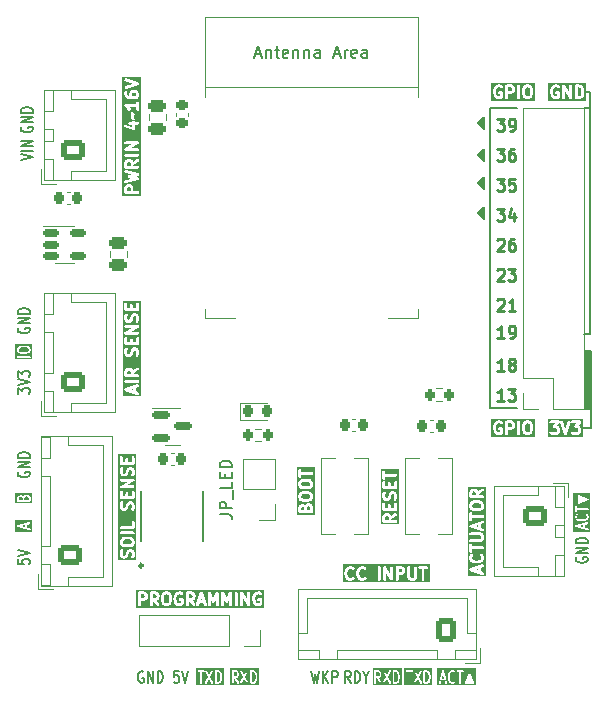
<source format=gto>
%TF.GenerationSoftware,KiCad,Pcbnew,7.0.9*%
%TF.CreationDate,2023-12-28T11:13:05-05:00*%
%TF.ProjectId,esp32_sensor_node,65737033-325f-4736-956e-736f725f6e6f,rev?*%
%TF.SameCoordinates,Original*%
%TF.FileFunction,Legend,Top*%
%TF.FilePolarity,Positive*%
%FSLAX46Y46*%
G04 Gerber Fmt 4.6, Leading zero omitted, Abs format (unit mm)*
G04 Created by KiCad (PCBNEW 7.0.9) date 2023-12-28 11:13:05*
%MOMM*%
%LPD*%
G01*
G04 APERTURE LIST*
G04 Aperture macros list*
%AMRoundRect*
0 Rectangle with rounded corners*
0 $1 Rounding radius*
0 $2 $3 $4 $5 $6 $7 $8 $9 X,Y pos of 4 corners*
0 Add a 4 corners polygon primitive as box body*
4,1,4,$2,$3,$4,$5,$6,$7,$8,$9,$2,$3,0*
0 Add four circle primitives for the rounded corners*
1,1,$1+$1,$2,$3*
1,1,$1+$1,$4,$5*
1,1,$1+$1,$6,$7*
1,1,$1+$1,$8,$9*
0 Add four rect primitives between the rounded corners*
20,1,$1+$1,$2,$3,$4,$5,0*
20,1,$1+$1,$4,$5,$6,$7,0*
20,1,$1+$1,$6,$7,$8,$9,0*
20,1,$1+$1,$8,$9,$2,$3,0*%
G04 Aperture macros list end*
%ADD10C,0.290526*%
%ADD11C,0.150000*%
%ADD12C,0.250000*%
%ADD13C,0.120000*%
%ADD14C,0.152400*%
%ADD15R,1.000000X1.250000*%
%ADD16RoundRect,0.225000X-0.225000X-0.250000X0.225000X-0.250000X0.225000X0.250000X-0.225000X0.250000X0*%
%ADD17RoundRect,0.250000X0.750000X-0.600000X0.750000X0.600000X-0.750000X0.600000X-0.750000X-0.600000X0*%
%ADD18O,2.000000X1.700000*%
%ADD19RoundRect,0.250000X0.725000X-0.600000X0.725000X0.600000X-0.725000X0.600000X-0.725000X-0.600000X0*%
%ADD20O,1.950000X1.700000*%
%ADD21C,3.200000*%
%ADD22RoundRect,0.200000X0.200000X0.275000X-0.200000X0.275000X-0.200000X-0.275000X0.200000X-0.275000X0*%
%ADD23RoundRect,0.250000X0.475000X-0.250000X0.475000X0.250000X-0.475000X0.250000X-0.475000X-0.250000X0*%
%ADD24RoundRect,0.225000X0.225000X0.250000X-0.225000X0.250000X-0.225000X-0.250000X0.225000X-0.250000X0*%
%ADD25R,1.700000X1.700000*%
%ADD26O,1.700000X1.700000*%
%ADD27RoundRect,0.150000X-0.512500X-0.150000X0.512500X-0.150000X0.512500X0.150000X-0.512500X0.150000X0*%
%ADD28RoundRect,0.250000X-0.750000X0.600000X-0.750000X-0.600000X0.750000X-0.600000X0.750000X0.600000X0*%
%ADD29RoundRect,0.150000X-0.587500X-0.150000X0.587500X-0.150000X0.587500X0.150000X-0.587500X0.150000X0*%
%ADD30RoundRect,0.225000X0.250000X-0.225000X0.250000X0.225000X-0.250000X0.225000X-0.250000X-0.225000X0*%
%ADD31RoundRect,0.250000X0.600000X0.725000X-0.600000X0.725000X-0.600000X-0.725000X0.600000X-0.725000X0*%
%ADD32O,1.700000X1.950000*%
%ADD33R,1.500000X0.900000*%
%ADD34R,0.900000X1.500000*%
%ADD35R,0.900000X0.900000*%
%ADD36R,0.533400X1.460500*%
%ADD37RoundRect,0.218750X-0.218750X-0.256250X0.218750X-0.256250X0.218750X0.256250X-0.218750X0.256250X0*%
%ADD38RoundRect,0.200000X-0.200000X-0.275000X0.200000X-0.275000X0.200000X0.275000X-0.200000X0.275000X0*%
G04 APERTURE END LIST*
D10*
X31285663Y-69189600D02*
G75*
G03*
X31285663Y-69189600I-145263J0D01*
G01*
D11*
X69189600Y-30420000D02*
X69189600Y-29083000D01*
X68640000Y-30429200D02*
X69189600Y-30429200D01*
X60198000Y-32258000D02*
X59690000Y-31750000D01*
X60198000Y-31242000D01*
X60198000Y-32258000D01*
G36*
X60198000Y-32258000D02*
G01*
X59690000Y-31750000D01*
X60198000Y-31242000D01*
X60198000Y-32258000D01*
G37*
X68707000Y-51054000D02*
X69215000Y-51054000D01*
X69215000Y-55930800D01*
X68707000Y-55930800D01*
X68707000Y-51054000D01*
G36*
X68707000Y-51054000D02*
G01*
X69215000Y-51054000D01*
X69215000Y-55930800D01*
X68707000Y-55930800D01*
X68707000Y-51054000D01*
G37*
X60198000Y-39878000D02*
X59690000Y-39370000D01*
X60198000Y-38862000D01*
X60198000Y-39878000D01*
G36*
X60198000Y-39878000D02*
G01*
X59690000Y-39370000D01*
X60198000Y-38862000D01*
X60198000Y-39878000D01*
G37*
X69189600Y-30420000D02*
X69189600Y-49580800D01*
X60706000Y-55880000D02*
X62992000Y-55880000D01*
X60198000Y-34925000D02*
X59690000Y-34417000D01*
X60198000Y-33909000D01*
X60198000Y-34925000D01*
G36*
X60198000Y-34925000D02*
G01*
X59690000Y-34417000D01*
X60198000Y-33909000D01*
X60198000Y-34925000D01*
G37*
X62992000Y-30420000D02*
X60706000Y-30420000D01*
X69215000Y-52070000D02*
X68707000Y-52070000D01*
X60706000Y-30420000D02*
X60706000Y-55880000D01*
X69189600Y-49580800D02*
X68681600Y-49580800D01*
X68834000Y-29083000D02*
X69189600Y-29083000D01*
X69215000Y-57531000D02*
X69215000Y-52070000D01*
X60198000Y-37338000D02*
X59690000Y-36830000D01*
X60198000Y-36322000D01*
X60198000Y-37338000D01*
G36*
X60198000Y-37338000D02*
G01*
X59690000Y-36830000D01*
X60198000Y-36322000D01*
X60198000Y-37338000D01*
G37*
X69215000Y-57531000D02*
X68453000Y-57531000D01*
D12*
X61886377Y-52696619D02*
X61314949Y-52696619D01*
X61600663Y-52696619D02*
X61600663Y-51696619D01*
X61600663Y-51696619D02*
X61505425Y-51839476D01*
X61505425Y-51839476D02*
X61410187Y-51934714D01*
X61410187Y-51934714D02*
X61314949Y-51982333D01*
X62457806Y-52125190D02*
X62362568Y-52077571D01*
X62362568Y-52077571D02*
X62314949Y-52029952D01*
X62314949Y-52029952D02*
X62267330Y-51934714D01*
X62267330Y-51934714D02*
X62267330Y-51887095D01*
X62267330Y-51887095D02*
X62314949Y-51791857D01*
X62314949Y-51791857D02*
X62362568Y-51744238D01*
X62362568Y-51744238D02*
X62457806Y-51696619D01*
X62457806Y-51696619D02*
X62648282Y-51696619D01*
X62648282Y-51696619D02*
X62743520Y-51744238D01*
X62743520Y-51744238D02*
X62791139Y-51791857D01*
X62791139Y-51791857D02*
X62838758Y-51887095D01*
X62838758Y-51887095D02*
X62838758Y-51934714D01*
X62838758Y-51934714D02*
X62791139Y-52029952D01*
X62791139Y-52029952D02*
X62743520Y-52077571D01*
X62743520Y-52077571D02*
X62648282Y-52125190D01*
X62648282Y-52125190D02*
X62457806Y-52125190D01*
X62457806Y-52125190D02*
X62362568Y-52172809D01*
X62362568Y-52172809D02*
X62314949Y-52220428D01*
X62314949Y-52220428D02*
X62267330Y-52315666D01*
X62267330Y-52315666D02*
X62267330Y-52506142D01*
X62267330Y-52506142D02*
X62314949Y-52601380D01*
X62314949Y-52601380D02*
X62362568Y-52649000D01*
X62362568Y-52649000D02*
X62457806Y-52696619D01*
X62457806Y-52696619D02*
X62648282Y-52696619D01*
X62648282Y-52696619D02*
X62743520Y-52649000D01*
X62743520Y-52649000D02*
X62791139Y-52601380D01*
X62791139Y-52601380D02*
X62838758Y-52506142D01*
X62838758Y-52506142D02*
X62838758Y-52315666D01*
X62838758Y-52315666D02*
X62791139Y-52220428D01*
X62791139Y-52220428D02*
X62743520Y-52172809D01*
X62743520Y-52172809D02*
X62648282Y-52125190D01*
D11*
X48879303Y-79117819D02*
X48612636Y-78641628D01*
X48422160Y-79117819D02*
X48422160Y-78117819D01*
X48422160Y-78117819D02*
X48726922Y-78117819D01*
X48726922Y-78117819D02*
X48803112Y-78165438D01*
X48803112Y-78165438D02*
X48841207Y-78213057D01*
X48841207Y-78213057D02*
X48879303Y-78308295D01*
X48879303Y-78308295D02*
X48879303Y-78451152D01*
X48879303Y-78451152D02*
X48841207Y-78546390D01*
X48841207Y-78546390D02*
X48803112Y-78594009D01*
X48803112Y-78594009D02*
X48726922Y-78641628D01*
X48726922Y-78641628D02*
X48422160Y-78641628D01*
X49222160Y-79117819D02*
X49222160Y-78117819D01*
X49222160Y-78117819D02*
X49412636Y-78117819D01*
X49412636Y-78117819D02*
X49526922Y-78165438D01*
X49526922Y-78165438D02*
X49603112Y-78260676D01*
X49603112Y-78260676D02*
X49641207Y-78355914D01*
X49641207Y-78355914D02*
X49679303Y-78546390D01*
X49679303Y-78546390D02*
X49679303Y-78689247D01*
X49679303Y-78689247D02*
X49641207Y-78879723D01*
X49641207Y-78879723D02*
X49603112Y-78974961D01*
X49603112Y-78974961D02*
X49526922Y-79070200D01*
X49526922Y-79070200D02*
X49412636Y-79117819D01*
X49412636Y-79117819D02*
X49222160Y-79117819D01*
X50174541Y-78641628D02*
X50174541Y-79117819D01*
X49907874Y-78117819D02*
X50174541Y-78641628D01*
X50174541Y-78641628D02*
X50441207Y-78117819D01*
X20761438Y-49075792D02*
X20713819Y-49151982D01*
X20713819Y-49151982D02*
X20713819Y-49266268D01*
X20713819Y-49266268D02*
X20761438Y-49380554D01*
X20761438Y-49380554D02*
X20856676Y-49456744D01*
X20856676Y-49456744D02*
X20951914Y-49494839D01*
X20951914Y-49494839D02*
X21142390Y-49532935D01*
X21142390Y-49532935D02*
X21285247Y-49532935D01*
X21285247Y-49532935D02*
X21475723Y-49494839D01*
X21475723Y-49494839D02*
X21570961Y-49456744D01*
X21570961Y-49456744D02*
X21666200Y-49380554D01*
X21666200Y-49380554D02*
X21713819Y-49266268D01*
X21713819Y-49266268D02*
X21713819Y-49190077D01*
X21713819Y-49190077D02*
X21666200Y-49075792D01*
X21666200Y-49075792D02*
X21618580Y-49037696D01*
X21618580Y-49037696D02*
X21285247Y-49037696D01*
X21285247Y-49037696D02*
X21285247Y-49190077D01*
X21713819Y-48694839D02*
X20713819Y-48694839D01*
X20713819Y-48694839D02*
X21713819Y-48237696D01*
X21713819Y-48237696D02*
X20713819Y-48237696D01*
X21713819Y-47856744D02*
X20713819Y-47856744D01*
X20713819Y-47856744D02*
X20713819Y-47666268D01*
X20713819Y-47666268D02*
X20761438Y-47551982D01*
X20761438Y-47551982D02*
X20856676Y-47475792D01*
X20856676Y-47475792D02*
X20951914Y-47437697D01*
X20951914Y-47437697D02*
X21142390Y-47399601D01*
X21142390Y-47399601D02*
X21285247Y-47399601D01*
X21285247Y-47399601D02*
X21475723Y-47437697D01*
X21475723Y-47437697D02*
X21570961Y-47475792D01*
X21570961Y-47475792D02*
X21666200Y-47551982D01*
X21666200Y-47551982D02*
X21713819Y-47666268D01*
X21713819Y-47666268D02*
X21713819Y-47856744D01*
D12*
X61314949Y-46711857D02*
X61362568Y-46664238D01*
X61362568Y-46664238D02*
X61457806Y-46616619D01*
X61457806Y-46616619D02*
X61695901Y-46616619D01*
X61695901Y-46616619D02*
X61791139Y-46664238D01*
X61791139Y-46664238D02*
X61838758Y-46711857D01*
X61838758Y-46711857D02*
X61886377Y-46807095D01*
X61886377Y-46807095D02*
X61886377Y-46902333D01*
X61886377Y-46902333D02*
X61838758Y-47045190D01*
X61838758Y-47045190D02*
X61267330Y-47616619D01*
X61267330Y-47616619D02*
X61886377Y-47616619D01*
X62838758Y-47616619D02*
X62267330Y-47616619D01*
X62553044Y-47616619D02*
X62553044Y-46616619D01*
X62553044Y-46616619D02*
X62457806Y-46759476D01*
X62457806Y-46759476D02*
X62362568Y-46854714D01*
X62362568Y-46854714D02*
X62267330Y-46902333D01*
D11*
X20713819Y-68671887D02*
X20713819Y-69052839D01*
X20713819Y-69052839D02*
X21190009Y-69090935D01*
X21190009Y-69090935D02*
X21142390Y-69052839D01*
X21142390Y-69052839D02*
X21094771Y-68976649D01*
X21094771Y-68976649D02*
X21094771Y-68786173D01*
X21094771Y-68786173D02*
X21142390Y-68709982D01*
X21142390Y-68709982D02*
X21190009Y-68671887D01*
X21190009Y-68671887D02*
X21285247Y-68633792D01*
X21285247Y-68633792D02*
X21523342Y-68633792D01*
X21523342Y-68633792D02*
X21618580Y-68671887D01*
X21618580Y-68671887D02*
X21666200Y-68709982D01*
X21666200Y-68709982D02*
X21713819Y-68786173D01*
X21713819Y-68786173D02*
X21713819Y-68976649D01*
X21713819Y-68976649D02*
X21666200Y-69052839D01*
X21666200Y-69052839D02*
X21618580Y-69090935D01*
X20713819Y-68405220D02*
X21713819Y-68138553D01*
X21713819Y-68138553D02*
X20713819Y-67871887D01*
X20761438Y-61267792D02*
X20713819Y-61343982D01*
X20713819Y-61343982D02*
X20713819Y-61458268D01*
X20713819Y-61458268D02*
X20761438Y-61572554D01*
X20761438Y-61572554D02*
X20856676Y-61648744D01*
X20856676Y-61648744D02*
X20951914Y-61686839D01*
X20951914Y-61686839D02*
X21142390Y-61724935D01*
X21142390Y-61724935D02*
X21285247Y-61724935D01*
X21285247Y-61724935D02*
X21475723Y-61686839D01*
X21475723Y-61686839D02*
X21570961Y-61648744D01*
X21570961Y-61648744D02*
X21666200Y-61572554D01*
X21666200Y-61572554D02*
X21713819Y-61458268D01*
X21713819Y-61458268D02*
X21713819Y-61382077D01*
X21713819Y-61382077D02*
X21666200Y-61267792D01*
X21666200Y-61267792D02*
X21618580Y-61229696D01*
X21618580Y-61229696D02*
X21285247Y-61229696D01*
X21285247Y-61229696D02*
X21285247Y-61382077D01*
X21713819Y-60886839D02*
X20713819Y-60886839D01*
X20713819Y-60886839D02*
X21713819Y-60429696D01*
X21713819Y-60429696D02*
X20713819Y-60429696D01*
X21713819Y-60048744D02*
X20713819Y-60048744D01*
X20713819Y-60048744D02*
X20713819Y-59858268D01*
X20713819Y-59858268D02*
X20761438Y-59743982D01*
X20761438Y-59743982D02*
X20856676Y-59667792D01*
X20856676Y-59667792D02*
X20951914Y-59629697D01*
X20951914Y-59629697D02*
X21142390Y-59591601D01*
X21142390Y-59591601D02*
X21285247Y-59591601D01*
X21285247Y-59591601D02*
X21475723Y-59629697D01*
X21475723Y-59629697D02*
X21570961Y-59667792D01*
X21570961Y-59667792D02*
X21666200Y-59743982D01*
X21666200Y-59743982D02*
X21713819Y-59858268D01*
X21713819Y-59858268D02*
X21713819Y-60048744D01*
X31315207Y-78165438D02*
X31239017Y-78117819D01*
X31239017Y-78117819D02*
X31124731Y-78117819D01*
X31124731Y-78117819D02*
X31010445Y-78165438D01*
X31010445Y-78165438D02*
X30934255Y-78260676D01*
X30934255Y-78260676D02*
X30896160Y-78355914D01*
X30896160Y-78355914D02*
X30858064Y-78546390D01*
X30858064Y-78546390D02*
X30858064Y-78689247D01*
X30858064Y-78689247D02*
X30896160Y-78879723D01*
X30896160Y-78879723D02*
X30934255Y-78974961D01*
X30934255Y-78974961D02*
X31010445Y-79070200D01*
X31010445Y-79070200D02*
X31124731Y-79117819D01*
X31124731Y-79117819D02*
X31200922Y-79117819D01*
X31200922Y-79117819D02*
X31315207Y-79070200D01*
X31315207Y-79070200D02*
X31353303Y-79022580D01*
X31353303Y-79022580D02*
X31353303Y-78689247D01*
X31353303Y-78689247D02*
X31200922Y-78689247D01*
X31696160Y-79117819D02*
X31696160Y-78117819D01*
X31696160Y-78117819D02*
X32153303Y-79117819D01*
X32153303Y-79117819D02*
X32153303Y-78117819D01*
X32534255Y-79117819D02*
X32534255Y-78117819D01*
X32534255Y-78117819D02*
X32724731Y-78117819D01*
X32724731Y-78117819D02*
X32839017Y-78165438D01*
X32839017Y-78165438D02*
X32915207Y-78260676D01*
X32915207Y-78260676D02*
X32953302Y-78355914D01*
X32953302Y-78355914D02*
X32991398Y-78546390D01*
X32991398Y-78546390D02*
X32991398Y-78689247D01*
X32991398Y-78689247D02*
X32953302Y-78879723D01*
X32953302Y-78879723D02*
X32915207Y-78974961D01*
X32915207Y-78974961D02*
X32839017Y-79070200D01*
X32839017Y-79070200D02*
X32724731Y-79117819D01*
X32724731Y-79117819D02*
X32534255Y-79117819D01*
D12*
X61267330Y-36456619D02*
X61886377Y-36456619D01*
X61886377Y-36456619D02*
X61553044Y-36837571D01*
X61553044Y-36837571D02*
X61695901Y-36837571D01*
X61695901Y-36837571D02*
X61791139Y-36885190D01*
X61791139Y-36885190D02*
X61838758Y-36932809D01*
X61838758Y-36932809D02*
X61886377Y-37028047D01*
X61886377Y-37028047D02*
X61886377Y-37266142D01*
X61886377Y-37266142D02*
X61838758Y-37361380D01*
X61838758Y-37361380D02*
X61791139Y-37409000D01*
X61791139Y-37409000D02*
X61695901Y-37456619D01*
X61695901Y-37456619D02*
X61410187Y-37456619D01*
X61410187Y-37456619D02*
X61314949Y-37409000D01*
X61314949Y-37409000D02*
X61267330Y-37361380D01*
X62791139Y-36456619D02*
X62314949Y-36456619D01*
X62314949Y-36456619D02*
X62267330Y-36932809D01*
X62267330Y-36932809D02*
X62314949Y-36885190D01*
X62314949Y-36885190D02*
X62410187Y-36837571D01*
X62410187Y-36837571D02*
X62648282Y-36837571D01*
X62648282Y-36837571D02*
X62743520Y-36885190D01*
X62743520Y-36885190D02*
X62791139Y-36932809D01*
X62791139Y-36932809D02*
X62838758Y-37028047D01*
X62838758Y-37028047D02*
X62838758Y-37266142D01*
X62838758Y-37266142D02*
X62791139Y-37361380D01*
X62791139Y-37361380D02*
X62743520Y-37409000D01*
X62743520Y-37409000D02*
X62648282Y-37456619D01*
X62648282Y-37456619D02*
X62410187Y-37456619D01*
X62410187Y-37456619D02*
X62314949Y-37409000D01*
X62314949Y-37409000D02*
X62267330Y-37361380D01*
D11*
X20967819Y-34877125D02*
X21967819Y-34610458D01*
X21967819Y-34610458D02*
X20967819Y-34343792D01*
X21967819Y-34077125D02*
X20967819Y-34077125D01*
X21967819Y-33696173D02*
X20967819Y-33696173D01*
X20967819Y-33696173D02*
X21967819Y-33239030D01*
X21967819Y-33239030D02*
X20967819Y-33239030D01*
G36*
X56795395Y-78757104D02*
G01*
X56609686Y-78757104D01*
X56702540Y-78408899D01*
X56795395Y-78757104D01*
G37*
G36*
X59510670Y-79335676D02*
G01*
X56220549Y-79335676D01*
X56220549Y-79098494D01*
X56363406Y-79098494D01*
X56367939Y-79149597D01*
X56404259Y-79185830D01*
X56455372Y-79190240D01*
X56497362Y-79160764D01*
X56508342Y-79137144D01*
X56569686Y-78907104D01*
X56835395Y-78907104D01*
X56896739Y-79137144D01*
X56926116Y-79179204D01*
X56975654Y-79192542D01*
X57022177Y-79170916D01*
X57043914Y-79124446D01*
X57041675Y-79098495D01*
X56932543Y-78689247D01*
X57122778Y-78689247D01*
X57123973Y-78692531D01*
X57124235Y-78703956D01*
X57162330Y-78894432D01*
X57164099Y-78897340D01*
X57166238Y-78907577D01*
X57204333Y-79002815D01*
X57206100Y-79004791D01*
X57215403Y-79021813D01*
X57291594Y-79117052D01*
X57296650Y-79120131D01*
X57299374Y-79125390D01*
X57321313Y-79139431D01*
X57435599Y-79187050D01*
X57437406Y-79187132D01*
X57438793Y-79188296D01*
X57464445Y-79192819D01*
X57540636Y-79192819D01*
X57542336Y-79192200D01*
X57544064Y-79192741D01*
X57569482Y-79187050D01*
X57683767Y-79139431D01*
X57688124Y-79135421D01*
X57693930Y-79134257D01*
X57713486Y-79117052D01*
X57751582Y-79069432D01*
X57767996Y-79020826D01*
X57749327Y-78973041D01*
X57704309Y-78948435D01*
X57654008Y-78958523D01*
X57634452Y-78975728D01*
X57608351Y-79008353D01*
X57525636Y-79042819D01*
X57479445Y-79042819D01*
X57396729Y-79008354D01*
X57339477Y-78936787D01*
X57308065Y-78858258D01*
X57272778Y-78681822D01*
X57272778Y-78553814D01*
X57308065Y-78377378D01*
X57339478Y-78298847D01*
X57396728Y-78227284D01*
X57479445Y-78192819D01*
X57525636Y-78192819D01*
X57608350Y-78227283D01*
X57634453Y-78259910D01*
X57678271Y-78286593D01*
X57728989Y-78278869D01*
X57762875Y-78240350D01*
X57764075Y-78189061D01*
X57751582Y-78166205D01*
X57713486Y-78118585D01*
X57708429Y-78115505D01*
X57705707Y-78110249D01*
X57697185Y-78104795D01*
X57847727Y-78104795D01*
X57856636Y-78155319D01*
X57895936Y-78188296D01*
X57921588Y-78192819D01*
X58075159Y-78192819D01*
X58075159Y-79117819D01*
X58092706Y-79166028D01*
X58137135Y-79191680D01*
X58187659Y-79182771D01*
X58220636Y-79143471D01*
X58225159Y-79117819D01*
X58225159Y-79104795D01*
X58533441Y-79104795D01*
X58536368Y-79121396D01*
X58535126Y-79138205D01*
X58540695Y-79145935D01*
X58542350Y-79155319D01*
X58555261Y-79166153D01*
X58565115Y-79179830D01*
X58574351Y-79182171D01*
X58581650Y-79188296D01*
X58607302Y-79192819D01*
X59293017Y-79192819D01*
X59301969Y-79189560D01*
X59311450Y-79190519D01*
X59325388Y-79181036D01*
X59341226Y-79175272D01*
X59345989Y-79167021D01*
X59353868Y-79161662D01*
X59358449Y-79145440D01*
X59366878Y-79130843D01*
X59365223Y-79121458D01*
X59367813Y-79112290D01*
X59361411Y-79087042D01*
X59018554Y-78325137D01*
X59011212Y-78317595D01*
X59007613Y-78307705D01*
X58998499Y-78302442D01*
X58992347Y-78293904D01*
X58986776Y-78292491D01*
X58982769Y-78288375D01*
X58972300Y-78287316D01*
X58963184Y-78282053D01*
X58952816Y-78283881D01*
X58942617Y-78281295D01*
X58937444Y-78283792D01*
X58931727Y-78283214D01*
X58923024Y-78289134D01*
X58912660Y-78290962D01*
X58905895Y-78299024D01*
X58896417Y-78303600D01*
X58891812Y-78310368D01*
X58889309Y-78312072D01*
X58888354Y-78315452D01*
X58881766Y-78325137D01*
X58538908Y-79087042D01*
X58538205Y-79096542D01*
X58533441Y-79104795D01*
X58225159Y-79104795D01*
X58225159Y-78192819D01*
X58378731Y-78192819D01*
X58426940Y-78175272D01*
X58452592Y-78130843D01*
X58443683Y-78080319D01*
X58404383Y-78047342D01*
X58378731Y-78042819D01*
X57921588Y-78042819D01*
X57873379Y-78060366D01*
X57847727Y-78104795D01*
X57697185Y-78104795D01*
X57683767Y-78096207D01*
X57569482Y-78048588D01*
X57567674Y-78048505D01*
X57566288Y-78047342D01*
X57540636Y-78042819D01*
X57464445Y-78042819D01*
X57462745Y-78043437D01*
X57461018Y-78042897D01*
X57435599Y-78048588D01*
X57321313Y-78096207D01*
X57316955Y-78100216D01*
X57311150Y-78101381D01*
X57291594Y-78118586D01*
X57215404Y-78213824D01*
X57214556Y-78216333D01*
X57204333Y-78232822D01*
X57166238Y-78328060D01*
X57166131Y-78331460D01*
X57162330Y-78341205D01*
X57124235Y-78531681D01*
X57124762Y-78535133D01*
X57122778Y-78546390D01*
X57122778Y-78689247D01*
X56932543Y-78689247D01*
X56775009Y-78098494D01*
X56771081Y-78092871D01*
X56770476Y-78086041D01*
X56756740Y-78072338D01*
X56745632Y-78056434D01*
X56739010Y-78054651D01*
X56734156Y-78049808D01*
X56714829Y-78048140D01*
X56696094Y-78043096D01*
X56689874Y-78045987D01*
X56683043Y-78045398D01*
X56667165Y-78056543D01*
X56649572Y-78064722D01*
X56646666Y-78070933D01*
X56641053Y-78074874D01*
X56630073Y-78098494D01*
X56363406Y-79098494D01*
X56220549Y-79098494D01*
X56220549Y-77899962D01*
X59510670Y-77899962D01*
X59510670Y-79335676D01*
G37*
X37808819Y-64833238D02*
X38523104Y-64833238D01*
X38523104Y-64833238D02*
X38665961Y-64880857D01*
X38665961Y-64880857D02*
X38761200Y-64976095D01*
X38761200Y-64976095D02*
X38808819Y-65118952D01*
X38808819Y-65118952D02*
X38808819Y-65214190D01*
X38808819Y-64357047D02*
X37808819Y-64357047D01*
X37808819Y-64357047D02*
X37808819Y-63976095D01*
X37808819Y-63976095D02*
X37856438Y-63880857D01*
X37856438Y-63880857D02*
X37904057Y-63833238D01*
X37904057Y-63833238D02*
X37999295Y-63785619D01*
X37999295Y-63785619D02*
X38142152Y-63785619D01*
X38142152Y-63785619D02*
X38237390Y-63833238D01*
X38237390Y-63833238D02*
X38285009Y-63880857D01*
X38285009Y-63880857D02*
X38332628Y-63976095D01*
X38332628Y-63976095D02*
X38332628Y-64357047D01*
X38904057Y-63595143D02*
X38904057Y-62833238D01*
X38808819Y-62118952D02*
X38808819Y-62595142D01*
X38808819Y-62595142D02*
X37808819Y-62595142D01*
X38285009Y-61785618D02*
X38285009Y-61452285D01*
X38808819Y-61309428D02*
X38808819Y-61785618D01*
X38808819Y-61785618D02*
X37808819Y-61785618D01*
X37808819Y-61785618D02*
X37808819Y-61309428D01*
X38808819Y-60880856D02*
X37808819Y-60880856D01*
X37808819Y-60880856D02*
X37808819Y-60642761D01*
X37808819Y-60642761D02*
X37856438Y-60499904D01*
X37856438Y-60499904D02*
X37951676Y-60404666D01*
X37951676Y-60404666D02*
X38046914Y-60357047D01*
X38046914Y-60357047D02*
X38237390Y-60309428D01*
X38237390Y-60309428D02*
X38380247Y-60309428D01*
X38380247Y-60309428D02*
X38570723Y-60357047D01*
X38570723Y-60357047D02*
X38665961Y-60404666D01*
X38665961Y-60404666D02*
X38761200Y-60499904D01*
X38761200Y-60499904D02*
X38808819Y-60642761D01*
X38808819Y-60642761D02*
X38808819Y-60880856D01*
D12*
G36*
X63986904Y-28732970D02*
G01*
X64043315Y-28789381D01*
X64078805Y-28931341D01*
X64078805Y-29233896D01*
X64043315Y-29375855D01*
X63986901Y-29432269D01*
X63936202Y-29457619D01*
X63804743Y-29457619D01*
X63754042Y-29432268D01*
X63697628Y-29375855D01*
X63662139Y-29233896D01*
X63662139Y-28931341D01*
X63697629Y-28789381D01*
X63754039Y-28732970D01*
X63804743Y-28707619D01*
X63936202Y-28707619D01*
X63986904Y-28732970D01*
G37*
G36*
X62510713Y-28732969D02*
G01*
X62529645Y-28751902D01*
X62554996Y-28802603D01*
X62554996Y-28886443D01*
X62529645Y-28937144D01*
X62510713Y-28956077D01*
X62460012Y-28981428D01*
X62233568Y-28981428D01*
X62233568Y-28707619D01*
X62460012Y-28707619D01*
X62510713Y-28732969D01*
G37*
G36*
X64471662Y-29850476D02*
G01*
X60793092Y-29850476D01*
X60793092Y-29154047D01*
X60935949Y-29154047D01*
X60936907Y-29157310D01*
X60939681Y-29184364D01*
X60987300Y-29374840D01*
X60989519Y-29378622D01*
X60996765Y-29400425D01*
X61044383Y-29495662D01*
X61045977Y-29497376D01*
X61046476Y-29499667D01*
X61067798Y-29528149D01*
X61163036Y-29623388D01*
X61172980Y-29628818D01*
X61180088Y-29637646D01*
X61211897Y-29653585D01*
X61354753Y-29701204D01*
X61357092Y-29701288D01*
X61359065Y-29702556D01*
X61394282Y-29707619D01*
X61489520Y-29707619D01*
X61491766Y-29706959D01*
X61494038Y-29707538D01*
X61529048Y-29701204D01*
X61671905Y-29653586D01*
X61681210Y-29647119D01*
X61692284Y-29644710D01*
X61720766Y-29623387D01*
X61761534Y-29582619D01*
X61983568Y-29582619D01*
X62003411Y-29650199D01*
X62056641Y-29696323D01*
X62126357Y-29706347D01*
X62190426Y-29677088D01*
X62228505Y-29617836D01*
X62233568Y-29582619D01*
X62983568Y-29582619D01*
X63003411Y-29650199D01*
X63056641Y-29696323D01*
X63126357Y-29706347D01*
X63190426Y-29677088D01*
X63228505Y-29617836D01*
X63233568Y-29582619D01*
X63233568Y-29249285D01*
X63412139Y-29249285D01*
X63413097Y-29252548D01*
X63415871Y-29279602D01*
X63463490Y-29470078D01*
X63471627Y-29483948D01*
X63475047Y-29499667D01*
X63496369Y-29528149D01*
X63591607Y-29623388D01*
X63593663Y-29624511D01*
X63594860Y-29626525D01*
X63624094Y-29646803D01*
X63719332Y-29694422D01*
X63730482Y-29696428D01*
X63740017Y-29702556D01*
X63775234Y-29707619D01*
X63965710Y-29707619D01*
X63976582Y-29704426D01*
X63987848Y-29705643D01*
X64021612Y-29694422D01*
X64116849Y-29646804D01*
X64118564Y-29645208D01*
X64120855Y-29644710D01*
X64149337Y-29623388D01*
X64244575Y-29528149D01*
X64252281Y-29514034D01*
X64264001Y-29503016D01*
X64277454Y-29470078D01*
X64325073Y-29279602D01*
X64324934Y-29276204D01*
X64328805Y-29249285D01*
X64328805Y-28915952D01*
X64327846Y-28912689D01*
X64325073Y-28885635D01*
X64277454Y-28695159D01*
X64269316Y-28681288D01*
X64265897Y-28665570D01*
X64244574Y-28637088D01*
X64149336Y-28541850D01*
X64147281Y-28540728D01*
X64146084Y-28538712D01*
X64116849Y-28518434D01*
X64021612Y-28470816D01*
X64010461Y-28468809D01*
X64000927Y-28462682D01*
X63965710Y-28457619D01*
X63775234Y-28457619D01*
X63764361Y-28460811D01*
X63753095Y-28459595D01*
X63719332Y-28470816D01*
X63624094Y-28518435D01*
X63622380Y-28520028D01*
X63620090Y-28520527D01*
X63591608Y-28541850D01*
X63496370Y-28637088D01*
X63488662Y-28651202D01*
X63476943Y-28662222D01*
X63463490Y-28695159D01*
X63415871Y-28885635D01*
X63416009Y-28889032D01*
X63412139Y-28915952D01*
X63412139Y-29249285D01*
X63233568Y-29249285D01*
X63233568Y-28582619D01*
X63213725Y-28515039D01*
X63160495Y-28468915D01*
X63090779Y-28458891D01*
X63026710Y-28488150D01*
X62988631Y-28547402D01*
X62983568Y-28582619D01*
X62983568Y-29582619D01*
X62233568Y-29582619D01*
X62233568Y-29231428D01*
X62489520Y-29231428D01*
X62500392Y-29228235D01*
X62511658Y-29229452D01*
X62545422Y-29218231D01*
X62640659Y-29170613D01*
X62642374Y-29169016D01*
X62644664Y-29168519D01*
X62673146Y-29147197D01*
X62720765Y-29099579D01*
X62721888Y-29097522D01*
X62723902Y-29096326D01*
X62744180Y-29067092D01*
X62791799Y-28971854D01*
X62793805Y-28960703D01*
X62799933Y-28951169D01*
X62804996Y-28915952D01*
X62804996Y-28773095D01*
X62801803Y-28762222D01*
X62803020Y-28750956D01*
X62791799Y-28717193D01*
X62744180Y-28621955D01*
X62742585Y-28620240D01*
X62742087Y-28617951D01*
X62720765Y-28589468D01*
X62673146Y-28541850D01*
X62671091Y-28540728D01*
X62669894Y-28538712D01*
X62640659Y-28518434D01*
X62545422Y-28470816D01*
X62534271Y-28468809D01*
X62524737Y-28462682D01*
X62489520Y-28457619D01*
X62108568Y-28457619D01*
X62099812Y-28460189D01*
X62090779Y-28458891D01*
X62066546Y-28469957D01*
X62040988Y-28477462D01*
X62035012Y-28484358D01*
X62026710Y-28488150D01*
X62012306Y-28510562D01*
X61994864Y-28530692D01*
X61993565Y-28539724D01*
X61988631Y-28547402D01*
X61983568Y-28582619D01*
X61983568Y-29582619D01*
X61761534Y-29582619D01*
X61768385Y-29575768D01*
X61783207Y-29548621D01*
X61799933Y-29522597D01*
X61800831Y-29516346D01*
X61802140Y-29513950D01*
X61801819Y-29509473D01*
X61804996Y-29487380D01*
X61804996Y-29154047D01*
X61802425Y-29145291D01*
X61803724Y-29136258D01*
X61792657Y-29112025D01*
X61785153Y-29086467D01*
X61778256Y-29080491D01*
X61774465Y-29072189D01*
X61752052Y-29057785D01*
X61731923Y-29040343D01*
X61722890Y-29039044D01*
X61715213Y-29034110D01*
X61679996Y-29029047D01*
X61489520Y-29029047D01*
X61421940Y-29048890D01*
X61375816Y-29102120D01*
X61365792Y-29171836D01*
X61395051Y-29235905D01*
X61454303Y-29273984D01*
X61489520Y-29279047D01*
X61554996Y-29279047D01*
X61554996Y-29429032D01*
X61469237Y-29457619D01*
X61414568Y-29457619D01*
X61318949Y-29425746D01*
X61258918Y-29365715D01*
X61226508Y-29300896D01*
X61185949Y-29138658D01*
X61185949Y-29026579D01*
X61226508Y-28864341D01*
X61258919Y-28799520D01*
X61318947Y-28739491D01*
X61414568Y-28707619D01*
X61507631Y-28707619D01*
X61576475Y-28742041D01*
X61645794Y-28754516D01*
X61710854Y-28727533D01*
X61750998Y-28669660D01*
X61753480Y-28599270D01*
X61717513Y-28538712D01*
X61688278Y-28518434D01*
X61593041Y-28470816D01*
X61581890Y-28468809D01*
X61572356Y-28462682D01*
X61537139Y-28457619D01*
X61394282Y-28457619D01*
X61392035Y-28458278D01*
X61389764Y-28457700D01*
X61354753Y-28464034D01*
X61211897Y-28511653D01*
X61202594Y-28518117D01*
X61191519Y-28520527D01*
X61163037Y-28541850D01*
X61067799Y-28637088D01*
X61066677Y-28639142D01*
X61064661Y-28640340D01*
X61044383Y-28669575D01*
X60996765Y-28764812D01*
X60995989Y-28769123D01*
X60987300Y-28790397D01*
X60939681Y-28980873D01*
X60939819Y-28984270D01*
X60935949Y-29011190D01*
X60935949Y-29154047D01*
X60793092Y-29154047D01*
X60793092Y-28314762D01*
X64471662Y-28314762D01*
X64471662Y-29850476D01*
G37*
G36*
X68295616Y-28739491D02*
G01*
X68355644Y-28799519D01*
X68388055Y-28864342D01*
X68428615Y-29026579D01*
X68428615Y-29138658D01*
X68388055Y-29300894D01*
X68355645Y-29365715D01*
X68295615Y-29425746D01*
X68199999Y-29457619D01*
X68107187Y-29457619D01*
X68107187Y-28707619D01*
X68199999Y-28707619D01*
X68295616Y-28739491D01*
G37*
G36*
X68821472Y-29850476D02*
G01*
X65619092Y-29850476D01*
X65619092Y-29154047D01*
X65761949Y-29154047D01*
X65762907Y-29157310D01*
X65765681Y-29184364D01*
X65813300Y-29374840D01*
X65815519Y-29378622D01*
X65822765Y-29400425D01*
X65870383Y-29495662D01*
X65871977Y-29497376D01*
X65872476Y-29499667D01*
X65893798Y-29528149D01*
X65989036Y-29623388D01*
X65998980Y-29628818D01*
X66006088Y-29637646D01*
X66037897Y-29653585D01*
X66180753Y-29701204D01*
X66183092Y-29701288D01*
X66185065Y-29702556D01*
X66220282Y-29707619D01*
X66315520Y-29707619D01*
X66317766Y-29706959D01*
X66320038Y-29707538D01*
X66355048Y-29701204D01*
X66497905Y-29653586D01*
X66507210Y-29647119D01*
X66518284Y-29644710D01*
X66546766Y-29623387D01*
X66587534Y-29582619D01*
X66809568Y-29582619D01*
X66829411Y-29650199D01*
X66882641Y-29696323D01*
X66952357Y-29706347D01*
X67016426Y-29677088D01*
X67054505Y-29617836D01*
X67059568Y-29582619D01*
X67059568Y-29053313D01*
X67397466Y-29644636D01*
X67399890Y-29646968D01*
X67400839Y-29650199D01*
X67425098Y-29671219D01*
X67448223Y-29693467D01*
X67451525Y-29694118D01*
X67454069Y-29696323D01*
X67485838Y-29700890D01*
X67517324Y-29707105D01*
X67520454Y-29705868D01*
X67523785Y-29706347D01*
X67552977Y-29693015D01*
X67582828Y-29681219D01*
X67584792Y-29678486D01*
X67587854Y-29677088D01*
X67605208Y-29650084D01*
X67623938Y-29624028D01*
X67624113Y-29620667D01*
X67625933Y-29617836D01*
X67630996Y-29582619D01*
X67857187Y-29582619D01*
X67859757Y-29591374D01*
X67858459Y-29600408D01*
X67869525Y-29624640D01*
X67877030Y-29650199D01*
X67883926Y-29656174D01*
X67887718Y-29664477D01*
X67910130Y-29678880D01*
X67930260Y-29696323D01*
X67939292Y-29697621D01*
X67946970Y-29702556D01*
X67982187Y-29707619D01*
X68220282Y-29707619D01*
X68222528Y-29706959D01*
X68224800Y-29707538D01*
X68259810Y-29701204D01*
X68402667Y-29653586D01*
X68411972Y-29647118D01*
X68423046Y-29644710D01*
X68451528Y-29623388D01*
X68546766Y-29528149D01*
X68547888Y-29526092D01*
X68549902Y-29524897D01*
X68570180Y-29495663D01*
X68617799Y-29400425D01*
X68618574Y-29396114D01*
X68627264Y-29374840D01*
X68674883Y-29184364D01*
X68674744Y-29180966D01*
X68678615Y-29154047D01*
X68678615Y-29011190D01*
X68677656Y-29007927D01*
X68674883Y-28980873D01*
X68627264Y-28790397D01*
X68625045Y-28786614D01*
X68617799Y-28764812D01*
X68570180Y-28669574D01*
X68568586Y-28667860D01*
X68568088Y-28665570D01*
X68546765Y-28637088D01*
X68451527Y-28541850D01*
X68441583Y-28536420D01*
X68434476Y-28527592D01*
X68402667Y-28511652D01*
X68259810Y-28464034D01*
X68257471Y-28463949D01*
X68255499Y-28462682D01*
X68220282Y-28457619D01*
X67982187Y-28457619D01*
X67973431Y-28460189D01*
X67964398Y-28458891D01*
X67940165Y-28469957D01*
X67914607Y-28477462D01*
X67908631Y-28484358D01*
X67900329Y-28488150D01*
X67885925Y-28510562D01*
X67868483Y-28530692D01*
X67867184Y-28539724D01*
X67862250Y-28547402D01*
X67857187Y-28582619D01*
X67857187Y-29582619D01*
X67630996Y-29582619D01*
X67630996Y-28582619D01*
X67611153Y-28515039D01*
X67557923Y-28468915D01*
X67488207Y-28458891D01*
X67424138Y-28488150D01*
X67386059Y-28547402D01*
X67380996Y-28582619D01*
X67380996Y-29111923D01*
X67043098Y-28520602D01*
X67040673Y-28518269D01*
X67039725Y-28515039D01*
X67015465Y-28494018D01*
X66992341Y-28471771D01*
X66989038Y-28471119D01*
X66986495Y-28468915D01*
X66954725Y-28464347D01*
X66923240Y-28458133D01*
X66920109Y-28459369D01*
X66916779Y-28458891D01*
X66887582Y-28472224D01*
X66857737Y-28484019D01*
X66855773Y-28486751D01*
X66852710Y-28488150D01*
X66835351Y-28515159D01*
X66816626Y-28541210D01*
X66816450Y-28544570D01*
X66814631Y-28547402D01*
X66809568Y-28582619D01*
X66809568Y-29582619D01*
X66587534Y-29582619D01*
X66594385Y-29575768D01*
X66609207Y-29548621D01*
X66625933Y-29522597D01*
X66626831Y-29516346D01*
X66628140Y-29513950D01*
X66627819Y-29509473D01*
X66630996Y-29487380D01*
X66630996Y-29154047D01*
X66628425Y-29145291D01*
X66629724Y-29136258D01*
X66618657Y-29112025D01*
X66611153Y-29086467D01*
X66604256Y-29080491D01*
X66600465Y-29072189D01*
X66578052Y-29057785D01*
X66557923Y-29040343D01*
X66548890Y-29039044D01*
X66541213Y-29034110D01*
X66505996Y-29029047D01*
X66315520Y-29029047D01*
X66247940Y-29048890D01*
X66201816Y-29102120D01*
X66191792Y-29171836D01*
X66221051Y-29235905D01*
X66280303Y-29273984D01*
X66315520Y-29279047D01*
X66380996Y-29279047D01*
X66380996Y-29429032D01*
X66295237Y-29457619D01*
X66240568Y-29457619D01*
X66144949Y-29425746D01*
X66084918Y-29365715D01*
X66052508Y-29300896D01*
X66011949Y-29138658D01*
X66011949Y-29026579D01*
X66052508Y-28864341D01*
X66084919Y-28799520D01*
X66144947Y-28739491D01*
X66240568Y-28707619D01*
X66333631Y-28707619D01*
X66402475Y-28742041D01*
X66471794Y-28754516D01*
X66536854Y-28727533D01*
X66576998Y-28669660D01*
X66579480Y-28599270D01*
X66543513Y-28538712D01*
X66514278Y-28518434D01*
X66419041Y-28470816D01*
X66407890Y-28468809D01*
X66398356Y-28462682D01*
X66363139Y-28457619D01*
X66220282Y-28457619D01*
X66218035Y-28458278D01*
X66215764Y-28457700D01*
X66180753Y-28464034D01*
X66037897Y-28511653D01*
X66028594Y-28518117D01*
X66017519Y-28520527D01*
X65989037Y-28541850D01*
X65893799Y-28637088D01*
X65892677Y-28639142D01*
X65890661Y-28640340D01*
X65870383Y-28669575D01*
X65822765Y-28764812D01*
X65821989Y-28769123D01*
X65813300Y-28790397D01*
X65765681Y-28980873D01*
X65765819Y-28984270D01*
X65761949Y-29011190D01*
X65761949Y-29154047D01*
X65619092Y-29154047D01*
X65619092Y-28314762D01*
X68821472Y-28314762D01*
X68821472Y-29850476D01*
G37*
X61267330Y-38996619D02*
X61886377Y-38996619D01*
X61886377Y-38996619D02*
X61553044Y-39377571D01*
X61553044Y-39377571D02*
X61695901Y-39377571D01*
X61695901Y-39377571D02*
X61791139Y-39425190D01*
X61791139Y-39425190D02*
X61838758Y-39472809D01*
X61838758Y-39472809D02*
X61886377Y-39568047D01*
X61886377Y-39568047D02*
X61886377Y-39806142D01*
X61886377Y-39806142D02*
X61838758Y-39901380D01*
X61838758Y-39901380D02*
X61791139Y-39949000D01*
X61791139Y-39949000D02*
X61695901Y-39996619D01*
X61695901Y-39996619D02*
X61410187Y-39996619D01*
X61410187Y-39996619D02*
X61314949Y-39949000D01*
X61314949Y-39949000D02*
X61267330Y-39901380D01*
X62743520Y-39329952D02*
X62743520Y-39996619D01*
X62505425Y-38949000D02*
X62267330Y-39663285D01*
X62267330Y-39663285D02*
X62886377Y-39663285D01*
D11*
X20713819Y-54651030D02*
X20713819Y-54155792D01*
X20713819Y-54155792D02*
X21094771Y-54422458D01*
X21094771Y-54422458D02*
X21094771Y-54308173D01*
X21094771Y-54308173D02*
X21142390Y-54231982D01*
X21142390Y-54231982D02*
X21190009Y-54193887D01*
X21190009Y-54193887D02*
X21285247Y-54155792D01*
X21285247Y-54155792D02*
X21523342Y-54155792D01*
X21523342Y-54155792D02*
X21618580Y-54193887D01*
X21618580Y-54193887D02*
X21666200Y-54231982D01*
X21666200Y-54231982D02*
X21713819Y-54308173D01*
X21713819Y-54308173D02*
X21713819Y-54536744D01*
X21713819Y-54536744D02*
X21666200Y-54612935D01*
X21666200Y-54612935D02*
X21618580Y-54651030D01*
X20713819Y-53927220D02*
X21713819Y-53660553D01*
X21713819Y-53660553D02*
X20713819Y-53393887D01*
X20713819Y-53203411D02*
X20713819Y-52708173D01*
X20713819Y-52708173D02*
X21094771Y-52974839D01*
X21094771Y-52974839D02*
X21094771Y-52860554D01*
X21094771Y-52860554D02*
X21142390Y-52784363D01*
X21142390Y-52784363D02*
X21190009Y-52746268D01*
X21190009Y-52746268D02*
X21285247Y-52708173D01*
X21285247Y-52708173D02*
X21523342Y-52708173D01*
X21523342Y-52708173D02*
X21618580Y-52746268D01*
X21618580Y-52746268D02*
X21666200Y-52784363D01*
X21666200Y-52784363D02*
X21713819Y-52860554D01*
X21713819Y-52860554D02*
X21713819Y-53089125D01*
X21713819Y-53089125D02*
X21666200Y-53165316D01*
X21666200Y-53165316D02*
X21618580Y-53203411D01*
D12*
X61886377Y-49902619D02*
X61314949Y-49902619D01*
X61600663Y-49902619D02*
X61600663Y-48902619D01*
X61600663Y-48902619D02*
X61505425Y-49045476D01*
X61505425Y-49045476D02*
X61410187Y-49140714D01*
X61410187Y-49140714D02*
X61314949Y-49188333D01*
X62362568Y-49902619D02*
X62553044Y-49902619D01*
X62553044Y-49902619D02*
X62648282Y-49855000D01*
X62648282Y-49855000D02*
X62695901Y-49807380D01*
X62695901Y-49807380D02*
X62791139Y-49664523D01*
X62791139Y-49664523D02*
X62838758Y-49474047D01*
X62838758Y-49474047D02*
X62838758Y-49093095D01*
X62838758Y-49093095D02*
X62791139Y-48997857D01*
X62791139Y-48997857D02*
X62743520Y-48950238D01*
X62743520Y-48950238D02*
X62648282Y-48902619D01*
X62648282Y-48902619D02*
X62457806Y-48902619D01*
X62457806Y-48902619D02*
X62362568Y-48950238D01*
X62362568Y-48950238D02*
X62314949Y-48997857D01*
X62314949Y-48997857D02*
X62267330Y-49093095D01*
X62267330Y-49093095D02*
X62267330Y-49331190D01*
X62267330Y-49331190D02*
X62314949Y-49426428D01*
X62314949Y-49426428D02*
X62362568Y-49474047D01*
X62362568Y-49474047D02*
X62457806Y-49521666D01*
X62457806Y-49521666D02*
X62648282Y-49521666D01*
X62648282Y-49521666D02*
X62743520Y-49474047D01*
X62743520Y-49474047D02*
X62791139Y-49426428D01*
X62791139Y-49426428D02*
X62838758Y-49331190D01*
G36*
X68535758Y-58298476D02*
G01*
X65571791Y-58298476D01*
X65571791Y-57926461D01*
X65714648Y-57926461D01*
X65729619Y-57995285D01*
X65750941Y-58023767D01*
X65798560Y-58071387D01*
X65800616Y-58072509D01*
X65801813Y-58074525D01*
X65831047Y-58094803D01*
X65926285Y-58142422D01*
X65937435Y-58144428D01*
X65946970Y-58150556D01*
X65982187Y-58155619D01*
X66267901Y-58155619D01*
X66278773Y-58152426D01*
X66290039Y-58153643D01*
X66323803Y-58142422D01*
X66419040Y-58094804D01*
X66420755Y-58093208D01*
X66423046Y-58092710D01*
X66451528Y-58071387D01*
X66499147Y-58023768D01*
X66500269Y-58021711D01*
X66502283Y-58020516D01*
X66522561Y-57991282D01*
X66570180Y-57896044D01*
X66572186Y-57884893D01*
X66578314Y-57875359D01*
X66583377Y-57840142D01*
X66583377Y-57602047D01*
X66580184Y-57591174D01*
X66581401Y-57579908D01*
X66570180Y-57546145D01*
X66522561Y-57450907D01*
X66520966Y-57449192D01*
X66520468Y-57446903D01*
X66499146Y-57418420D01*
X66451527Y-57370802D01*
X66449472Y-57369680D01*
X66448275Y-57367664D01*
X66419040Y-57347386D01*
X66369134Y-57322433D01*
X66552449Y-57112932D01*
X66560118Y-57096351D01*
X66572081Y-57082546D01*
X66574596Y-57065050D01*
X66582018Y-57049006D01*
X66580092Y-57035137D01*
X66619173Y-57035137D01*
X66625507Y-57070147D01*
X66958839Y-58070147D01*
X66976462Y-58095505D01*
X66992206Y-58122067D01*
X66996374Y-58124156D01*
X66999035Y-58127984D01*
X67027561Y-58139784D01*
X67055175Y-58153623D01*
X67059812Y-58153126D01*
X67064119Y-58154908D01*
X67094493Y-58149414D01*
X67125209Y-58146126D01*
X67128841Y-58143201D01*
X67133427Y-58142372D01*
X67156009Y-58121328D01*
X67180071Y-58101956D01*
X67182937Y-58096234D01*
X67184956Y-58094354D01*
X67186068Y-58089986D01*
X67196010Y-58070147D01*
X67529343Y-57070148D01*
X67529762Y-57058559D01*
X67554385Y-57112477D01*
X67613637Y-57150556D01*
X67648854Y-57155619D01*
X67992430Y-57155619D01*
X67840496Y-57329258D01*
X67832827Y-57345837D01*
X67820864Y-57359644D01*
X67818348Y-57377141D01*
X67810928Y-57393184D01*
X67813440Y-57411277D01*
X67810840Y-57429360D01*
X67818183Y-57445439D01*
X67820614Y-57462948D01*
X67832510Y-57476811D01*
X67840099Y-57493429D01*
X67854969Y-57502985D01*
X67866480Y-57516400D01*
X67883982Y-57521631D01*
X67899351Y-57531508D01*
X67933410Y-57536404D01*
X67933964Y-57536570D01*
X67934162Y-57536512D01*
X67934568Y-57536571D01*
X68047917Y-57536571D01*
X68098618Y-57561921D01*
X68117550Y-57580854D01*
X68142901Y-57631555D01*
X68142901Y-57810633D01*
X68117549Y-57861336D01*
X68098618Y-57880268D01*
X68047917Y-57905619D01*
X67821220Y-57905619D01*
X67770518Y-57880268D01*
X67737243Y-57846993D01*
X67675426Y-57813237D01*
X67605172Y-57818261D01*
X67548787Y-57860469D01*
X67524172Y-57926461D01*
X67539143Y-57995285D01*
X67560465Y-58023767D01*
X67608084Y-58071387D01*
X67610140Y-58072509D01*
X67611337Y-58074525D01*
X67640571Y-58094803D01*
X67735809Y-58142422D01*
X67746959Y-58144428D01*
X67756494Y-58150556D01*
X67791711Y-58155619D01*
X68077425Y-58155619D01*
X68088297Y-58152426D01*
X68099563Y-58153643D01*
X68133327Y-58142422D01*
X68228564Y-58094804D01*
X68230279Y-58093208D01*
X68232570Y-58092710D01*
X68261052Y-58071387D01*
X68308671Y-58023768D01*
X68309793Y-58021711D01*
X68311807Y-58020516D01*
X68332085Y-57991282D01*
X68379704Y-57896044D01*
X68381710Y-57884893D01*
X68387838Y-57875359D01*
X68392901Y-57840142D01*
X68392901Y-57602047D01*
X68389708Y-57591174D01*
X68390925Y-57579908D01*
X68379704Y-57546145D01*
X68332085Y-57450907D01*
X68330490Y-57449192D01*
X68329992Y-57446903D01*
X68308670Y-57418420D01*
X68261051Y-57370802D01*
X68258996Y-57369680D01*
X68257799Y-57367664D01*
X68228564Y-57347386D01*
X68178658Y-57322433D01*
X68361973Y-57112932D01*
X68369642Y-57096351D01*
X68381605Y-57082546D01*
X68384120Y-57065050D01*
X68391542Y-57049006D01*
X68389029Y-57030910D01*
X68391629Y-57012830D01*
X68384286Y-56996751D01*
X68381855Y-56979242D01*
X68369958Y-56965378D01*
X68362370Y-56948761D01*
X68347499Y-56939204D01*
X68335989Y-56925790D01*
X68318486Y-56920558D01*
X68303118Y-56910682D01*
X68269058Y-56905785D01*
X68268505Y-56905620D01*
X68268306Y-56905677D01*
X68267901Y-56905619D01*
X67648854Y-56905619D01*
X67581274Y-56925462D01*
X67535150Y-56978692D01*
X67531811Y-57001913D01*
X67531889Y-56999761D01*
X67495976Y-56939171D01*
X67433008Y-56907615D01*
X67362974Y-56915113D01*
X67308112Y-56959282D01*
X67292172Y-56991091D01*
X67077424Y-57635334D01*
X66862677Y-56991091D01*
X66822482Y-56933253D01*
X66757398Y-56906329D01*
X66688090Y-56918866D01*
X66636561Y-56966884D01*
X66619173Y-57035137D01*
X66580092Y-57035137D01*
X66579505Y-57030910D01*
X66582105Y-57012830D01*
X66574762Y-56996751D01*
X66572331Y-56979242D01*
X66560434Y-56965378D01*
X66552846Y-56948761D01*
X66537975Y-56939204D01*
X66526465Y-56925790D01*
X66508962Y-56920558D01*
X66493594Y-56910682D01*
X66459534Y-56905785D01*
X66458981Y-56905620D01*
X66458782Y-56905677D01*
X66458377Y-56905619D01*
X65839330Y-56905619D01*
X65771750Y-56925462D01*
X65725626Y-56978692D01*
X65715602Y-57048408D01*
X65744861Y-57112477D01*
X65804113Y-57150556D01*
X65839330Y-57155619D01*
X66182906Y-57155619D01*
X66030972Y-57329258D01*
X66023303Y-57345837D01*
X66011340Y-57359644D01*
X66008824Y-57377141D01*
X66001404Y-57393184D01*
X66003916Y-57411277D01*
X66001316Y-57429360D01*
X66008659Y-57445439D01*
X66011090Y-57462948D01*
X66022986Y-57476811D01*
X66030575Y-57493429D01*
X66045445Y-57502985D01*
X66056956Y-57516400D01*
X66074458Y-57521631D01*
X66089827Y-57531508D01*
X66123886Y-57536404D01*
X66124440Y-57536570D01*
X66124638Y-57536512D01*
X66125044Y-57536571D01*
X66238393Y-57536571D01*
X66289094Y-57561921D01*
X66308026Y-57580854D01*
X66333377Y-57631555D01*
X66333377Y-57810633D01*
X66308025Y-57861336D01*
X66289094Y-57880268D01*
X66238393Y-57905619D01*
X66011696Y-57905619D01*
X65960994Y-57880268D01*
X65927719Y-57846993D01*
X65865902Y-57813237D01*
X65795648Y-57818261D01*
X65739263Y-57860469D01*
X65714648Y-57926461D01*
X65571791Y-57926461D01*
X65571791Y-56762762D01*
X68535758Y-56762762D01*
X68535758Y-58298476D01*
G37*
G36*
X30441904Y-54335621D02*
G01*
X30247903Y-54270955D01*
X30441904Y-54206288D01*
X30441904Y-54335621D01*
G37*
G36*
X30207145Y-52707020D02*
G01*
X30226077Y-52725953D01*
X30251428Y-52776654D01*
X30251428Y-53003098D01*
X29977619Y-53003098D01*
X29977619Y-52776654D01*
X30002969Y-52725952D01*
X30021902Y-52707020D01*
X30072604Y-52681670D01*
X30156444Y-52681670D01*
X30207145Y-52707020D01*
G37*
G36*
X31120476Y-54868276D02*
G01*
X29584762Y-54868276D01*
X29584762Y-54257649D01*
X29728329Y-54257649D01*
X29733824Y-54288031D01*
X29737112Y-54318739D01*
X29740036Y-54322371D01*
X29740866Y-54326957D01*
X29761909Y-54349539D01*
X29781282Y-54373601D01*
X29787003Y-54376467D01*
X29788884Y-54378486D01*
X29793251Y-54379598D01*
X29813091Y-54389540D01*
X30813090Y-54722873D01*
X30883477Y-54725419D01*
X30944067Y-54689506D01*
X30975623Y-54626538D01*
X30968125Y-54556504D01*
X30923956Y-54501642D01*
X30892147Y-54485702D01*
X30691904Y-54418954D01*
X30691904Y-54122955D01*
X30892147Y-54056208D01*
X30949984Y-54016012D01*
X30976908Y-53950928D01*
X30964372Y-53881620D01*
X30916354Y-53830091D01*
X30848101Y-53812703D01*
X30813090Y-53819037D01*
X29813091Y-54152370D01*
X29787734Y-54169991D01*
X29761171Y-54185736D01*
X29759082Y-54189903D01*
X29755253Y-54192565D01*
X29743447Y-54221102D01*
X29729615Y-54248705D01*
X29730111Y-54253340D01*
X29728329Y-54257649D01*
X29584762Y-54257649D01*
X29584762Y-53622077D01*
X29728891Y-53622077D01*
X29758150Y-53686146D01*
X29817402Y-53724225D01*
X29852619Y-53729288D01*
X30852619Y-53729288D01*
X30920199Y-53709445D01*
X30966323Y-53656215D01*
X30976347Y-53586499D01*
X30947088Y-53522430D01*
X30887836Y-53484351D01*
X30852619Y-53479288D01*
X29852619Y-53479288D01*
X29785039Y-53499131D01*
X29738915Y-53552361D01*
X29728891Y-53622077D01*
X29584762Y-53622077D01*
X29584762Y-53128098D01*
X29727619Y-53128098D01*
X29730189Y-53136853D01*
X29728891Y-53145887D01*
X29739957Y-53170119D01*
X29747462Y-53195678D01*
X29754358Y-53201653D01*
X29758150Y-53209956D01*
X29780562Y-53224359D01*
X29800692Y-53241802D01*
X29809724Y-53243100D01*
X29817402Y-53248035D01*
X29852619Y-53253098D01*
X30852619Y-53253098D01*
X30920199Y-53233255D01*
X30966323Y-53180025D01*
X30976347Y-53110309D01*
X30947088Y-53046240D01*
X30887836Y-53008161D01*
X30852619Y-53003098D01*
X30501428Y-53003098D01*
X30501428Y-52955085D01*
X30924302Y-52659074D01*
X30968286Y-52604063D01*
X30975547Y-52534005D01*
X30943780Y-52471143D01*
X30883069Y-52435435D01*
X30812691Y-52438218D01*
X30780936Y-52454266D01*
X30476347Y-52667477D01*
X30440612Y-52596006D01*
X30439017Y-52594291D01*
X30438519Y-52592002D01*
X30417197Y-52563519D01*
X30369578Y-52515901D01*
X30367523Y-52514779D01*
X30366326Y-52512763D01*
X30337091Y-52492485D01*
X30241854Y-52444867D01*
X30230703Y-52442860D01*
X30221169Y-52436733D01*
X30185952Y-52431670D01*
X30043095Y-52431670D01*
X30032222Y-52434862D01*
X30020956Y-52433646D01*
X29987193Y-52444867D01*
X29891955Y-52492486D01*
X29890240Y-52494080D01*
X29887951Y-52494579D01*
X29859468Y-52515901D01*
X29811850Y-52563520D01*
X29810728Y-52565574D01*
X29808712Y-52566772D01*
X29788434Y-52596007D01*
X29740816Y-52691244D01*
X29738809Y-52702394D01*
X29732682Y-52711929D01*
X29727619Y-52747146D01*
X29727619Y-53128098D01*
X29584762Y-53128098D01*
X29584762Y-51223336D01*
X29727619Y-51223336D01*
X29730811Y-51234208D01*
X29729595Y-51245474D01*
X29740816Y-51279238D01*
X29788434Y-51374475D01*
X29790030Y-51376190D01*
X29790528Y-51378480D01*
X29811850Y-51406962D01*
X29859468Y-51454581D01*
X29861524Y-51455704D01*
X29862721Y-51457718D01*
X29891955Y-51477996D01*
X29987193Y-51525615D01*
X29998343Y-51527621D01*
X30007878Y-51533749D01*
X30043095Y-51538812D01*
X30138333Y-51538812D01*
X30149205Y-51535619D01*
X30160471Y-51536836D01*
X30194235Y-51525615D01*
X30289472Y-51477997D01*
X30291187Y-51476400D01*
X30293477Y-51475903D01*
X30321959Y-51454581D01*
X30369578Y-51406963D01*
X30370701Y-51404906D01*
X30372715Y-51403710D01*
X30392993Y-51374476D01*
X30440612Y-51279238D01*
X30441387Y-51274927D01*
X30450077Y-51253653D01*
X30494368Y-51076487D01*
X30526778Y-51011666D01*
X30545711Y-50992734D01*
X30596413Y-50967384D01*
X30632634Y-50967384D01*
X30683336Y-50992735D01*
X30702268Y-51011667D01*
X30727619Y-51062368D01*
X30727619Y-51250669D01*
X30686415Y-51374284D01*
X30683869Y-51444670D01*
X30719781Y-51505260D01*
X30782750Y-51536816D01*
X30852784Y-51529319D01*
X30907646Y-51485149D01*
X30923585Y-51453340D01*
X30971204Y-51310484D01*
X30971288Y-51308144D01*
X30972556Y-51306172D01*
X30977619Y-51270955D01*
X30977619Y-51032860D01*
X30974426Y-51021987D01*
X30975643Y-51010721D01*
X30964422Y-50976958D01*
X30916803Y-50881720D01*
X30915208Y-50880005D01*
X30914710Y-50877715D01*
X30893387Y-50849233D01*
X30845767Y-50801614D01*
X30843713Y-50800492D01*
X30842516Y-50798477D01*
X30813281Y-50778199D01*
X30718044Y-50730581D01*
X30706893Y-50728574D01*
X30697359Y-50722447D01*
X30662142Y-50717384D01*
X30566904Y-50717384D01*
X30556031Y-50720576D01*
X30544765Y-50719360D01*
X30511002Y-50730581D01*
X30415764Y-50778200D01*
X30414049Y-50779794D01*
X30411760Y-50780293D01*
X30383277Y-50801615D01*
X30335659Y-50849234D01*
X30334537Y-50851288D01*
X30332521Y-50852486D01*
X30312243Y-50881721D01*
X30264625Y-50976958D01*
X30263849Y-50981269D01*
X30255160Y-51002543D01*
X30210868Y-51179707D01*
X30178458Y-51244528D01*
X30159526Y-51263461D01*
X30108825Y-51288812D01*
X30072604Y-51288812D01*
X30021902Y-51263461D01*
X30002969Y-51244529D01*
X29977619Y-51193828D01*
X29977619Y-51005524D01*
X30018823Y-50881913D01*
X30021369Y-50811526D01*
X29985456Y-50750936D01*
X29922488Y-50719380D01*
X29852454Y-50726878D01*
X29797592Y-50771047D01*
X29781652Y-50802856D01*
X29734034Y-50945713D01*
X29733949Y-50948051D01*
X29732682Y-50950024D01*
X29727619Y-50985241D01*
X29727619Y-51223336D01*
X29584762Y-51223336D01*
X29584762Y-50413812D01*
X29727619Y-50413812D01*
X29730189Y-50422567D01*
X29728891Y-50431601D01*
X29739957Y-50455833D01*
X29747462Y-50481392D01*
X29754358Y-50487367D01*
X29758150Y-50495670D01*
X29780562Y-50510073D01*
X29800692Y-50527516D01*
X29809724Y-50528814D01*
X29817402Y-50533749D01*
X29852619Y-50538812D01*
X30852619Y-50538812D01*
X30861374Y-50536241D01*
X30870408Y-50537540D01*
X30894640Y-50526473D01*
X30920199Y-50518969D01*
X30926174Y-50512072D01*
X30934477Y-50508281D01*
X30948880Y-50485868D01*
X30966323Y-50465739D01*
X30967621Y-50456706D01*
X30972556Y-50449029D01*
X30977619Y-50413812D01*
X30977619Y-49937622D01*
X30957776Y-49870042D01*
X30904546Y-49823918D01*
X30834830Y-49813894D01*
X30770761Y-49843153D01*
X30732682Y-49902405D01*
X30727619Y-49937622D01*
X30727619Y-50288812D01*
X30453809Y-50288812D01*
X30453809Y-50080479D01*
X30433966Y-50012899D01*
X30380736Y-49966775D01*
X30311020Y-49956751D01*
X30246951Y-49986010D01*
X30208872Y-50045262D01*
X30203809Y-50080479D01*
X30203809Y-50288812D01*
X29977619Y-50288812D01*
X29977619Y-49937622D01*
X29957776Y-49870042D01*
X29904546Y-49823918D01*
X29834830Y-49813894D01*
X29770761Y-49843153D01*
X29732682Y-49902405D01*
X29727619Y-49937622D01*
X29727619Y-50413812D01*
X29584762Y-50413812D01*
X29584762Y-49520378D01*
X29728133Y-49520378D01*
X29729369Y-49523508D01*
X29728891Y-49526839D01*
X29742224Y-49556035D01*
X29754019Y-49585881D01*
X29756751Y-49587844D01*
X29758150Y-49590908D01*
X29785159Y-49608266D01*
X29811210Y-49626992D01*
X29814570Y-49627167D01*
X29817402Y-49628987D01*
X29852619Y-49634050D01*
X30852619Y-49634050D01*
X30920199Y-49614207D01*
X30966323Y-49560977D01*
X30976347Y-49491261D01*
X30947088Y-49427192D01*
X30887836Y-49389113D01*
X30852619Y-49384050D01*
X30323314Y-49384050D01*
X30914636Y-49046152D01*
X30916968Y-49043727D01*
X30920199Y-49042779D01*
X30941219Y-49018519D01*
X30963467Y-48995395D01*
X30964118Y-48992092D01*
X30966323Y-48989549D01*
X30970890Y-48957779D01*
X30977105Y-48926294D01*
X30975868Y-48923163D01*
X30976347Y-48919833D01*
X30963015Y-48890640D01*
X30951219Y-48860790D01*
X30948486Y-48858825D01*
X30947088Y-48855764D01*
X30920084Y-48838409D01*
X30894028Y-48819680D01*
X30890667Y-48819504D01*
X30887836Y-48817685D01*
X30852619Y-48812622D01*
X29852619Y-48812622D01*
X29785039Y-48832465D01*
X29738915Y-48885695D01*
X29728891Y-48955411D01*
X29758150Y-49019480D01*
X29817402Y-49057559D01*
X29852619Y-49062622D01*
X30381923Y-49062622D01*
X29790602Y-49400520D01*
X29788269Y-49402944D01*
X29785039Y-49403893D01*
X29764018Y-49428152D01*
X29741771Y-49451277D01*
X29741119Y-49454579D01*
X29738915Y-49457123D01*
X29734347Y-49488892D01*
X29728133Y-49520378D01*
X29584762Y-49520378D01*
X29584762Y-48318574D01*
X29727619Y-48318574D01*
X29730811Y-48329446D01*
X29729595Y-48340712D01*
X29740816Y-48374476D01*
X29788434Y-48469713D01*
X29790030Y-48471428D01*
X29790528Y-48473718D01*
X29811850Y-48502200D01*
X29859468Y-48549819D01*
X29861524Y-48550942D01*
X29862721Y-48552956D01*
X29891955Y-48573234D01*
X29987193Y-48620853D01*
X29998343Y-48622859D01*
X30007878Y-48628987D01*
X30043095Y-48634050D01*
X30138333Y-48634050D01*
X30149205Y-48630857D01*
X30160471Y-48632074D01*
X30194235Y-48620853D01*
X30289472Y-48573235D01*
X30291187Y-48571638D01*
X30293477Y-48571141D01*
X30321959Y-48549819D01*
X30369578Y-48502201D01*
X30370701Y-48500144D01*
X30372715Y-48498948D01*
X30392993Y-48469714D01*
X30440612Y-48374476D01*
X30441387Y-48370165D01*
X30450077Y-48348891D01*
X30494368Y-48171725D01*
X30526778Y-48106904D01*
X30545711Y-48087972D01*
X30596413Y-48062622D01*
X30632634Y-48062622D01*
X30683336Y-48087973D01*
X30702268Y-48106905D01*
X30727619Y-48157606D01*
X30727619Y-48345907D01*
X30686415Y-48469522D01*
X30683869Y-48539908D01*
X30719781Y-48600498D01*
X30782750Y-48632054D01*
X30852784Y-48624557D01*
X30907646Y-48580387D01*
X30923585Y-48548578D01*
X30971204Y-48405722D01*
X30971288Y-48403382D01*
X30972556Y-48401410D01*
X30977619Y-48366193D01*
X30977619Y-48128098D01*
X30974426Y-48117225D01*
X30975643Y-48105959D01*
X30964422Y-48072196D01*
X30916803Y-47976958D01*
X30915208Y-47975243D01*
X30914710Y-47972953D01*
X30893387Y-47944471D01*
X30845767Y-47896852D01*
X30843713Y-47895730D01*
X30842516Y-47893715D01*
X30813281Y-47873437D01*
X30718044Y-47825819D01*
X30706893Y-47823812D01*
X30697359Y-47817685D01*
X30662142Y-47812622D01*
X30566904Y-47812622D01*
X30556031Y-47815814D01*
X30544765Y-47814598D01*
X30511002Y-47825819D01*
X30415764Y-47873438D01*
X30414049Y-47875032D01*
X30411760Y-47875531D01*
X30383277Y-47896853D01*
X30335659Y-47944472D01*
X30334537Y-47946526D01*
X30332521Y-47947724D01*
X30312243Y-47976959D01*
X30264625Y-48072196D01*
X30263849Y-48076507D01*
X30255160Y-48097781D01*
X30210868Y-48274945D01*
X30178458Y-48339766D01*
X30159526Y-48358699D01*
X30108825Y-48384050D01*
X30072604Y-48384050D01*
X30021902Y-48358699D01*
X30002969Y-48339767D01*
X29977619Y-48289066D01*
X29977619Y-48100762D01*
X30018823Y-47977151D01*
X30021369Y-47906764D01*
X29985456Y-47846174D01*
X29922488Y-47814618D01*
X29852454Y-47822116D01*
X29797592Y-47866285D01*
X29781652Y-47898094D01*
X29734034Y-48040951D01*
X29733949Y-48043289D01*
X29732682Y-48045262D01*
X29727619Y-48080479D01*
X29727619Y-48318574D01*
X29584762Y-48318574D01*
X29584762Y-47509050D01*
X29727619Y-47509050D01*
X29730189Y-47517805D01*
X29728891Y-47526839D01*
X29739957Y-47551071D01*
X29747462Y-47576630D01*
X29754358Y-47582605D01*
X29758150Y-47590908D01*
X29780562Y-47605311D01*
X29800692Y-47622754D01*
X29809724Y-47624052D01*
X29817402Y-47628987D01*
X29852619Y-47634050D01*
X30852619Y-47634050D01*
X30861374Y-47631479D01*
X30870408Y-47632778D01*
X30894640Y-47621711D01*
X30920199Y-47614207D01*
X30926174Y-47607310D01*
X30934477Y-47603519D01*
X30948880Y-47581106D01*
X30966323Y-47560977D01*
X30967621Y-47551944D01*
X30972556Y-47544267D01*
X30977619Y-47509050D01*
X30977619Y-47032860D01*
X30957776Y-46965280D01*
X30904546Y-46919156D01*
X30834830Y-46909132D01*
X30770761Y-46938391D01*
X30732682Y-46997643D01*
X30727619Y-47032860D01*
X30727619Y-47384050D01*
X30453809Y-47384050D01*
X30453809Y-47175717D01*
X30433966Y-47108137D01*
X30380736Y-47062013D01*
X30311020Y-47051989D01*
X30246951Y-47081248D01*
X30208872Y-47140500D01*
X30203809Y-47175717D01*
X30203809Y-47384050D01*
X29977619Y-47384050D01*
X29977619Y-47032860D01*
X29957776Y-46965280D01*
X29904546Y-46919156D01*
X29834830Y-46909132D01*
X29770761Y-46938391D01*
X29732682Y-46997643D01*
X29727619Y-47032860D01*
X29727619Y-47509050D01*
X29584762Y-47509050D01*
X29584762Y-46766275D01*
X31120476Y-46766275D01*
X31120476Y-54868276D01*
G37*
D11*
G36*
X21056599Y-63403396D02*
G01*
X21085560Y-63426565D01*
X21115009Y-63473682D01*
X21115009Y-63643839D01*
X20788819Y-63643839D01*
X20788819Y-63473682D01*
X20818267Y-63426565D01*
X20847229Y-63403395D01*
X20918739Y-63374792D01*
X20985089Y-63374792D01*
X21056599Y-63403396D01*
G37*
G36*
X21580408Y-63365301D02*
G01*
X21609371Y-63388471D01*
X21638819Y-63435587D01*
X21638819Y-63643839D01*
X21265009Y-63643839D01*
X21265009Y-63467173D01*
X21299474Y-63384456D01*
X21323418Y-63365301D01*
X21394928Y-63336696D01*
X21508897Y-63336696D01*
X21580408Y-63365301D01*
G37*
G36*
X21931676Y-63936696D02*
G01*
X20495962Y-63936696D01*
X20495962Y-63718839D01*
X20638819Y-63718839D01*
X20645482Y-63737147D01*
X20648867Y-63756339D01*
X20654051Y-63760689D01*
X20656366Y-63767048D01*
X20673239Y-63776790D01*
X20688167Y-63789316D01*
X20697909Y-63791033D01*
X20700795Y-63792700D01*
X20704077Y-63792121D01*
X20713819Y-63793839D01*
X21713819Y-63793839D01*
X21732127Y-63787175D01*
X21751319Y-63783791D01*
X21755669Y-63778606D01*
X21762028Y-63776292D01*
X21771770Y-63759418D01*
X21784296Y-63744491D01*
X21786013Y-63734748D01*
X21787680Y-63731863D01*
X21787101Y-63728580D01*
X21788819Y-63718839D01*
X21788819Y-63414077D01*
X21786054Y-63406482D01*
X21787179Y-63398477D01*
X21777419Y-63374327D01*
X21729800Y-63298137D01*
X21729177Y-63297650D01*
X21713052Y-63279321D01*
X21665431Y-63241226D01*
X21662918Y-63240377D01*
X21646435Y-63230157D01*
X21551197Y-63192060D01*
X21549949Y-63192020D01*
X21548994Y-63191219D01*
X21523342Y-63186696D01*
X21380485Y-63186696D01*
X21379312Y-63187122D01*
X21378127Y-63186733D01*
X21352630Y-63192060D01*
X21257392Y-63230156D01*
X21255414Y-63231924D01*
X21238395Y-63241227D01*
X21190776Y-63279322D01*
X21187696Y-63284378D01*
X21182438Y-63287102D01*
X21171910Y-63303551D01*
X21141623Y-63279322D01*
X21139113Y-63278474D01*
X21122625Y-63268251D01*
X21027387Y-63230156D01*
X21026140Y-63230116D01*
X21025185Y-63229315D01*
X20999533Y-63224792D01*
X20904295Y-63224792D01*
X20903122Y-63225218D01*
X20901938Y-63224829D01*
X20876440Y-63230156D01*
X20781203Y-63268251D01*
X20779227Y-63270017D01*
X20762205Y-63279322D01*
X20714586Y-63317417D01*
X20714177Y-63318088D01*
X20697838Y-63336232D01*
X20650219Y-63412423D01*
X20648537Y-63420328D01*
X20643342Y-63426521D01*
X20638819Y-63452173D01*
X20638819Y-63718839D01*
X20495962Y-63718839D01*
X20495962Y-63043839D01*
X21931676Y-63043839D01*
X21931676Y-63936696D01*
G37*
D12*
G36*
X44891526Y-64247972D02*
G01*
X44910458Y-64266905D01*
X44935809Y-64317606D01*
X44935809Y-64496431D01*
X44709619Y-64496431D01*
X44709619Y-64317606D01*
X44734969Y-64266904D01*
X44753902Y-64247972D01*
X44804604Y-64222622D01*
X44840825Y-64222622D01*
X44891526Y-64247972D01*
G37*
G36*
X45415336Y-64200354D02*
G01*
X45434268Y-64219286D01*
X45459619Y-64269987D01*
X45459619Y-64496431D01*
X45185809Y-64496431D01*
X45185809Y-64308381D01*
X45217681Y-64212763D01*
X45230092Y-64200353D01*
X45280794Y-64175003D01*
X45364634Y-64175003D01*
X45415336Y-64200354D01*
G37*
G36*
X45377855Y-63162873D02*
G01*
X45434268Y-63219287D01*
X45459619Y-63269987D01*
X45459619Y-63401446D01*
X45434268Y-63452146D01*
X45377855Y-63508560D01*
X45235896Y-63544050D01*
X44933341Y-63544050D01*
X44791381Y-63508560D01*
X44734970Y-63452149D01*
X44709619Y-63401447D01*
X44709619Y-63269987D01*
X44734970Y-63219285D01*
X44791381Y-63162874D01*
X44933341Y-63127384D01*
X45235896Y-63127384D01*
X45377855Y-63162873D01*
G37*
G36*
X45377855Y-62115254D02*
G01*
X45434268Y-62171668D01*
X45459619Y-62222368D01*
X45459619Y-62353827D01*
X45434268Y-62404527D01*
X45377855Y-62460941D01*
X45235896Y-62496431D01*
X44933341Y-62496431D01*
X44791381Y-62460941D01*
X44734970Y-62404530D01*
X44709619Y-62353828D01*
X44709619Y-62222368D01*
X44734970Y-62171666D01*
X44791381Y-62115255D01*
X44933341Y-62079765D01*
X45235896Y-62079765D01*
X45377855Y-62115254D01*
G37*
G36*
X45852476Y-64889288D02*
G01*
X44316762Y-64889288D01*
X44316762Y-64621431D01*
X44459619Y-64621431D01*
X44462189Y-64630186D01*
X44460891Y-64639220D01*
X44471957Y-64663452D01*
X44479462Y-64689011D01*
X44486358Y-64694986D01*
X44490150Y-64703289D01*
X44512562Y-64717692D01*
X44532692Y-64735135D01*
X44541724Y-64736433D01*
X44549402Y-64741368D01*
X44584619Y-64746431D01*
X45584619Y-64746431D01*
X45593374Y-64743860D01*
X45602408Y-64745159D01*
X45626640Y-64734092D01*
X45652199Y-64726588D01*
X45658174Y-64719691D01*
X45666477Y-64715900D01*
X45680880Y-64693487D01*
X45698323Y-64673358D01*
X45699621Y-64664325D01*
X45704556Y-64656648D01*
X45709619Y-64621431D01*
X45709619Y-64240479D01*
X45706426Y-64229606D01*
X45707643Y-64218340D01*
X45696422Y-64184577D01*
X45648803Y-64089339D01*
X45647208Y-64087624D01*
X45646710Y-64085334D01*
X45625387Y-64056852D01*
X45577767Y-64009233D01*
X45575713Y-64008111D01*
X45574516Y-64006096D01*
X45545281Y-63985818D01*
X45450044Y-63938200D01*
X45438893Y-63936193D01*
X45429359Y-63930066D01*
X45394142Y-63925003D01*
X45251285Y-63925003D01*
X45240412Y-63928195D01*
X45229146Y-63926979D01*
X45195383Y-63938200D01*
X45100145Y-63985819D01*
X45098430Y-63987413D01*
X45096141Y-63987912D01*
X45067658Y-64009234D01*
X45034452Y-64042440D01*
X45021472Y-64033437D01*
X44926235Y-63985819D01*
X44915084Y-63983812D01*
X44905550Y-63977685D01*
X44870333Y-63972622D01*
X44775095Y-63972622D01*
X44764222Y-63975814D01*
X44752956Y-63974598D01*
X44719193Y-63985819D01*
X44623955Y-64033438D01*
X44622240Y-64035032D01*
X44619951Y-64035531D01*
X44591468Y-64056853D01*
X44543850Y-64104472D01*
X44542728Y-64106526D01*
X44540712Y-64107724D01*
X44520434Y-64136959D01*
X44472816Y-64232196D01*
X44470809Y-64243346D01*
X44464682Y-64252881D01*
X44459619Y-64288098D01*
X44459619Y-64621431D01*
X44316762Y-64621431D01*
X44316762Y-63430955D01*
X44459619Y-63430955D01*
X44462811Y-63441827D01*
X44461595Y-63453093D01*
X44472816Y-63486857D01*
X44520434Y-63582094D01*
X44522030Y-63583809D01*
X44522528Y-63586099D01*
X44543850Y-63614581D01*
X44639088Y-63709819D01*
X44653200Y-63717525D01*
X44664221Y-63729246D01*
X44697159Y-63742699D01*
X44887635Y-63790318D01*
X44891032Y-63790179D01*
X44917952Y-63794050D01*
X45251285Y-63794050D01*
X45254548Y-63793091D01*
X45281602Y-63790318D01*
X45472078Y-63742699D01*
X45485948Y-63734561D01*
X45501667Y-63731142D01*
X45530149Y-63709820D01*
X45625388Y-63614582D01*
X45626511Y-63612525D01*
X45628525Y-63611329D01*
X45648803Y-63582095D01*
X45696422Y-63486857D01*
X45698428Y-63475706D01*
X45704556Y-63466172D01*
X45709619Y-63430955D01*
X45709619Y-63240479D01*
X45706426Y-63229606D01*
X45707643Y-63218340D01*
X45696422Y-63184577D01*
X45648803Y-63089339D01*
X45647208Y-63087624D01*
X45646710Y-63085335D01*
X45625388Y-63056852D01*
X45530149Y-62961614D01*
X45516033Y-62953906D01*
X45505015Y-62942188D01*
X45472078Y-62928735D01*
X45281602Y-62881116D01*
X45278204Y-62881254D01*
X45251285Y-62877384D01*
X44917952Y-62877384D01*
X44914689Y-62878342D01*
X44887635Y-62881116D01*
X44697159Y-62928735D01*
X44683288Y-62936872D01*
X44667570Y-62940292D01*
X44639088Y-62961615D01*
X44543850Y-63056853D01*
X44542728Y-63058907D01*
X44540712Y-63060105D01*
X44520434Y-63089340D01*
X44472816Y-63184577D01*
X44470809Y-63195727D01*
X44464682Y-63205262D01*
X44459619Y-63240479D01*
X44459619Y-63430955D01*
X44316762Y-63430955D01*
X44316762Y-62383336D01*
X44459619Y-62383336D01*
X44462811Y-62394208D01*
X44461595Y-62405474D01*
X44472816Y-62439238D01*
X44520434Y-62534475D01*
X44522030Y-62536190D01*
X44522528Y-62538480D01*
X44543850Y-62566962D01*
X44639088Y-62662200D01*
X44653200Y-62669906D01*
X44664221Y-62681627D01*
X44697159Y-62695080D01*
X44887635Y-62742699D01*
X44891032Y-62742560D01*
X44917952Y-62746431D01*
X45251285Y-62746431D01*
X45254548Y-62745472D01*
X45281602Y-62742699D01*
X45472078Y-62695080D01*
X45485948Y-62686942D01*
X45501667Y-62683523D01*
X45530149Y-62662201D01*
X45625388Y-62566963D01*
X45626511Y-62564906D01*
X45628525Y-62563710D01*
X45648803Y-62534476D01*
X45696422Y-62439238D01*
X45698428Y-62428087D01*
X45704556Y-62418553D01*
X45709619Y-62383336D01*
X45709619Y-62192860D01*
X45706426Y-62181987D01*
X45707643Y-62170721D01*
X45696422Y-62136958D01*
X45648803Y-62041720D01*
X45647208Y-62040005D01*
X45646710Y-62037716D01*
X45625388Y-62009233D01*
X45530149Y-61913995D01*
X45516033Y-61906287D01*
X45505015Y-61894569D01*
X45472078Y-61881116D01*
X45281602Y-61833497D01*
X45278204Y-61833635D01*
X45251285Y-61829765D01*
X44917952Y-61829765D01*
X44914689Y-61830723D01*
X44887635Y-61833497D01*
X44697159Y-61881116D01*
X44683288Y-61889253D01*
X44667570Y-61892673D01*
X44639088Y-61913996D01*
X44543850Y-62009234D01*
X44542728Y-62011288D01*
X44540712Y-62012486D01*
X44520434Y-62041721D01*
X44472816Y-62136958D01*
X44470809Y-62148108D01*
X44464682Y-62157643D01*
X44459619Y-62192860D01*
X44459619Y-62383336D01*
X44316762Y-62383336D01*
X44316762Y-61669050D01*
X44459619Y-61669050D01*
X44479462Y-61736630D01*
X44532692Y-61782754D01*
X44602408Y-61792778D01*
X44666477Y-61763519D01*
X44704556Y-61704267D01*
X44709619Y-61669050D01*
X44709619Y-61508336D01*
X45584619Y-61508336D01*
X45652199Y-61488493D01*
X45698323Y-61435263D01*
X45708347Y-61365547D01*
X45679088Y-61301478D01*
X45619836Y-61263399D01*
X45584619Y-61258336D01*
X44709619Y-61258336D01*
X44709619Y-61097622D01*
X44689776Y-61030042D01*
X44636546Y-60983918D01*
X44566830Y-60973894D01*
X44502761Y-61003153D01*
X44464682Y-61062405D01*
X44459619Y-61097622D01*
X44459619Y-61669050D01*
X44316762Y-61669050D01*
X44316762Y-60831037D01*
X45852476Y-60831037D01*
X45852476Y-64889288D01*
G37*
G36*
X53223808Y-69499969D02*
G01*
X53242740Y-69518902D01*
X53268091Y-69569603D01*
X53268091Y-69653443D01*
X53242740Y-69704144D01*
X53223808Y-69723077D01*
X53173107Y-69748428D01*
X52946663Y-69748428D01*
X52946663Y-69474619D01*
X53173107Y-69474619D01*
X53223808Y-69499969D01*
G37*
G36*
X55564438Y-70617476D02*
G01*
X48220473Y-70617476D01*
X48220473Y-69921047D01*
X48363330Y-69921047D01*
X48364288Y-69924310D01*
X48367062Y-69951364D01*
X48414681Y-70141840D01*
X48416900Y-70145622D01*
X48424146Y-70167425D01*
X48471764Y-70262662D01*
X48473358Y-70264376D01*
X48473857Y-70266667D01*
X48495179Y-70295149D01*
X48590417Y-70390388D01*
X48600361Y-70395818D01*
X48607469Y-70404646D01*
X48639278Y-70420585D01*
X48782134Y-70468204D01*
X48784473Y-70468288D01*
X48786446Y-70469556D01*
X48821663Y-70474619D01*
X48916901Y-70474619D01*
X48919147Y-70473959D01*
X48921419Y-70474538D01*
X48956429Y-70468204D01*
X49099286Y-70420586D01*
X49108591Y-70414119D01*
X49119665Y-70411710D01*
X49148147Y-70390387D01*
X49195766Y-70342768D01*
X49229521Y-70280950D01*
X49224495Y-70210696D01*
X49182286Y-70154312D01*
X49116293Y-70129698D01*
X49047470Y-70144670D01*
X49018988Y-70165993D01*
X48992235Y-70192746D01*
X48896618Y-70224619D01*
X48841949Y-70224619D01*
X48746330Y-70192746D01*
X48686299Y-70132715D01*
X48653889Y-70067896D01*
X48617177Y-69921047D01*
X49363330Y-69921047D01*
X49364288Y-69924310D01*
X49367062Y-69951364D01*
X49414681Y-70141840D01*
X49416900Y-70145622D01*
X49424146Y-70167425D01*
X49471764Y-70262662D01*
X49473358Y-70264376D01*
X49473857Y-70266667D01*
X49495179Y-70295149D01*
X49590417Y-70390388D01*
X49600361Y-70395818D01*
X49607469Y-70404646D01*
X49639278Y-70420585D01*
X49782134Y-70468204D01*
X49784473Y-70468288D01*
X49786446Y-70469556D01*
X49821663Y-70474619D01*
X49916901Y-70474619D01*
X49919147Y-70473959D01*
X49921419Y-70474538D01*
X49956429Y-70468204D01*
X50099286Y-70420586D01*
X50108591Y-70414119D01*
X50119665Y-70411710D01*
X50148147Y-70390387D01*
X50188915Y-70349619D01*
X51172854Y-70349619D01*
X51192697Y-70417199D01*
X51245927Y-70463323D01*
X51315643Y-70473347D01*
X51379712Y-70444088D01*
X51417791Y-70384836D01*
X51422854Y-70349619D01*
X51649044Y-70349619D01*
X51668887Y-70417199D01*
X51722117Y-70463323D01*
X51791833Y-70473347D01*
X51855902Y-70444088D01*
X51893981Y-70384836D01*
X51899044Y-70349619D01*
X51899044Y-69820313D01*
X52236942Y-70411636D01*
X52239366Y-70413968D01*
X52240315Y-70417199D01*
X52264574Y-70438219D01*
X52287699Y-70460467D01*
X52291001Y-70461118D01*
X52293545Y-70463323D01*
X52325314Y-70467890D01*
X52356800Y-70474105D01*
X52359930Y-70472868D01*
X52363261Y-70473347D01*
X52392453Y-70460015D01*
X52422304Y-70448219D01*
X52424268Y-70445486D01*
X52427330Y-70444088D01*
X52444684Y-70417084D01*
X52463414Y-70391028D01*
X52463589Y-70387667D01*
X52465409Y-70384836D01*
X52470472Y-70349619D01*
X52696663Y-70349619D01*
X52716506Y-70417199D01*
X52769736Y-70463323D01*
X52839452Y-70473347D01*
X52903521Y-70444088D01*
X52941600Y-70384836D01*
X52946663Y-70349619D01*
X52946663Y-70159142D01*
X53696663Y-70159142D01*
X53699855Y-70170014D01*
X53698639Y-70181280D01*
X53709860Y-70215044D01*
X53757478Y-70310281D01*
X53759073Y-70311995D01*
X53759571Y-70314285D01*
X53780893Y-70342767D01*
X53828512Y-70390387D01*
X53830568Y-70391509D01*
X53831765Y-70393525D01*
X53860999Y-70413803D01*
X53956237Y-70461422D01*
X53967387Y-70463428D01*
X53976922Y-70469556D01*
X54012139Y-70474619D01*
X54202615Y-70474619D01*
X54213487Y-70471426D01*
X54224753Y-70472643D01*
X54258517Y-70461422D01*
X54353754Y-70413804D01*
X54355469Y-70412208D01*
X54357760Y-70411710D01*
X54386242Y-70390387D01*
X54433861Y-70342768D01*
X54434983Y-70340711D01*
X54436997Y-70339516D01*
X54457275Y-70310282D01*
X54504894Y-70215044D01*
X54506900Y-70203893D01*
X54513028Y-70194359D01*
X54518091Y-70159142D01*
X54518091Y-69367408D01*
X54602697Y-69367408D01*
X54631956Y-69431477D01*
X54691208Y-69469556D01*
X54726425Y-69474619D01*
X54887139Y-69474619D01*
X54887139Y-70349619D01*
X54906982Y-70417199D01*
X54960212Y-70463323D01*
X55029928Y-70473347D01*
X55093997Y-70444088D01*
X55132076Y-70384836D01*
X55137139Y-70349619D01*
X55137139Y-69474619D01*
X55297853Y-69474619D01*
X55365433Y-69454776D01*
X55411557Y-69401546D01*
X55421581Y-69331830D01*
X55392322Y-69267761D01*
X55333070Y-69229682D01*
X55297853Y-69224619D01*
X54726425Y-69224619D01*
X54658845Y-69244462D01*
X54612721Y-69297692D01*
X54602697Y-69367408D01*
X54518091Y-69367408D01*
X54518091Y-69349619D01*
X54498248Y-69282039D01*
X54445018Y-69235915D01*
X54375302Y-69225891D01*
X54311233Y-69255150D01*
X54273154Y-69314402D01*
X54268091Y-69349619D01*
X54268091Y-70129633D01*
X54242739Y-70180336D01*
X54223808Y-70199268D01*
X54173107Y-70224619D01*
X54041648Y-70224619D01*
X53990946Y-70199268D01*
X53972014Y-70180336D01*
X53946663Y-70129634D01*
X53946663Y-69349619D01*
X53926820Y-69282039D01*
X53873590Y-69235915D01*
X53803874Y-69225891D01*
X53739805Y-69255150D01*
X53701726Y-69314402D01*
X53696663Y-69349619D01*
X53696663Y-70159142D01*
X52946663Y-70159142D01*
X52946663Y-69998428D01*
X53202615Y-69998428D01*
X53213487Y-69995235D01*
X53224753Y-69996452D01*
X53258517Y-69985231D01*
X53353754Y-69937613D01*
X53355469Y-69936016D01*
X53357759Y-69935519D01*
X53386241Y-69914197D01*
X53433860Y-69866579D01*
X53434983Y-69864522D01*
X53436997Y-69863326D01*
X53457275Y-69834092D01*
X53504894Y-69738854D01*
X53506900Y-69727703D01*
X53513028Y-69718169D01*
X53518091Y-69682952D01*
X53518091Y-69540095D01*
X53514898Y-69529222D01*
X53516115Y-69517956D01*
X53504894Y-69484193D01*
X53457275Y-69388955D01*
X53455680Y-69387240D01*
X53455182Y-69384951D01*
X53433860Y-69356468D01*
X53386241Y-69308850D01*
X53384186Y-69307728D01*
X53382989Y-69305712D01*
X53353754Y-69285434D01*
X53258517Y-69237816D01*
X53247366Y-69235809D01*
X53237832Y-69229682D01*
X53202615Y-69224619D01*
X52821663Y-69224619D01*
X52812907Y-69227189D01*
X52803874Y-69225891D01*
X52779641Y-69236957D01*
X52754083Y-69244462D01*
X52748107Y-69251358D01*
X52739805Y-69255150D01*
X52725401Y-69277562D01*
X52707959Y-69297692D01*
X52706660Y-69306724D01*
X52701726Y-69314402D01*
X52696663Y-69349619D01*
X52696663Y-70349619D01*
X52470472Y-70349619D01*
X52470472Y-69349619D01*
X52450629Y-69282039D01*
X52397399Y-69235915D01*
X52327683Y-69225891D01*
X52263614Y-69255150D01*
X52225535Y-69314402D01*
X52220472Y-69349619D01*
X52220472Y-69878923D01*
X51882574Y-69287602D01*
X51880149Y-69285269D01*
X51879201Y-69282039D01*
X51854941Y-69261018D01*
X51831817Y-69238771D01*
X51828514Y-69238119D01*
X51825971Y-69235915D01*
X51794201Y-69231347D01*
X51762716Y-69225133D01*
X51759585Y-69226369D01*
X51756255Y-69225891D01*
X51727058Y-69239224D01*
X51697213Y-69251019D01*
X51695249Y-69253751D01*
X51692186Y-69255150D01*
X51674827Y-69282159D01*
X51656102Y-69308210D01*
X51655926Y-69311570D01*
X51654107Y-69314402D01*
X51649044Y-69349619D01*
X51649044Y-70349619D01*
X51422854Y-70349619D01*
X51422854Y-69349619D01*
X51403011Y-69282039D01*
X51349781Y-69235915D01*
X51280065Y-69225891D01*
X51215996Y-69255150D01*
X51177917Y-69314402D01*
X51172854Y-69349619D01*
X51172854Y-70349619D01*
X50188915Y-70349619D01*
X50195766Y-70342768D01*
X50229521Y-70280950D01*
X50224495Y-70210696D01*
X50182286Y-70154312D01*
X50116293Y-70129698D01*
X50047470Y-70144670D01*
X50018988Y-70165993D01*
X49992235Y-70192746D01*
X49896618Y-70224619D01*
X49841949Y-70224619D01*
X49746330Y-70192746D01*
X49686299Y-70132715D01*
X49653889Y-70067896D01*
X49613330Y-69905658D01*
X49613330Y-69793579D01*
X49653889Y-69631341D01*
X49686300Y-69566520D01*
X49746328Y-69506491D01*
X49841949Y-69474619D01*
X49896618Y-69474619D01*
X49992235Y-69506491D01*
X50018988Y-69533245D01*
X50080806Y-69567000D01*
X50151060Y-69561975D01*
X50207444Y-69519767D01*
X50232059Y-69453774D01*
X50217087Y-69384951D01*
X50195765Y-69356468D01*
X50148146Y-69308850D01*
X50138202Y-69303420D01*
X50131095Y-69294592D01*
X50099286Y-69278652D01*
X49956429Y-69231034D01*
X49954090Y-69230949D01*
X49952118Y-69229682D01*
X49916901Y-69224619D01*
X49821663Y-69224619D01*
X49819416Y-69225278D01*
X49817145Y-69224700D01*
X49782134Y-69231034D01*
X49639278Y-69278653D01*
X49629975Y-69285117D01*
X49618900Y-69287527D01*
X49590418Y-69308850D01*
X49495180Y-69404088D01*
X49494058Y-69406142D01*
X49492042Y-69407340D01*
X49471764Y-69436575D01*
X49424146Y-69531812D01*
X49423370Y-69536123D01*
X49414681Y-69557397D01*
X49367062Y-69747873D01*
X49367200Y-69751270D01*
X49363330Y-69778190D01*
X49363330Y-69921047D01*
X48617177Y-69921047D01*
X48613330Y-69905658D01*
X48613330Y-69793579D01*
X48653889Y-69631341D01*
X48686300Y-69566520D01*
X48746328Y-69506491D01*
X48841949Y-69474619D01*
X48896618Y-69474619D01*
X48992235Y-69506491D01*
X49018988Y-69533245D01*
X49080806Y-69567000D01*
X49151060Y-69561975D01*
X49207444Y-69519767D01*
X49232059Y-69453774D01*
X49217087Y-69384951D01*
X49195765Y-69356468D01*
X49148146Y-69308850D01*
X49138202Y-69303420D01*
X49131095Y-69294592D01*
X49099286Y-69278652D01*
X48956429Y-69231034D01*
X48954090Y-69230949D01*
X48952118Y-69229682D01*
X48916901Y-69224619D01*
X48821663Y-69224619D01*
X48819416Y-69225278D01*
X48817145Y-69224700D01*
X48782134Y-69231034D01*
X48639278Y-69278653D01*
X48629975Y-69285117D01*
X48618900Y-69287527D01*
X48590418Y-69308850D01*
X48495180Y-69404088D01*
X48494058Y-69406142D01*
X48492042Y-69407340D01*
X48471764Y-69436575D01*
X48424146Y-69531812D01*
X48423370Y-69536123D01*
X48414681Y-69557397D01*
X48367062Y-69747873D01*
X48367200Y-69751270D01*
X48363330Y-69778190D01*
X48363330Y-69921047D01*
X48220473Y-69921047D01*
X48220473Y-69081762D01*
X55564438Y-69081762D01*
X55564438Y-70617476D01*
G37*
D11*
G36*
X37732781Y-78227284D02*
G01*
X37790032Y-78298848D01*
X37821443Y-78377377D01*
X37856732Y-78553818D01*
X37856732Y-78681818D01*
X37821443Y-78858259D01*
X37790032Y-78936788D01*
X37732779Y-79008354D01*
X37650065Y-79042819D01*
X37549589Y-79042819D01*
X37549589Y-78192819D01*
X37650065Y-78192819D01*
X37732781Y-78227284D01*
G37*
G36*
X38149589Y-79335676D02*
G01*
X35772156Y-79335676D01*
X35772156Y-78104795D01*
X35915013Y-78104795D01*
X35923922Y-78155319D01*
X35963222Y-78188296D01*
X35988874Y-78192819D01*
X36142445Y-78192819D01*
X36142445Y-79117819D01*
X36159992Y-79166028D01*
X36204421Y-79191680D01*
X36254945Y-79182771D01*
X36287922Y-79143471D01*
X36292445Y-79117819D01*
X36292445Y-78192819D01*
X36446017Y-78192819D01*
X36494226Y-78175272D01*
X36519878Y-78130843D01*
X36519439Y-78128351D01*
X36562236Y-78128351D01*
X36570317Y-78153113D01*
X36818160Y-78617819D01*
X36570317Y-79082525D01*
X36563113Y-79133320D01*
X36590243Y-79176862D01*
X36639016Y-79192777D01*
X36686607Y-79173619D01*
X36702669Y-79153113D01*
X36903160Y-78777193D01*
X37103651Y-79153113D01*
X37141820Y-79187393D01*
X37193094Y-79189120D01*
X37233481Y-79157483D01*
X37241859Y-79117819D01*
X37399589Y-79117819D01*
X37406252Y-79136127D01*
X37409637Y-79155319D01*
X37414821Y-79159669D01*
X37417136Y-79166028D01*
X37434009Y-79175770D01*
X37448937Y-79188296D01*
X37458679Y-79190013D01*
X37461565Y-79191680D01*
X37464847Y-79191101D01*
X37474589Y-79192819D01*
X37665065Y-79192819D01*
X37666765Y-79192200D01*
X37668493Y-79192741D01*
X37693911Y-79187050D01*
X37808197Y-79139431D01*
X37812554Y-79135421D01*
X37818360Y-79134257D01*
X37837917Y-79117052D01*
X37914107Y-79021812D01*
X37914955Y-79019299D01*
X37925177Y-79002815D01*
X37963272Y-78907578D01*
X37963379Y-78904173D01*
X37967179Y-78894432D01*
X38005275Y-78703956D01*
X38004747Y-78700503D01*
X38006732Y-78689247D01*
X38006732Y-78546390D01*
X38005536Y-78543105D01*
X38005275Y-78531681D01*
X37967179Y-78341205D01*
X37965411Y-78338298D01*
X37963272Y-78328059D01*
X37925177Y-78232822D01*
X37923410Y-78230846D01*
X37914106Y-78213824D01*
X37837916Y-78118586D01*
X37832859Y-78115506D01*
X37830136Y-78110248D01*
X37808197Y-78096207D01*
X37693911Y-78048588D01*
X37692103Y-78048505D01*
X37690717Y-78047342D01*
X37665065Y-78042819D01*
X37474589Y-78042819D01*
X37456280Y-78049482D01*
X37437089Y-78052867D01*
X37432738Y-78058051D01*
X37426380Y-78060366D01*
X37416637Y-78077239D01*
X37404112Y-78092167D01*
X37402394Y-78101909D01*
X37400728Y-78104795D01*
X37401306Y-78108077D01*
X37399589Y-78117819D01*
X37399589Y-79117819D01*
X37241859Y-79117819D01*
X37244084Y-79107288D01*
X37236004Y-79082525D01*
X36988160Y-78617819D01*
X37236004Y-78153113D01*
X37243208Y-78102318D01*
X37216077Y-78058776D01*
X37167305Y-78042861D01*
X37119713Y-78062019D01*
X37103651Y-78082525D01*
X36903160Y-78458444D01*
X36702669Y-78082525D01*
X36664500Y-78048245D01*
X36613227Y-78046519D01*
X36572839Y-78078156D01*
X36562236Y-78128351D01*
X36519439Y-78128351D01*
X36510969Y-78080319D01*
X36471669Y-78047342D01*
X36446017Y-78042819D01*
X35988874Y-78042819D01*
X35940665Y-78060366D01*
X35915013Y-78104795D01*
X35772156Y-78104795D01*
X35772156Y-77899962D01*
X38149589Y-77899962D01*
X38149589Y-79335676D01*
G37*
G36*
X21538359Y-50758709D02*
G01*
X21609370Y-50815518D01*
X21638819Y-50862635D01*
X21638819Y-50971996D01*
X21609371Y-51019113D01*
X21538356Y-51075923D01*
X21373061Y-51108983D01*
X21054581Y-51108983D01*
X20889278Y-51075922D01*
X20818267Y-51019113D01*
X20788819Y-50971996D01*
X20788819Y-50862635D01*
X20818267Y-50815518D01*
X20889278Y-50758709D01*
X21054581Y-50725649D01*
X21373056Y-50725649D01*
X21538359Y-50758709D01*
G37*
G36*
X21931676Y-51744696D02*
G01*
X20495962Y-51744696D01*
X20495962Y-51513815D01*
X20639958Y-51513815D01*
X20648867Y-51564339D01*
X20688167Y-51597316D01*
X20713819Y-51601839D01*
X21713819Y-51601839D01*
X21762028Y-51584292D01*
X21787680Y-51539863D01*
X21778771Y-51489339D01*
X21739471Y-51456362D01*
X21713819Y-51451839D01*
X20713819Y-51451839D01*
X20665610Y-51469386D01*
X20639958Y-51513815D01*
X20495962Y-51513815D01*
X20495962Y-50993506D01*
X20638819Y-50993506D01*
X20641583Y-51001100D01*
X20640459Y-51009106D01*
X20650219Y-51033256D01*
X20697838Y-51109447D01*
X20698461Y-51109933D01*
X20714586Y-51128262D01*
X20809824Y-51204452D01*
X20814568Y-51206054D01*
X20817700Y-51209964D01*
X20841967Y-51219430D01*
X21032443Y-51257526D01*
X21035895Y-51256998D01*
X21047152Y-51258983D01*
X21380485Y-51258983D01*
X21383769Y-51257787D01*
X21395194Y-51257526D01*
X21585670Y-51219431D01*
X21589949Y-51216827D01*
X21594956Y-51216945D01*
X21617813Y-51204453D01*
X21713052Y-51128262D01*
X21713462Y-51127587D01*
X21729800Y-51109447D01*
X21777419Y-51033256D01*
X21779100Y-51025350D01*
X21784296Y-51019158D01*
X21788819Y-50993506D01*
X21788819Y-50841125D01*
X21786054Y-50833530D01*
X21787179Y-50825525D01*
X21777419Y-50801375D01*
X21729800Y-50725185D01*
X21729176Y-50724698D01*
X21713052Y-50706370D01*
X21617813Y-50630179D01*
X21613067Y-50628576D01*
X21609936Y-50624666D01*
X21585670Y-50615200D01*
X21395194Y-50577105D01*
X21391738Y-50577633D01*
X21380485Y-50575649D01*
X21047152Y-50575649D01*
X21043869Y-50576843D01*
X21032443Y-50577105D01*
X20841967Y-50615200D01*
X20837687Y-50617803D01*
X20832680Y-50617686D01*
X20809824Y-50630179D01*
X20714586Y-50706370D01*
X20714177Y-50707041D01*
X20697838Y-50725185D01*
X20650219Y-50801375D01*
X20648537Y-50809280D01*
X20643342Y-50815473D01*
X20638819Y-50841125D01*
X20638819Y-50993506D01*
X20495962Y-50993506D01*
X20495962Y-50432792D01*
X21931676Y-50432792D01*
X21931676Y-51744696D01*
G37*
D12*
X61886377Y-55236619D02*
X61314949Y-55236619D01*
X61600663Y-55236619D02*
X61600663Y-54236619D01*
X61600663Y-54236619D02*
X61505425Y-54379476D01*
X61505425Y-54379476D02*
X61410187Y-54474714D01*
X61410187Y-54474714D02*
X61314949Y-54522333D01*
X62219711Y-54236619D02*
X62838758Y-54236619D01*
X62838758Y-54236619D02*
X62505425Y-54617571D01*
X62505425Y-54617571D02*
X62648282Y-54617571D01*
X62648282Y-54617571D02*
X62743520Y-54665190D01*
X62743520Y-54665190D02*
X62791139Y-54712809D01*
X62791139Y-54712809D02*
X62838758Y-54808047D01*
X62838758Y-54808047D02*
X62838758Y-55046142D01*
X62838758Y-55046142D02*
X62791139Y-55141380D01*
X62791139Y-55141380D02*
X62743520Y-55189000D01*
X62743520Y-55189000D02*
X62648282Y-55236619D01*
X62648282Y-55236619D02*
X62362568Y-55236619D01*
X62362568Y-55236619D02*
X62267330Y-55189000D01*
X62267330Y-55189000D02*
X62219711Y-55141380D01*
X61314949Y-41631857D02*
X61362568Y-41584238D01*
X61362568Y-41584238D02*
X61457806Y-41536619D01*
X61457806Y-41536619D02*
X61695901Y-41536619D01*
X61695901Y-41536619D02*
X61791139Y-41584238D01*
X61791139Y-41584238D02*
X61838758Y-41631857D01*
X61838758Y-41631857D02*
X61886377Y-41727095D01*
X61886377Y-41727095D02*
X61886377Y-41822333D01*
X61886377Y-41822333D02*
X61838758Y-41965190D01*
X61838758Y-41965190D02*
X61267330Y-42536619D01*
X61267330Y-42536619D02*
X61886377Y-42536619D01*
X62743520Y-41536619D02*
X62553044Y-41536619D01*
X62553044Y-41536619D02*
X62457806Y-41584238D01*
X62457806Y-41584238D02*
X62410187Y-41631857D01*
X62410187Y-41631857D02*
X62314949Y-41774714D01*
X62314949Y-41774714D02*
X62267330Y-41965190D01*
X62267330Y-41965190D02*
X62267330Y-42346142D01*
X62267330Y-42346142D02*
X62314949Y-42441380D01*
X62314949Y-42441380D02*
X62362568Y-42489000D01*
X62362568Y-42489000D02*
X62457806Y-42536619D01*
X62457806Y-42536619D02*
X62648282Y-42536619D01*
X62648282Y-42536619D02*
X62743520Y-42489000D01*
X62743520Y-42489000D02*
X62791139Y-42441380D01*
X62791139Y-42441380D02*
X62838758Y-42346142D01*
X62838758Y-42346142D02*
X62838758Y-42108047D01*
X62838758Y-42108047D02*
X62791139Y-42012809D01*
X62791139Y-42012809D02*
X62743520Y-41965190D01*
X62743520Y-41965190D02*
X62648282Y-41917571D01*
X62648282Y-41917571D02*
X62457806Y-41917571D01*
X62457806Y-41917571D02*
X62362568Y-41965190D01*
X62362568Y-41965190D02*
X62314949Y-42012809D01*
X62314949Y-42012809D02*
X62267330Y-42108047D01*
D11*
X21015438Y-32057792D02*
X20967819Y-32133982D01*
X20967819Y-32133982D02*
X20967819Y-32248268D01*
X20967819Y-32248268D02*
X21015438Y-32362554D01*
X21015438Y-32362554D02*
X21110676Y-32438744D01*
X21110676Y-32438744D02*
X21205914Y-32476839D01*
X21205914Y-32476839D02*
X21396390Y-32514935D01*
X21396390Y-32514935D02*
X21539247Y-32514935D01*
X21539247Y-32514935D02*
X21729723Y-32476839D01*
X21729723Y-32476839D02*
X21824961Y-32438744D01*
X21824961Y-32438744D02*
X21920200Y-32362554D01*
X21920200Y-32362554D02*
X21967819Y-32248268D01*
X21967819Y-32248268D02*
X21967819Y-32172077D01*
X21967819Y-32172077D02*
X21920200Y-32057792D01*
X21920200Y-32057792D02*
X21872580Y-32019696D01*
X21872580Y-32019696D02*
X21539247Y-32019696D01*
X21539247Y-32019696D02*
X21539247Y-32172077D01*
X21967819Y-31676839D02*
X20967819Y-31676839D01*
X20967819Y-31676839D02*
X21967819Y-31219696D01*
X21967819Y-31219696D02*
X20967819Y-31219696D01*
X21967819Y-30838744D02*
X20967819Y-30838744D01*
X20967819Y-30838744D02*
X20967819Y-30648268D01*
X20967819Y-30648268D02*
X21015438Y-30533982D01*
X21015438Y-30533982D02*
X21110676Y-30457792D01*
X21110676Y-30457792D02*
X21205914Y-30419697D01*
X21205914Y-30419697D02*
X21396390Y-30381601D01*
X21396390Y-30381601D02*
X21539247Y-30381601D01*
X21539247Y-30381601D02*
X21729723Y-30419697D01*
X21729723Y-30419697D02*
X21824961Y-30457792D01*
X21824961Y-30457792D02*
X21920200Y-30533982D01*
X21920200Y-30533982D02*
X21967819Y-30648268D01*
X21967819Y-30648268D02*
X21967819Y-30838744D01*
G36*
X55385781Y-78227284D02*
G01*
X55443032Y-78298848D01*
X55474443Y-78377377D01*
X55509732Y-78553818D01*
X55509732Y-78681818D01*
X55474443Y-78858259D01*
X55443032Y-78936788D01*
X55385779Y-79008354D01*
X55303065Y-79042819D01*
X55202589Y-79042819D01*
X55202589Y-78192819D01*
X55303065Y-78192819D01*
X55385781Y-78227284D01*
G37*
G36*
X55802589Y-79335676D02*
G01*
X53425156Y-79335676D01*
X53425156Y-78104795D01*
X53568013Y-78104795D01*
X53576922Y-78155319D01*
X53616222Y-78188296D01*
X53641874Y-78192819D01*
X53795445Y-78192819D01*
X53795445Y-79117819D01*
X53812992Y-79166028D01*
X53857421Y-79191680D01*
X53907945Y-79182771D01*
X53940922Y-79143471D01*
X53945445Y-79117819D01*
X53945445Y-78192819D01*
X54099017Y-78192819D01*
X54147226Y-78175272D01*
X54172878Y-78130843D01*
X54172439Y-78128351D01*
X54215236Y-78128351D01*
X54223317Y-78153113D01*
X54471160Y-78617819D01*
X54223317Y-79082525D01*
X54216113Y-79133320D01*
X54243243Y-79176862D01*
X54292016Y-79192777D01*
X54339607Y-79173619D01*
X54355669Y-79153113D01*
X54556160Y-78777193D01*
X54756651Y-79153113D01*
X54794820Y-79187393D01*
X54846094Y-79189120D01*
X54886481Y-79157483D01*
X54894859Y-79117819D01*
X55052589Y-79117819D01*
X55059252Y-79136127D01*
X55062637Y-79155319D01*
X55067821Y-79159669D01*
X55070136Y-79166028D01*
X55087009Y-79175770D01*
X55101937Y-79188296D01*
X55111679Y-79190013D01*
X55114565Y-79191680D01*
X55117847Y-79191101D01*
X55127589Y-79192819D01*
X55318065Y-79192819D01*
X55319765Y-79192200D01*
X55321493Y-79192741D01*
X55346911Y-79187050D01*
X55461197Y-79139431D01*
X55465554Y-79135421D01*
X55471360Y-79134257D01*
X55490917Y-79117052D01*
X55567107Y-79021812D01*
X55567955Y-79019299D01*
X55578177Y-79002815D01*
X55616272Y-78907578D01*
X55616379Y-78904173D01*
X55620179Y-78894432D01*
X55658275Y-78703956D01*
X55657747Y-78700503D01*
X55659732Y-78689247D01*
X55659732Y-78546390D01*
X55658536Y-78543105D01*
X55658275Y-78531681D01*
X55620179Y-78341205D01*
X55618411Y-78338298D01*
X55616272Y-78328059D01*
X55578177Y-78232822D01*
X55576410Y-78230846D01*
X55567106Y-78213824D01*
X55490916Y-78118586D01*
X55485859Y-78115506D01*
X55483136Y-78110248D01*
X55461197Y-78096207D01*
X55346911Y-78048588D01*
X55345103Y-78048505D01*
X55343717Y-78047342D01*
X55318065Y-78042819D01*
X55127589Y-78042819D01*
X55109280Y-78049482D01*
X55090089Y-78052867D01*
X55085738Y-78058051D01*
X55079380Y-78060366D01*
X55069637Y-78077239D01*
X55057112Y-78092167D01*
X55055394Y-78101909D01*
X55053728Y-78104795D01*
X55054306Y-78108077D01*
X55052589Y-78117819D01*
X55052589Y-79117819D01*
X54894859Y-79117819D01*
X54897084Y-79107288D01*
X54889004Y-79082525D01*
X54641160Y-78617819D01*
X54889004Y-78153113D01*
X54896208Y-78102318D01*
X54869077Y-78058776D01*
X54820305Y-78042861D01*
X54772713Y-78062019D01*
X54756651Y-78082525D01*
X54556160Y-78458444D01*
X54355669Y-78082525D01*
X54317500Y-78048245D01*
X54266227Y-78046519D01*
X54225839Y-78078156D01*
X54215236Y-78128351D01*
X54172439Y-78128351D01*
X54163969Y-78080319D01*
X54124669Y-78047342D01*
X54099017Y-78042819D01*
X53641874Y-78042819D01*
X53593665Y-78060366D01*
X53568013Y-78104795D01*
X53425156Y-78104795D01*
X53425156Y-77899962D01*
X55802589Y-77899962D01*
X55802589Y-79335676D01*
G37*
D12*
G36*
X33411714Y-71658970D02*
G01*
X33468125Y-71715381D01*
X33503615Y-71857341D01*
X33503615Y-72159896D01*
X33468125Y-72301855D01*
X33411711Y-72358269D01*
X33361012Y-72383619D01*
X33229553Y-72383619D01*
X33178852Y-72358268D01*
X33122438Y-72301855D01*
X33086949Y-72159896D01*
X33086949Y-71857341D01*
X33122439Y-71715381D01*
X33178849Y-71658970D01*
X33229553Y-71633619D01*
X33361012Y-71633619D01*
X33411714Y-71658970D01*
G37*
G36*
X36312330Y-72097904D02*
G01*
X36182996Y-72097904D01*
X36247662Y-71903903D01*
X36312330Y-72097904D01*
G37*
G36*
X31411713Y-71658969D02*
G01*
X31430645Y-71677902D01*
X31455996Y-71728603D01*
X31455996Y-71812443D01*
X31430645Y-71863144D01*
X31411713Y-71882077D01*
X31361012Y-71907428D01*
X31134568Y-71907428D01*
X31134568Y-71633619D01*
X31361012Y-71633619D01*
X31411713Y-71658969D01*
G37*
G36*
X32411713Y-71658969D02*
G01*
X32430645Y-71677902D01*
X32455996Y-71728603D01*
X32455996Y-71812443D01*
X32430645Y-71863144D01*
X32411713Y-71882077D01*
X32361012Y-71907428D01*
X32134568Y-71907428D01*
X32134568Y-71633619D01*
X32361012Y-71633619D01*
X32411713Y-71658969D01*
G37*
G36*
X35459332Y-71658969D02*
G01*
X35478264Y-71677902D01*
X35503615Y-71728603D01*
X35503615Y-71812443D01*
X35478264Y-71863144D01*
X35459332Y-71882077D01*
X35408631Y-71907428D01*
X35182187Y-71907428D01*
X35182187Y-71633619D01*
X35408631Y-71633619D01*
X35459332Y-71658969D01*
G37*
G36*
X41563138Y-72776476D02*
G01*
X30741711Y-72776476D01*
X30741711Y-72508619D01*
X30884568Y-72508619D01*
X30904411Y-72576199D01*
X30957641Y-72622323D01*
X31027357Y-72632347D01*
X31091426Y-72603088D01*
X31129505Y-72543836D01*
X31134568Y-72508619D01*
X31884568Y-72508619D01*
X31904411Y-72576199D01*
X31957641Y-72622323D01*
X32027357Y-72632347D01*
X32091426Y-72603088D01*
X32129505Y-72543836D01*
X32134568Y-72508619D01*
X32134568Y-72157428D01*
X32182581Y-72157428D01*
X32478592Y-72580302D01*
X32533603Y-72624286D01*
X32603661Y-72631547D01*
X32666523Y-72599780D01*
X32702231Y-72539069D01*
X32699448Y-72468691D01*
X32683400Y-72436936D01*
X32500245Y-72175285D01*
X32836949Y-72175285D01*
X32837907Y-72178548D01*
X32840681Y-72205602D01*
X32888300Y-72396078D01*
X32896437Y-72409948D01*
X32899857Y-72425667D01*
X32921179Y-72454149D01*
X33016417Y-72549388D01*
X33018473Y-72550511D01*
X33019670Y-72552525D01*
X33048904Y-72572803D01*
X33144142Y-72620422D01*
X33155292Y-72622428D01*
X33164827Y-72628556D01*
X33200044Y-72633619D01*
X33390520Y-72633619D01*
X33401392Y-72630426D01*
X33412658Y-72631643D01*
X33446422Y-72620422D01*
X33541659Y-72572804D01*
X33543374Y-72571208D01*
X33545665Y-72570710D01*
X33574147Y-72549388D01*
X33669385Y-72454149D01*
X33677091Y-72440034D01*
X33688811Y-72429016D01*
X33702264Y-72396078D01*
X33749883Y-72205602D01*
X33749744Y-72202204D01*
X33753615Y-72175285D01*
X33753615Y-72080047D01*
X33884568Y-72080047D01*
X33885526Y-72083310D01*
X33888300Y-72110364D01*
X33935919Y-72300840D01*
X33938138Y-72304622D01*
X33945384Y-72326425D01*
X33993002Y-72421662D01*
X33994596Y-72423376D01*
X33995095Y-72425667D01*
X34016417Y-72454149D01*
X34111655Y-72549388D01*
X34121599Y-72554818D01*
X34128707Y-72563646D01*
X34160516Y-72579585D01*
X34303372Y-72627204D01*
X34305711Y-72627288D01*
X34307684Y-72628556D01*
X34342901Y-72633619D01*
X34438139Y-72633619D01*
X34440385Y-72632959D01*
X34442657Y-72633538D01*
X34477667Y-72627204D01*
X34620524Y-72579586D01*
X34629829Y-72573119D01*
X34640903Y-72570710D01*
X34669385Y-72549387D01*
X34710153Y-72508619D01*
X34932187Y-72508619D01*
X34952030Y-72576199D01*
X35005260Y-72622323D01*
X35074976Y-72632347D01*
X35139045Y-72603088D01*
X35177124Y-72543836D01*
X35182187Y-72508619D01*
X35182187Y-72157428D01*
X35230200Y-72157428D01*
X35526211Y-72580302D01*
X35581222Y-72624286D01*
X35651280Y-72631547D01*
X35714142Y-72599780D01*
X35749610Y-72539477D01*
X35793199Y-72539477D01*
X35829111Y-72600067D01*
X35892080Y-72631623D01*
X35962114Y-72624126D01*
X36016976Y-72579956D01*
X36032915Y-72548147D01*
X36099663Y-72347904D01*
X36395663Y-72347904D01*
X36462410Y-72548147D01*
X36502606Y-72605984D01*
X36567690Y-72632908D01*
X36636998Y-72620372D01*
X36688527Y-72572354D01*
X36704764Y-72508619D01*
X36789330Y-72508619D01*
X36809173Y-72576199D01*
X36862403Y-72622323D01*
X36932119Y-72632347D01*
X36996188Y-72603088D01*
X37034267Y-72543836D01*
X37039330Y-72508619D01*
X37039330Y-72072065D01*
X37134390Y-72275765D01*
X37145605Y-72288494D01*
X37152524Y-72303981D01*
X37168403Y-72314372D01*
X37180950Y-72328613D01*
X37197264Y-72333257D01*
X37211460Y-72342547D01*
X37230439Y-72342703D01*
X37248692Y-72347900D01*
X37264928Y-72342987D01*
X37281892Y-72343127D01*
X37297941Y-72332998D01*
X37316106Y-72327502D01*
X37327109Y-72314590D01*
X37341455Y-72305537D01*
X37360936Y-72275765D01*
X37455996Y-72072064D01*
X37455996Y-72508619D01*
X37475839Y-72576199D01*
X37529069Y-72622323D01*
X37598785Y-72632347D01*
X37662854Y-72603088D01*
X37700933Y-72543836D01*
X37705996Y-72508619D01*
X37932187Y-72508619D01*
X37952030Y-72576199D01*
X38005260Y-72622323D01*
X38074976Y-72632347D01*
X38139045Y-72603088D01*
X38177124Y-72543836D01*
X38182187Y-72508619D01*
X38182187Y-72072065D01*
X38277247Y-72275765D01*
X38288462Y-72288494D01*
X38295381Y-72303981D01*
X38311260Y-72314372D01*
X38323807Y-72328613D01*
X38340121Y-72333257D01*
X38354317Y-72342547D01*
X38373296Y-72342703D01*
X38391549Y-72347900D01*
X38407785Y-72342987D01*
X38424749Y-72343127D01*
X38440798Y-72332998D01*
X38458963Y-72327502D01*
X38469966Y-72314590D01*
X38484312Y-72305537D01*
X38503793Y-72275765D01*
X38598853Y-72072064D01*
X38598853Y-72508619D01*
X38618696Y-72576199D01*
X38671926Y-72622323D01*
X38741642Y-72632347D01*
X38805711Y-72603088D01*
X38843790Y-72543836D01*
X38848853Y-72508619D01*
X39075044Y-72508619D01*
X39094887Y-72576199D01*
X39148117Y-72622323D01*
X39217833Y-72632347D01*
X39281902Y-72603088D01*
X39319981Y-72543836D01*
X39325044Y-72508619D01*
X39551234Y-72508619D01*
X39571077Y-72576199D01*
X39624307Y-72622323D01*
X39694023Y-72632347D01*
X39758092Y-72603088D01*
X39796171Y-72543836D01*
X39801234Y-72508619D01*
X39801234Y-71979313D01*
X40139132Y-72570636D01*
X40141556Y-72572968D01*
X40142505Y-72576199D01*
X40166764Y-72597219D01*
X40189889Y-72619467D01*
X40193191Y-72620118D01*
X40195735Y-72622323D01*
X40227504Y-72626890D01*
X40258990Y-72633105D01*
X40262120Y-72631868D01*
X40265451Y-72632347D01*
X40294643Y-72619015D01*
X40324494Y-72607219D01*
X40326458Y-72604486D01*
X40329520Y-72603088D01*
X40346874Y-72576084D01*
X40365604Y-72550028D01*
X40365779Y-72546667D01*
X40367599Y-72543836D01*
X40372662Y-72508619D01*
X40372662Y-72080047D01*
X40551234Y-72080047D01*
X40552192Y-72083310D01*
X40554966Y-72110364D01*
X40602585Y-72300840D01*
X40604804Y-72304622D01*
X40612050Y-72326425D01*
X40659668Y-72421662D01*
X40661262Y-72423376D01*
X40661761Y-72425667D01*
X40683083Y-72454149D01*
X40778321Y-72549388D01*
X40788265Y-72554818D01*
X40795373Y-72563646D01*
X40827182Y-72579585D01*
X40970038Y-72627204D01*
X40972377Y-72627288D01*
X40974350Y-72628556D01*
X41009567Y-72633619D01*
X41104805Y-72633619D01*
X41107051Y-72632959D01*
X41109323Y-72633538D01*
X41144333Y-72627204D01*
X41287190Y-72579586D01*
X41296495Y-72573119D01*
X41307569Y-72570710D01*
X41336051Y-72549387D01*
X41383670Y-72501768D01*
X41398492Y-72474621D01*
X41415218Y-72448597D01*
X41416116Y-72442346D01*
X41417425Y-72439950D01*
X41417104Y-72435473D01*
X41420281Y-72413380D01*
X41420281Y-72080047D01*
X41417710Y-72071291D01*
X41419009Y-72062258D01*
X41407942Y-72038025D01*
X41400438Y-72012467D01*
X41393541Y-72006491D01*
X41389750Y-71998189D01*
X41367337Y-71983785D01*
X41347208Y-71966343D01*
X41338175Y-71965044D01*
X41330498Y-71960110D01*
X41295281Y-71955047D01*
X41104805Y-71955047D01*
X41037225Y-71974890D01*
X40991101Y-72028120D01*
X40981077Y-72097836D01*
X41010336Y-72161905D01*
X41069588Y-72199984D01*
X41104805Y-72205047D01*
X41170281Y-72205047D01*
X41170281Y-72355032D01*
X41084522Y-72383619D01*
X41029853Y-72383619D01*
X40934234Y-72351746D01*
X40874203Y-72291715D01*
X40841793Y-72226896D01*
X40801234Y-72064658D01*
X40801234Y-71952579D01*
X40841793Y-71790341D01*
X40874204Y-71725520D01*
X40934232Y-71665491D01*
X41029853Y-71633619D01*
X41122916Y-71633619D01*
X41191760Y-71668041D01*
X41261079Y-71680516D01*
X41326139Y-71653533D01*
X41366283Y-71595660D01*
X41368765Y-71525270D01*
X41332798Y-71464712D01*
X41303563Y-71444434D01*
X41208326Y-71396816D01*
X41197175Y-71394809D01*
X41187641Y-71388682D01*
X41152424Y-71383619D01*
X41009567Y-71383619D01*
X41007320Y-71384278D01*
X41005049Y-71383700D01*
X40970038Y-71390034D01*
X40827182Y-71437653D01*
X40817879Y-71444117D01*
X40806804Y-71446527D01*
X40778322Y-71467850D01*
X40683084Y-71563088D01*
X40681962Y-71565142D01*
X40679946Y-71566340D01*
X40659668Y-71595575D01*
X40612050Y-71690812D01*
X40611274Y-71695123D01*
X40602585Y-71716397D01*
X40554966Y-71906873D01*
X40555104Y-71910270D01*
X40551234Y-71937190D01*
X40551234Y-72080047D01*
X40372662Y-72080047D01*
X40372662Y-71508619D01*
X40352819Y-71441039D01*
X40299589Y-71394915D01*
X40229873Y-71384891D01*
X40165804Y-71414150D01*
X40127725Y-71473402D01*
X40122662Y-71508619D01*
X40122662Y-72037923D01*
X39784764Y-71446602D01*
X39782339Y-71444269D01*
X39781391Y-71441039D01*
X39757131Y-71420018D01*
X39734007Y-71397771D01*
X39730704Y-71397119D01*
X39728161Y-71394915D01*
X39696391Y-71390347D01*
X39664906Y-71384133D01*
X39661775Y-71385369D01*
X39658445Y-71384891D01*
X39629248Y-71398224D01*
X39599403Y-71410019D01*
X39597439Y-71412751D01*
X39594376Y-71414150D01*
X39577017Y-71441159D01*
X39558292Y-71467210D01*
X39558116Y-71470570D01*
X39556297Y-71473402D01*
X39551234Y-71508619D01*
X39551234Y-72508619D01*
X39325044Y-72508619D01*
X39325044Y-71508619D01*
X39305201Y-71441039D01*
X39251971Y-71394915D01*
X39182255Y-71384891D01*
X39118186Y-71414150D01*
X39080107Y-71473402D01*
X39075044Y-71508619D01*
X39075044Y-72508619D01*
X38848853Y-72508619D01*
X38848853Y-71508619D01*
X38846427Y-71500359D01*
X38847723Y-71491848D01*
X38836654Y-71467073D01*
X38829010Y-71441039D01*
X38822503Y-71435401D01*
X38818992Y-71427541D01*
X38796284Y-71412682D01*
X38775780Y-71394915D01*
X38767260Y-71393689D01*
X38760056Y-71388976D01*
X38732920Y-71388752D01*
X38706064Y-71384891D01*
X38698233Y-71388466D01*
X38689624Y-71388396D01*
X38666674Y-71402879D01*
X38641995Y-71414150D01*
X38637341Y-71421391D01*
X38630061Y-71425986D01*
X38610580Y-71455758D01*
X38390519Y-71927315D01*
X38170460Y-71455758D01*
X38164769Y-71449298D01*
X38162344Y-71441039D01*
X38141837Y-71423270D01*
X38123900Y-71402910D01*
X38115620Y-71400552D01*
X38109114Y-71394915D01*
X38082256Y-71391053D01*
X38056159Y-71383623D01*
X38047919Y-71386116D01*
X38039398Y-71384891D01*
X38014717Y-71396162D01*
X37988744Y-71404021D01*
X37983159Y-71410573D01*
X37975329Y-71414150D01*
X37960659Y-71436975D01*
X37943059Y-71457629D01*
X37941903Y-71466160D01*
X37937250Y-71473402D01*
X37932187Y-71508619D01*
X37932187Y-72508619D01*
X37705996Y-72508619D01*
X37705996Y-71508619D01*
X37703570Y-71500359D01*
X37704866Y-71491848D01*
X37693797Y-71467073D01*
X37686153Y-71441039D01*
X37679646Y-71435401D01*
X37676135Y-71427541D01*
X37653427Y-71412682D01*
X37632923Y-71394915D01*
X37624403Y-71393689D01*
X37617199Y-71388976D01*
X37590063Y-71388752D01*
X37563207Y-71384891D01*
X37555376Y-71388466D01*
X37546767Y-71388396D01*
X37523817Y-71402879D01*
X37499138Y-71414150D01*
X37494484Y-71421391D01*
X37487204Y-71425986D01*
X37467723Y-71455758D01*
X37247662Y-71927315D01*
X37027603Y-71455758D01*
X37021912Y-71449298D01*
X37019487Y-71441039D01*
X36998980Y-71423270D01*
X36981043Y-71402910D01*
X36972763Y-71400552D01*
X36966257Y-71394915D01*
X36939399Y-71391053D01*
X36913302Y-71383623D01*
X36905062Y-71386116D01*
X36896541Y-71384891D01*
X36871860Y-71396162D01*
X36845887Y-71404021D01*
X36840302Y-71410573D01*
X36832472Y-71414150D01*
X36817802Y-71436975D01*
X36800202Y-71457629D01*
X36799046Y-71466160D01*
X36794393Y-71473402D01*
X36789330Y-71508619D01*
X36789330Y-72508619D01*
X36704764Y-72508619D01*
X36705915Y-72504101D01*
X36699581Y-72469090D01*
X36366248Y-71469091D01*
X36348622Y-71443729D01*
X36332881Y-71417171D01*
X36328714Y-71415083D01*
X36326053Y-71411253D01*
X36297512Y-71399446D01*
X36269913Y-71385615D01*
X36265277Y-71386111D01*
X36260969Y-71384329D01*
X36230579Y-71389826D01*
X36199879Y-71393113D01*
X36196248Y-71396036D01*
X36191661Y-71396866D01*
X36169074Y-71417913D01*
X36145017Y-71437282D01*
X36142149Y-71443003D01*
X36140132Y-71444884D01*
X36139019Y-71449249D01*
X36129077Y-71469091D01*
X35795745Y-72469091D01*
X35793199Y-72539477D01*
X35749610Y-72539477D01*
X35749850Y-72539069D01*
X35747067Y-72468691D01*
X35731019Y-72436936D01*
X35517807Y-72132347D01*
X35589278Y-72096613D01*
X35590993Y-72095016D01*
X35593283Y-72094519D01*
X35621765Y-72073197D01*
X35669384Y-72025579D01*
X35670507Y-72023522D01*
X35672521Y-72022326D01*
X35692799Y-71993092D01*
X35740418Y-71897854D01*
X35742424Y-71886703D01*
X35748552Y-71877169D01*
X35753615Y-71841952D01*
X35753615Y-71699095D01*
X35750422Y-71688222D01*
X35751639Y-71676956D01*
X35740418Y-71643193D01*
X35692799Y-71547955D01*
X35691204Y-71546240D01*
X35690706Y-71543951D01*
X35669384Y-71515468D01*
X35621765Y-71467850D01*
X35619710Y-71466728D01*
X35618513Y-71464712D01*
X35589278Y-71444434D01*
X35494041Y-71396816D01*
X35482890Y-71394809D01*
X35473356Y-71388682D01*
X35438139Y-71383619D01*
X35057187Y-71383619D01*
X35048431Y-71386189D01*
X35039398Y-71384891D01*
X35015165Y-71395957D01*
X34989607Y-71403462D01*
X34983631Y-71410358D01*
X34975329Y-71414150D01*
X34960925Y-71436562D01*
X34943483Y-71456692D01*
X34942184Y-71465724D01*
X34937250Y-71473402D01*
X34932187Y-71508619D01*
X34932187Y-72508619D01*
X34710153Y-72508619D01*
X34717004Y-72501768D01*
X34731826Y-72474621D01*
X34748552Y-72448597D01*
X34749450Y-72442346D01*
X34750759Y-72439950D01*
X34750438Y-72435473D01*
X34753615Y-72413380D01*
X34753615Y-72080047D01*
X34751044Y-72071291D01*
X34752343Y-72062258D01*
X34741276Y-72038025D01*
X34733772Y-72012467D01*
X34726875Y-72006491D01*
X34723084Y-71998189D01*
X34700671Y-71983785D01*
X34680542Y-71966343D01*
X34671509Y-71965044D01*
X34663832Y-71960110D01*
X34628615Y-71955047D01*
X34438139Y-71955047D01*
X34370559Y-71974890D01*
X34324435Y-72028120D01*
X34314411Y-72097836D01*
X34343670Y-72161905D01*
X34402922Y-72199984D01*
X34438139Y-72205047D01*
X34503615Y-72205047D01*
X34503615Y-72355032D01*
X34417856Y-72383619D01*
X34363187Y-72383619D01*
X34267568Y-72351746D01*
X34207537Y-72291715D01*
X34175127Y-72226896D01*
X34134568Y-72064658D01*
X34134568Y-71952579D01*
X34175127Y-71790341D01*
X34207538Y-71725520D01*
X34267566Y-71665491D01*
X34363187Y-71633619D01*
X34456250Y-71633619D01*
X34525094Y-71668041D01*
X34594413Y-71680516D01*
X34659473Y-71653533D01*
X34699617Y-71595660D01*
X34702099Y-71525270D01*
X34666132Y-71464712D01*
X34636897Y-71444434D01*
X34541660Y-71396816D01*
X34530509Y-71394809D01*
X34520975Y-71388682D01*
X34485758Y-71383619D01*
X34342901Y-71383619D01*
X34340654Y-71384278D01*
X34338383Y-71383700D01*
X34303372Y-71390034D01*
X34160516Y-71437653D01*
X34151213Y-71444117D01*
X34140138Y-71446527D01*
X34111656Y-71467850D01*
X34016418Y-71563088D01*
X34015296Y-71565142D01*
X34013280Y-71566340D01*
X33993002Y-71595575D01*
X33945384Y-71690812D01*
X33944608Y-71695123D01*
X33935919Y-71716397D01*
X33888300Y-71906873D01*
X33888438Y-71910270D01*
X33884568Y-71937190D01*
X33884568Y-72080047D01*
X33753615Y-72080047D01*
X33753615Y-71841952D01*
X33752656Y-71838689D01*
X33749883Y-71811635D01*
X33702264Y-71621159D01*
X33694126Y-71607288D01*
X33690707Y-71591570D01*
X33669384Y-71563088D01*
X33574146Y-71467850D01*
X33572091Y-71466728D01*
X33570894Y-71464712D01*
X33541659Y-71444434D01*
X33446422Y-71396816D01*
X33435271Y-71394809D01*
X33425737Y-71388682D01*
X33390520Y-71383619D01*
X33200044Y-71383619D01*
X33189171Y-71386811D01*
X33177905Y-71385595D01*
X33144142Y-71396816D01*
X33048904Y-71444435D01*
X33047190Y-71446028D01*
X33044900Y-71446527D01*
X33016418Y-71467850D01*
X32921180Y-71563088D01*
X32913472Y-71577202D01*
X32901753Y-71588222D01*
X32888300Y-71621159D01*
X32840681Y-71811635D01*
X32840819Y-71815032D01*
X32836949Y-71841952D01*
X32836949Y-72175285D01*
X32500245Y-72175285D01*
X32470188Y-72132347D01*
X32541659Y-72096613D01*
X32543374Y-72095016D01*
X32545664Y-72094519D01*
X32574146Y-72073197D01*
X32621765Y-72025579D01*
X32622888Y-72023522D01*
X32624902Y-72022326D01*
X32645180Y-71993092D01*
X32692799Y-71897854D01*
X32694805Y-71886703D01*
X32700933Y-71877169D01*
X32705996Y-71841952D01*
X32705996Y-71699095D01*
X32702803Y-71688222D01*
X32704020Y-71676956D01*
X32692799Y-71643193D01*
X32645180Y-71547955D01*
X32643585Y-71546240D01*
X32643087Y-71543951D01*
X32621765Y-71515468D01*
X32574146Y-71467850D01*
X32572091Y-71466728D01*
X32570894Y-71464712D01*
X32541659Y-71444434D01*
X32446422Y-71396816D01*
X32435271Y-71394809D01*
X32425737Y-71388682D01*
X32390520Y-71383619D01*
X32009568Y-71383619D01*
X32000812Y-71386189D01*
X31991779Y-71384891D01*
X31967546Y-71395957D01*
X31941988Y-71403462D01*
X31936012Y-71410358D01*
X31927710Y-71414150D01*
X31913306Y-71436562D01*
X31895864Y-71456692D01*
X31894565Y-71465724D01*
X31889631Y-71473402D01*
X31884568Y-71508619D01*
X31884568Y-72508619D01*
X31134568Y-72508619D01*
X31134568Y-72157428D01*
X31390520Y-72157428D01*
X31401392Y-72154235D01*
X31412658Y-72155452D01*
X31446422Y-72144231D01*
X31541659Y-72096613D01*
X31543374Y-72095016D01*
X31545664Y-72094519D01*
X31574146Y-72073197D01*
X31621765Y-72025579D01*
X31622888Y-72023522D01*
X31624902Y-72022326D01*
X31645180Y-71993092D01*
X31692799Y-71897854D01*
X31694805Y-71886703D01*
X31700933Y-71877169D01*
X31705996Y-71841952D01*
X31705996Y-71699095D01*
X31702803Y-71688222D01*
X31704020Y-71676956D01*
X31692799Y-71643193D01*
X31645180Y-71547955D01*
X31643585Y-71546240D01*
X31643087Y-71543951D01*
X31621765Y-71515468D01*
X31574146Y-71467850D01*
X31572091Y-71466728D01*
X31570894Y-71464712D01*
X31541659Y-71444434D01*
X31446422Y-71396816D01*
X31435271Y-71394809D01*
X31425737Y-71388682D01*
X31390520Y-71383619D01*
X31009568Y-71383619D01*
X31000812Y-71386189D01*
X30991779Y-71384891D01*
X30967546Y-71395957D01*
X30941988Y-71403462D01*
X30936012Y-71410358D01*
X30927710Y-71414150D01*
X30913306Y-71436562D01*
X30895864Y-71456692D01*
X30894565Y-71465724D01*
X30889631Y-71473402D01*
X30884568Y-71508619D01*
X30884568Y-72508619D01*
X30741711Y-72508619D01*
X30741711Y-71240762D01*
X41563138Y-71240762D01*
X41563138Y-72776476D01*
G37*
D11*
G36*
X68597104Y-65945312D02*
G01*
X68248899Y-65852458D01*
X68597104Y-65759603D01*
X68597104Y-65945312D01*
G37*
G36*
X69175676Y-66334450D02*
G01*
X67739962Y-66334450D01*
X67739962Y-65858905D01*
X67883096Y-65858905D01*
X67885987Y-65865124D01*
X67885398Y-65871956D01*
X67896543Y-65887833D01*
X67904722Y-65905427D01*
X67910933Y-65908332D01*
X67914874Y-65913946D01*
X67938494Y-65924926D01*
X68938494Y-66191593D01*
X68989597Y-66187060D01*
X69025830Y-66150740D01*
X69030240Y-66099627D01*
X69000764Y-66057637D01*
X68977144Y-66046657D01*
X68747104Y-65985312D01*
X68747104Y-65719603D01*
X68977144Y-65658260D01*
X69019204Y-65628883D01*
X69032542Y-65579345D01*
X69010916Y-65532822D01*
X68964446Y-65511085D01*
X68938495Y-65513324D01*
X67938494Y-65779990D01*
X67932871Y-65783917D01*
X67926041Y-65784523D01*
X67912338Y-65798258D01*
X67896434Y-65809367D01*
X67894651Y-65815988D01*
X67889808Y-65820843D01*
X67888140Y-65840169D01*
X67883096Y-65858905D01*
X67739962Y-65858905D01*
X67739962Y-65090554D01*
X67882819Y-65090554D01*
X67883437Y-65092254D01*
X67882897Y-65093982D01*
X67888588Y-65119400D01*
X67936207Y-65233686D01*
X67940216Y-65238043D01*
X67941381Y-65243849D01*
X67958586Y-65263405D01*
X68053824Y-65339595D01*
X68056334Y-65340442D01*
X68072822Y-65350666D01*
X68168059Y-65388761D01*
X68171463Y-65388868D01*
X68181205Y-65392668D01*
X68371681Y-65430764D01*
X68375133Y-65430236D01*
X68386390Y-65432221D01*
X68529247Y-65432221D01*
X68532531Y-65431025D01*
X68543956Y-65430764D01*
X68734432Y-65392669D01*
X68737340Y-65390899D01*
X68747577Y-65388761D01*
X68842815Y-65350666D01*
X68844791Y-65348898D01*
X68861813Y-65339596D01*
X68957052Y-65263405D01*
X68960131Y-65258348D01*
X68965390Y-65255625D01*
X68979431Y-65233686D01*
X69027050Y-65119400D01*
X69027132Y-65117592D01*
X69028296Y-65116206D01*
X69032819Y-65090554D01*
X69032819Y-65014363D01*
X69032200Y-65012662D01*
X69032741Y-65010935D01*
X69027050Y-64985517D01*
X68979431Y-64871232D01*
X68975421Y-64866874D01*
X68974257Y-64861069D01*
X68957052Y-64841513D01*
X68909432Y-64803417D01*
X68860826Y-64787003D01*
X68813040Y-64805671D01*
X68788435Y-64850689D01*
X68798523Y-64900991D01*
X68815728Y-64920547D01*
X68848353Y-64946647D01*
X68882819Y-65029363D01*
X68882819Y-65075553D01*
X68848354Y-65158269D01*
X68776787Y-65215521D01*
X68698258Y-65246933D01*
X68521823Y-65282221D01*
X68393819Y-65282221D01*
X68217377Y-65246932D01*
X68138848Y-65215521D01*
X68067284Y-65158270D01*
X68032819Y-65075553D01*
X68032819Y-65029363D01*
X68067283Y-64946648D01*
X68099910Y-64920546D01*
X68126593Y-64876728D01*
X68118869Y-64826010D01*
X68080350Y-64792124D01*
X68029061Y-64790924D01*
X68006205Y-64803417D01*
X67958585Y-64841513D01*
X67955505Y-64846569D01*
X67950249Y-64849292D01*
X67936207Y-64871232D01*
X67888588Y-64985517D01*
X67888505Y-64987324D01*
X67887342Y-64988711D01*
X67882819Y-65014363D01*
X67882819Y-65090554D01*
X67739962Y-65090554D01*
X67739962Y-64633411D01*
X67882819Y-64633411D01*
X67900366Y-64681620D01*
X67944795Y-64707272D01*
X67995319Y-64698363D01*
X68028296Y-64659063D01*
X68032819Y-64633411D01*
X68032819Y-64479840D01*
X68957819Y-64479840D01*
X69006028Y-64462293D01*
X69031680Y-64417864D01*
X69022771Y-64367340D01*
X68983471Y-64334363D01*
X68957819Y-64329840D01*
X68032819Y-64329840D01*
X68032819Y-64176268D01*
X68015272Y-64128059D01*
X67970843Y-64102407D01*
X67920319Y-64111316D01*
X67887342Y-64150616D01*
X67882819Y-64176268D01*
X67882819Y-64633411D01*
X67739962Y-64633411D01*
X67739962Y-63947697D01*
X68120914Y-63947697D01*
X68124172Y-63956649D01*
X68123214Y-63966130D01*
X68132696Y-63980067D01*
X68138461Y-63995906D01*
X68146712Y-64000670D01*
X68152072Y-64008548D01*
X68168291Y-64013129D01*
X68182890Y-64021558D01*
X68192274Y-64019903D01*
X68201443Y-64022493D01*
X68226691Y-64016091D01*
X68988596Y-63673233D01*
X68996137Y-63665891D01*
X69006028Y-63662292D01*
X69011289Y-63653179D01*
X69019830Y-63647026D01*
X69021242Y-63641453D01*
X69025358Y-63637448D01*
X69026416Y-63626979D01*
X69031680Y-63617863D01*
X69029852Y-63607497D01*
X69032439Y-63597296D01*
X69029941Y-63592122D01*
X69030519Y-63586406D01*
X69024598Y-63577703D01*
X69022771Y-63567339D01*
X69014709Y-63560574D01*
X69010133Y-63551096D01*
X69003364Y-63546491D01*
X69001661Y-63543988D01*
X68998280Y-63543033D01*
X68988596Y-63536445D01*
X68226691Y-63193588D01*
X68217190Y-63192885D01*
X68208938Y-63188121D01*
X68192336Y-63191048D01*
X68175528Y-63189806D01*
X68167797Y-63195375D01*
X68158414Y-63197030D01*
X68147579Y-63209941D01*
X68133903Y-63219795D01*
X68131561Y-63229031D01*
X68125437Y-63236330D01*
X68120914Y-63261982D01*
X68120914Y-63947697D01*
X67739962Y-63947697D01*
X67739962Y-63045264D01*
X69175676Y-63045264D01*
X69175676Y-66334450D01*
G37*
D12*
G36*
X30207145Y-37174753D02*
G01*
X30226077Y-37193686D01*
X30251428Y-37244387D01*
X30251428Y-37470831D01*
X29977619Y-37470831D01*
X29977619Y-37244387D01*
X30002969Y-37193685D01*
X30021902Y-37174753D01*
X30072604Y-37149403D01*
X30156444Y-37149403D01*
X30207145Y-37174753D01*
G37*
G36*
X30207145Y-35031896D02*
G01*
X30226077Y-35050829D01*
X30251428Y-35101530D01*
X30251428Y-35327974D01*
X29977619Y-35327974D01*
X29977619Y-35101530D01*
X30002969Y-35050828D01*
X30021902Y-35031896D01*
X30072604Y-35006546D01*
X30156444Y-35006546D01*
X30207145Y-35031896D01*
G37*
G36*
X30683336Y-29174754D02*
G01*
X30702268Y-29193686D01*
X30727619Y-29244387D01*
X30727619Y-29375846D01*
X30702268Y-29426547D01*
X30683336Y-29445480D01*
X30632634Y-29470831D01*
X30453556Y-29470831D01*
X30402854Y-29445480D01*
X30383921Y-29426548D01*
X30358571Y-29375847D01*
X30358571Y-29244387D01*
X30383921Y-29193685D01*
X30402854Y-29174753D01*
X30453556Y-29149403D01*
X30632634Y-29149403D01*
X30683336Y-29174754D01*
G37*
G36*
X31120476Y-37863688D02*
G01*
X29539139Y-37863688D01*
X29539139Y-37595831D01*
X29727619Y-37595831D01*
X29730189Y-37604586D01*
X29728891Y-37613620D01*
X29739957Y-37637852D01*
X29747462Y-37663411D01*
X29754358Y-37669386D01*
X29758150Y-37677689D01*
X29780562Y-37692092D01*
X29800692Y-37709535D01*
X29809724Y-37710833D01*
X29817402Y-37715768D01*
X29852619Y-37720831D01*
X30852619Y-37720831D01*
X30920199Y-37700988D01*
X30966323Y-37647758D01*
X30976347Y-37578042D01*
X30947088Y-37513973D01*
X30887836Y-37475894D01*
X30852619Y-37470831D01*
X30501428Y-37470831D01*
X30501428Y-37214879D01*
X30498235Y-37204006D01*
X30499452Y-37192740D01*
X30488231Y-37158977D01*
X30440612Y-37063739D01*
X30439017Y-37062024D01*
X30438519Y-37059735D01*
X30417197Y-37031252D01*
X30369578Y-36983634D01*
X30367523Y-36982512D01*
X30366326Y-36980496D01*
X30337091Y-36960218D01*
X30241854Y-36912600D01*
X30230703Y-36910593D01*
X30221169Y-36904466D01*
X30185952Y-36899403D01*
X30043095Y-36899403D01*
X30032222Y-36902595D01*
X30020956Y-36901379D01*
X29987193Y-36912600D01*
X29891955Y-36960219D01*
X29890240Y-36961813D01*
X29887951Y-36962312D01*
X29859468Y-36983634D01*
X29811850Y-37031253D01*
X29810728Y-37033307D01*
X29808712Y-37034505D01*
X29788434Y-37063740D01*
X29740816Y-37158977D01*
X29738809Y-37170127D01*
X29732682Y-37179662D01*
X29727619Y-37214879D01*
X29727619Y-37595831D01*
X29539139Y-37595831D01*
X29539139Y-35822574D01*
X29728135Y-35822574D01*
X29741759Y-35891678D01*
X29790580Y-35942445D01*
X29823666Y-35955528D01*
X30341759Y-36078883D01*
X30106125Y-36141719D01*
X30103362Y-36143398D01*
X30100130Y-36143479D01*
X30073474Y-36161566D01*
X30045940Y-36178304D01*
X30044523Y-36181211D01*
X30041848Y-36183027D01*
X30029197Y-36212666D01*
X30015089Y-36241622D01*
X30015468Y-36244831D01*
X30014199Y-36247806D01*
X30019580Y-36279575D01*
X30023366Y-36311566D01*
X30025421Y-36314062D01*
X30025962Y-36317251D01*
X30047662Y-36341064D01*
X30068145Y-36365933D01*
X30071224Y-36366921D01*
X30073402Y-36369311D01*
X30106125Y-36383277D01*
X30341759Y-36446112D01*
X29823666Y-36569468D01*
X29762520Y-36604425D01*
X29729980Y-36666890D01*
X29736376Y-36737032D01*
X29779679Y-36792582D01*
X29846140Y-36815901D01*
X29881572Y-36812670D01*
X30881572Y-36574575D01*
X30885871Y-36572116D01*
X30890823Y-36571993D01*
X30916151Y-36554805D01*
X30942718Y-36539618D01*
X30945005Y-36535226D01*
X30949105Y-36532445D01*
X30961122Y-36504287D01*
X30975258Y-36477153D01*
X30974808Y-36472222D01*
X30976753Y-36467666D01*
X30971640Y-36437485D01*
X30968862Y-36407011D01*
X30965817Y-36403105D01*
X30964990Y-36398221D01*
X30944374Y-36375597D01*
X30925559Y-36351461D01*
X30920885Y-36349821D01*
X30917550Y-36346161D01*
X30884827Y-36332195D01*
X30623462Y-36262498D01*
X30884827Y-36192801D01*
X30889058Y-36190228D01*
X30894005Y-36189972D01*
X30918860Y-36172112D01*
X30945013Y-36156215D01*
X30947182Y-36151762D01*
X30951204Y-36148873D01*
X30962458Y-36120411D01*
X30975864Y-36092898D01*
X30975281Y-36087980D01*
X30977103Y-36083375D01*
X30971183Y-36053348D01*
X30967586Y-36022954D01*
X30964437Y-36019130D01*
X30963479Y-36014271D01*
X30942265Y-35992212D01*
X30922807Y-35968587D01*
X30918090Y-35967072D01*
X30914658Y-35963504D01*
X30881572Y-35950421D01*
X29881572Y-35712326D01*
X29811233Y-35715977D01*
X29754034Y-35757076D01*
X29728135Y-35822574D01*
X29539139Y-35822574D01*
X29539139Y-35452974D01*
X29727619Y-35452974D01*
X29730189Y-35461729D01*
X29728891Y-35470763D01*
X29739957Y-35494995D01*
X29747462Y-35520554D01*
X29754358Y-35526529D01*
X29758150Y-35534832D01*
X29780562Y-35549235D01*
X29800692Y-35566678D01*
X29809724Y-35567976D01*
X29817402Y-35572911D01*
X29852619Y-35577974D01*
X30852619Y-35577974D01*
X30920199Y-35558131D01*
X30966323Y-35504901D01*
X30976347Y-35435185D01*
X30947088Y-35371116D01*
X30887836Y-35333037D01*
X30852619Y-35327974D01*
X30501428Y-35327974D01*
X30501428Y-35279961D01*
X30924302Y-34983950D01*
X30968286Y-34928939D01*
X30975547Y-34858881D01*
X30943780Y-34796019D01*
X30883069Y-34760311D01*
X30812691Y-34763094D01*
X30780936Y-34779142D01*
X30476347Y-34992353D01*
X30440612Y-34920882D01*
X30439017Y-34919167D01*
X30438519Y-34916878D01*
X30417197Y-34888395D01*
X30369578Y-34840777D01*
X30367523Y-34839655D01*
X30366326Y-34837639D01*
X30337091Y-34817361D01*
X30241854Y-34769743D01*
X30230703Y-34767736D01*
X30221169Y-34761609D01*
X30185952Y-34756546D01*
X30043095Y-34756546D01*
X30032222Y-34759738D01*
X30020956Y-34758522D01*
X29987193Y-34769743D01*
X29891955Y-34817362D01*
X29890240Y-34818956D01*
X29887951Y-34819455D01*
X29859468Y-34840777D01*
X29811850Y-34888396D01*
X29810728Y-34890450D01*
X29808712Y-34891648D01*
X29788434Y-34920883D01*
X29740816Y-35016120D01*
X29738809Y-35027270D01*
X29732682Y-35036805D01*
X29727619Y-35072022D01*
X29727619Y-35452974D01*
X29539139Y-35452974D01*
X29539139Y-34470763D01*
X29728891Y-34470763D01*
X29758150Y-34534832D01*
X29817402Y-34572911D01*
X29852619Y-34577974D01*
X30852619Y-34577974D01*
X30920199Y-34558131D01*
X30966323Y-34504901D01*
X30976347Y-34435185D01*
X30947088Y-34371116D01*
X30887836Y-34333037D01*
X30852619Y-34327974D01*
X29852619Y-34327974D01*
X29785039Y-34347817D01*
X29738915Y-34401047D01*
X29728891Y-34470763D01*
X29539139Y-34470763D01*
X29539139Y-33988112D01*
X29728133Y-33988112D01*
X29729369Y-33991242D01*
X29728891Y-33994573D01*
X29742224Y-34023769D01*
X29754019Y-34053615D01*
X29756751Y-34055578D01*
X29758150Y-34058642D01*
X29785159Y-34076000D01*
X29811210Y-34094726D01*
X29814570Y-34094901D01*
X29817402Y-34096721D01*
X29852619Y-34101784D01*
X30852619Y-34101784D01*
X30920199Y-34081941D01*
X30966323Y-34028711D01*
X30976347Y-33958995D01*
X30947088Y-33894926D01*
X30887836Y-33856847D01*
X30852619Y-33851784D01*
X30323314Y-33851784D01*
X30914636Y-33513886D01*
X30916968Y-33511461D01*
X30920199Y-33510513D01*
X30941219Y-33486253D01*
X30963467Y-33463129D01*
X30964118Y-33459826D01*
X30966323Y-33457283D01*
X30970890Y-33425513D01*
X30977105Y-33394028D01*
X30975868Y-33390897D01*
X30976347Y-33387567D01*
X30963015Y-33358374D01*
X30951219Y-33328524D01*
X30948486Y-33326559D01*
X30947088Y-33323498D01*
X30920084Y-33306143D01*
X30894028Y-33287414D01*
X30890667Y-33287238D01*
X30887836Y-33285419D01*
X30852619Y-33280356D01*
X29852619Y-33280356D01*
X29785039Y-33300199D01*
X29738915Y-33353429D01*
X29728891Y-33423145D01*
X29758150Y-33487214D01*
X29817402Y-33525293D01*
X29852619Y-33530356D01*
X30381923Y-33530356D01*
X29790602Y-33868254D01*
X29788269Y-33870678D01*
X29785039Y-33871627D01*
X29764018Y-33895886D01*
X29741771Y-33919011D01*
X29741119Y-33922313D01*
X29738915Y-33924857D01*
X29734347Y-33956626D01*
X29728133Y-33988112D01*
X29539139Y-33988112D01*
X29539139Y-31954534D01*
X29681996Y-31954534D01*
X29689493Y-32024568D01*
X29733663Y-32079430D01*
X29765472Y-32095369D01*
X30479756Y-32333464D01*
X30508548Y-32334505D01*
X30537074Y-32338607D01*
X30543302Y-32335762D01*
X30550143Y-32336010D01*
X30574924Y-32321321D01*
X30601143Y-32309348D01*
X30604845Y-32303586D01*
X30610733Y-32300097D01*
X30623639Y-32274342D01*
X30639222Y-32250096D01*
X30640602Y-32240494D01*
X30642289Y-32237129D01*
X30641775Y-32232333D01*
X30644285Y-32214879D01*
X30644285Y-31863689D01*
X30852619Y-31863689D01*
X30920199Y-31843846D01*
X30966323Y-31790616D01*
X30976347Y-31720900D01*
X30947088Y-31656831D01*
X30887836Y-31618752D01*
X30852619Y-31613689D01*
X30644285Y-31613689D01*
X30644285Y-31595832D01*
X30624442Y-31528252D01*
X30571212Y-31482128D01*
X30516198Y-31474217D01*
X30571733Y-31432646D01*
X30596348Y-31366653D01*
X30581376Y-31297830D01*
X30560054Y-31269347D01*
X30526778Y-31236072D01*
X30516182Y-31214879D01*
X30583470Y-31080304D01*
X30584275Y-31075829D01*
X30587130Y-31072290D01*
X30590456Y-31041482D01*
X30595944Y-31010985D01*
X30594201Y-31006784D01*
X30594690Y-31002264D01*
X30583469Y-30968501D01*
X30535850Y-30873263D01*
X30534255Y-30871548D01*
X30533757Y-30869259D01*
X30512435Y-30840776D01*
X30464816Y-30793158D01*
X30402999Y-30759402D01*
X30332745Y-30764427D01*
X30276360Y-30806636D01*
X30251746Y-30872629D01*
X30266718Y-30941452D01*
X30288040Y-30969934D01*
X30321315Y-31003210D01*
X30331911Y-31024403D01*
X30264625Y-31158977D01*
X30263819Y-31163450D01*
X30260964Y-31166991D01*
X30257637Y-31197806D01*
X30252150Y-31228297D01*
X30253891Y-31232497D01*
X30253404Y-31237017D01*
X30264625Y-31270781D01*
X30312243Y-31366018D01*
X30313839Y-31367733D01*
X30314337Y-31370023D01*
X30335659Y-31398505D01*
X30383277Y-31446124D01*
X30445095Y-31479879D01*
X30491783Y-31476539D01*
X30437427Y-31501363D01*
X30399348Y-31560615D01*
X30394285Y-31595832D01*
X30394285Y-31613689D01*
X30185952Y-31613689D01*
X30118372Y-31633532D01*
X30072248Y-31686762D01*
X30062224Y-31756478D01*
X30091483Y-31820547D01*
X30150735Y-31858626D01*
X30185952Y-31863689D01*
X30394285Y-31863689D01*
X30394285Y-32041450D01*
X29844528Y-31858199D01*
X29774142Y-31855653D01*
X29713552Y-31891565D01*
X29681996Y-31954534D01*
X29539139Y-31954534D01*
X29539139Y-30278206D01*
X29728609Y-30278206D01*
X29729046Y-30279207D01*
X29728891Y-30280287D01*
X29743094Y-30311389D01*
X29756788Y-30342757D01*
X29757857Y-30343715D01*
X29758150Y-30344356D01*
X29759640Y-30345314D01*
X29783281Y-30366504D01*
X29915840Y-30454876D01*
X29987981Y-30527017D01*
X30026529Y-30604113D01*
X30074500Y-30655685D01*
X30142738Y-30673134D01*
X30209577Y-30650922D01*
X30253797Y-30596099D01*
X30261357Y-30526073D01*
X30250136Y-30492310D01*
X30202517Y-30397072D01*
X30200923Y-30395358D01*
X30200425Y-30393068D01*
X30196255Y-30387498D01*
X30727619Y-30387498D01*
X30727619Y-30548212D01*
X30747462Y-30615792D01*
X30800692Y-30661916D01*
X30870408Y-30671940D01*
X30934477Y-30642681D01*
X30972556Y-30583429D01*
X30977619Y-30548212D01*
X30977619Y-29976784D01*
X30957776Y-29909204D01*
X30904546Y-29863080D01*
X30834830Y-29853056D01*
X30770761Y-29882315D01*
X30732682Y-29941567D01*
X30727619Y-29976784D01*
X30727619Y-30137498D01*
X29852619Y-30137498D01*
X29819821Y-30147128D01*
X29786815Y-30156220D01*
X29786085Y-30157033D01*
X29785039Y-30157341D01*
X29762651Y-30183177D01*
X29739804Y-30208667D01*
X29739630Y-30209745D01*
X29738915Y-30210571D01*
X29734047Y-30244425D01*
X29728609Y-30278206D01*
X29539139Y-30278206D01*
X29539139Y-29310117D01*
X29727619Y-29310117D01*
X29730811Y-29320989D01*
X29729595Y-29332255D01*
X29740816Y-29366019D01*
X29788434Y-29461256D01*
X29790030Y-29462971D01*
X29790528Y-29465261D01*
X29811850Y-29493743D01*
X29859468Y-29541362D01*
X29863631Y-29543635D01*
X29878519Y-29556980D01*
X30021377Y-29652218D01*
X30024915Y-29653322D01*
X30027459Y-29656027D01*
X30060397Y-29669480D01*
X30250873Y-29717099D01*
X30254270Y-29716960D01*
X30281190Y-29720831D01*
X30662142Y-29720831D01*
X30673014Y-29717638D01*
X30684280Y-29718855D01*
X30718044Y-29707634D01*
X30813281Y-29660016D01*
X30814995Y-29658420D01*
X30817285Y-29657923D01*
X30845767Y-29636601D01*
X30893387Y-29588982D01*
X30894509Y-29586925D01*
X30896525Y-29585729D01*
X30916803Y-29556495D01*
X30964422Y-29461257D01*
X30966428Y-29450106D01*
X30972556Y-29440572D01*
X30977619Y-29405355D01*
X30977619Y-29214879D01*
X30974426Y-29204006D01*
X30975643Y-29192740D01*
X30964422Y-29158977D01*
X30916803Y-29063739D01*
X30915208Y-29062024D01*
X30914710Y-29059734D01*
X30893387Y-29031252D01*
X30845767Y-28983633D01*
X30843713Y-28982511D01*
X30842516Y-28980496D01*
X30813281Y-28960218D01*
X30718044Y-28912600D01*
X30706893Y-28910593D01*
X30697359Y-28904466D01*
X30662142Y-28899403D01*
X30424047Y-28899403D01*
X30413174Y-28902595D01*
X30401908Y-28901379D01*
X30368145Y-28912600D01*
X30272907Y-28960219D01*
X30271192Y-28961813D01*
X30268903Y-28962312D01*
X30240420Y-28983634D01*
X30192802Y-29031253D01*
X30191680Y-29033307D01*
X30189664Y-29034505D01*
X30169386Y-29063740D01*
X30121768Y-29158977D01*
X30119761Y-29170127D01*
X30113634Y-29179662D01*
X30108571Y-29214879D01*
X30108571Y-29405355D01*
X30110224Y-29410987D01*
X30027493Y-29355833D01*
X30002969Y-29331310D01*
X29977619Y-29280609D01*
X29977619Y-29119641D01*
X29957776Y-29052061D01*
X29904546Y-29005937D01*
X29834830Y-28995913D01*
X29770761Y-29025172D01*
X29732682Y-29084424D01*
X29727619Y-29119641D01*
X29727619Y-29310117D01*
X29539139Y-29310117D01*
X29539139Y-28725382D01*
X29728329Y-28725382D01*
X29740866Y-28794690D01*
X29788884Y-28846219D01*
X29857137Y-28863607D01*
X29892147Y-28857273D01*
X30892147Y-28523941D01*
X30917511Y-28506313D01*
X30944067Y-28490573D01*
X30946155Y-28486405D01*
X30949984Y-28483745D01*
X30961785Y-28455216D01*
X30975623Y-28427605D01*
X30975126Y-28422967D01*
X30976908Y-28418661D01*
X30971412Y-28388278D01*
X30968125Y-28357571D01*
X30965201Y-28353939D01*
X30964372Y-28349353D01*
X30943324Y-28326766D01*
X30923956Y-28302709D01*
X30918234Y-28299841D01*
X30916354Y-28297824D01*
X30911988Y-28296711D01*
X30892147Y-28286769D01*
X29892147Y-27953437D01*
X29821761Y-27950891D01*
X29761171Y-27986803D01*
X29729615Y-28049772D01*
X29737112Y-28119806D01*
X29781282Y-28174668D01*
X29813091Y-28190607D01*
X30457335Y-28405355D01*
X29813091Y-28620103D01*
X29755253Y-28660298D01*
X29728329Y-28725382D01*
X29539139Y-28725382D01*
X29539139Y-27808034D01*
X31120476Y-27808034D01*
X31120476Y-37863688D01*
G37*
D11*
G36*
X52782257Y-78227284D02*
G01*
X52839508Y-78298848D01*
X52870919Y-78377377D01*
X52906208Y-78553818D01*
X52906208Y-78681818D01*
X52870919Y-78858259D01*
X52839508Y-78936788D01*
X52782255Y-79008354D01*
X52699541Y-79042819D01*
X52599065Y-79042819D01*
X52599065Y-78192819D01*
X52699541Y-78192819D01*
X52782257Y-78227284D01*
G37*
G36*
X51292528Y-78222267D02*
G01*
X51315697Y-78251228D01*
X51344303Y-78322738D01*
X51344303Y-78436708D01*
X51315697Y-78508218D01*
X51292528Y-78537179D01*
X51245412Y-78566628D01*
X51037160Y-78566628D01*
X51037160Y-78192819D01*
X51245412Y-78192819D01*
X51292528Y-78222267D01*
G37*
G36*
X53199065Y-79335676D02*
G01*
X50744303Y-79335676D01*
X50744303Y-79117819D01*
X50887160Y-79117819D01*
X50904707Y-79166028D01*
X50949136Y-79191680D01*
X50999660Y-79182771D01*
X51032637Y-79143471D01*
X51037160Y-79117819D01*
X51037160Y-78716628D01*
X51108677Y-78716628D01*
X51353865Y-79154464D01*
X51392730Y-79187953D01*
X51444028Y-79188627D01*
X51483758Y-79156167D01*
X51493328Y-79105765D01*
X51484741Y-79081174D01*
X51279433Y-78714554D01*
X51282522Y-78714988D01*
X51306672Y-78705228D01*
X51382862Y-78657609D01*
X51383348Y-78656985D01*
X51401677Y-78640861D01*
X51439772Y-78593242D01*
X51440619Y-78590731D01*
X51450843Y-78574245D01*
X51488939Y-78479007D01*
X51488978Y-78477759D01*
X51489780Y-78476804D01*
X51494303Y-78451152D01*
X51494303Y-78308295D01*
X51493876Y-78307122D01*
X51494266Y-78305937D01*
X51488939Y-78280440D01*
X51450843Y-78185202D01*
X51449074Y-78183224D01*
X51439772Y-78166205D01*
X51409489Y-78128351D01*
X51611712Y-78128351D01*
X51619793Y-78153113D01*
X51867636Y-78617819D01*
X51619793Y-79082525D01*
X51612589Y-79133320D01*
X51639719Y-79176862D01*
X51688492Y-79192777D01*
X51736083Y-79173619D01*
X51752145Y-79153113D01*
X51952636Y-78777193D01*
X52153127Y-79153113D01*
X52191296Y-79187393D01*
X52242570Y-79189120D01*
X52282957Y-79157483D01*
X52291335Y-79117819D01*
X52449065Y-79117819D01*
X52455728Y-79136127D01*
X52459113Y-79155319D01*
X52464297Y-79159669D01*
X52466612Y-79166028D01*
X52483485Y-79175770D01*
X52498413Y-79188296D01*
X52508155Y-79190013D01*
X52511041Y-79191680D01*
X52514323Y-79191101D01*
X52524065Y-79192819D01*
X52714541Y-79192819D01*
X52716241Y-79192200D01*
X52717969Y-79192741D01*
X52743387Y-79187050D01*
X52857673Y-79139431D01*
X52862030Y-79135421D01*
X52867836Y-79134257D01*
X52887393Y-79117052D01*
X52963583Y-79021812D01*
X52964431Y-79019299D01*
X52974653Y-79002815D01*
X53012748Y-78907578D01*
X53012855Y-78904173D01*
X53016655Y-78894432D01*
X53054751Y-78703956D01*
X53054223Y-78700503D01*
X53056208Y-78689247D01*
X53056208Y-78546390D01*
X53055012Y-78543105D01*
X53054751Y-78531681D01*
X53016655Y-78341205D01*
X53014887Y-78338298D01*
X53012748Y-78328059D01*
X52974653Y-78232822D01*
X52972886Y-78230846D01*
X52963582Y-78213824D01*
X52887392Y-78118586D01*
X52882335Y-78115506D01*
X52879612Y-78110248D01*
X52857673Y-78096207D01*
X52743387Y-78048588D01*
X52741579Y-78048505D01*
X52740193Y-78047342D01*
X52714541Y-78042819D01*
X52524065Y-78042819D01*
X52505756Y-78049482D01*
X52486565Y-78052867D01*
X52482214Y-78058051D01*
X52475856Y-78060366D01*
X52466113Y-78077239D01*
X52453588Y-78092167D01*
X52451870Y-78101909D01*
X52450204Y-78104795D01*
X52450782Y-78108077D01*
X52449065Y-78117819D01*
X52449065Y-79117819D01*
X52291335Y-79117819D01*
X52293560Y-79107288D01*
X52285480Y-79082525D01*
X52037636Y-78617819D01*
X52285480Y-78153113D01*
X52292684Y-78102318D01*
X52265553Y-78058776D01*
X52216781Y-78042861D01*
X52169189Y-78062019D01*
X52153127Y-78082525D01*
X51952636Y-78458444D01*
X51752145Y-78082525D01*
X51713976Y-78048245D01*
X51662703Y-78046519D01*
X51622315Y-78078156D01*
X51611712Y-78128351D01*
X51409489Y-78128351D01*
X51401677Y-78118586D01*
X51401005Y-78118177D01*
X51382862Y-78101838D01*
X51306672Y-78054219D01*
X51298766Y-78052537D01*
X51292574Y-78047342D01*
X51266922Y-78042819D01*
X50962160Y-78042819D01*
X50943851Y-78049482D01*
X50924660Y-78052867D01*
X50920309Y-78058051D01*
X50913951Y-78060366D01*
X50904208Y-78077239D01*
X50891683Y-78092167D01*
X50889965Y-78101909D01*
X50888299Y-78104795D01*
X50888877Y-78108077D01*
X50887160Y-78117819D01*
X50887160Y-79117819D01*
X50744303Y-79117819D01*
X50744303Y-77899962D01*
X53199065Y-77899962D01*
X53199065Y-79335676D01*
G37*
G36*
X21353104Y-65945312D02*
G01*
X21004899Y-65852458D01*
X21353104Y-65759603D01*
X21353104Y-65945312D01*
G37*
G36*
X21931399Y-66334450D02*
G01*
X20496239Y-66334450D01*
X20496239Y-65858905D01*
X20639096Y-65858905D01*
X20641987Y-65865124D01*
X20641398Y-65871956D01*
X20652543Y-65887833D01*
X20660722Y-65905427D01*
X20666933Y-65908332D01*
X20670874Y-65913946D01*
X20694494Y-65924926D01*
X21694494Y-66191593D01*
X21745597Y-66187060D01*
X21781830Y-66150740D01*
X21786240Y-66099627D01*
X21756764Y-66057637D01*
X21733144Y-66046657D01*
X21503104Y-65985312D01*
X21503104Y-65719603D01*
X21733144Y-65658260D01*
X21775204Y-65628883D01*
X21788542Y-65579345D01*
X21766916Y-65532822D01*
X21720446Y-65511085D01*
X21694495Y-65513324D01*
X20694494Y-65779990D01*
X20688871Y-65783917D01*
X20682041Y-65784523D01*
X20668338Y-65798258D01*
X20652434Y-65809367D01*
X20650651Y-65815988D01*
X20645808Y-65820843D01*
X20644140Y-65840169D01*
X20639096Y-65858905D01*
X20496239Y-65858905D01*
X20496239Y-65368228D01*
X21931399Y-65368228D01*
X21931399Y-66334450D01*
G37*
D12*
G36*
X59651904Y-69575621D02*
G01*
X59457903Y-69510955D01*
X59651904Y-69446288D01*
X59651904Y-69575621D01*
G37*
G36*
X59651904Y-65908954D02*
G01*
X59457903Y-65844288D01*
X59651904Y-65779621D01*
X59651904Y-65908954D01*
G37*
G36*
X59855855Y-63957158D02*
G01*
X59912268Y-64013572D01*
X59937619Y-64064272D01*
X59937619Y-64195731D01*
X59912268Y-64246431D01*
X59855855Y-64302845D01*
X59713896Y-64338335D01*
X59411341Y-64338335D01*
X59269381Y-64302845D01*
X59212970Y-64246434D01*
X59187619Y-64195732D01*
X59187619Y-64064272D01*
X59212970Y-64013570D01*
X59269381Y-63957159D01*
X59411341Y-63921669D01*
X59713896Y-63921669D01*
X59855855Y-63957158D01*
G37*
G36*
X59417145Y-62947019D02*
G01*
X59436077Y-62965952D01*
X59461428Y-63016653D01*
X59461428Y-63243097D01*
X59187619Y-63243097D01*
X59187619Y-63016653D01*
X59212969Y-62965951D01*
X59231902Y-62947019D01*
X59282604Y-62921669D01*
X59366444Y-62921669D01*
X59417145Y-62947019D01*
G37*
G36*
X60330476Y-70108276D02*
G01*
X58794762Y-70108276D01*
X58794762Y-69497649D01*
X58938329Y-69497649D01*
X58943824Y-69528031D01*
X58947112Y-69558739D01*
X58950036Y-69562371D01*
X58950866Y-69566957D01*
X58971909Y-69589539D01*
X58991282Y-69613601D01*
X58997003Y-69616467D01*
X58998884Y-69618486D01*
X59003251Y-69619598D01*
X59023091Y-69629540D01*
X60023090Y-69962873D01*
X60093477Y-69965419D01*
X60154067Y-69929506D01*
X60185623Y-69866538D01*
X60178125Y-69796504D01*
X60133956Y-69741642D01*
X60102147Y-69725702D01*
X59901904Y-69658954D01*
X59901904Y-69362955D01*
X60102147Y-69296208D01*
X60159984Y-69256012D01*
X60186908Y-69190928D01*
X60174372Y-69121620D01*
X60126354Y-69070091D01*
X60058101Y-69052703D01*
X60023090Y-69059037D01*
X59023091Y-69392370D01*
X58997734Y-69409991D01*
X58971171Y-69425736D01*
X58969082Y-69429903D01*
X58965253Y-69432565D01*
X58953447Y-69461102D01*
X58939615Y-69488705D01*
X58940111Y-69493340D01*
X58938329Y-69497649D01*
X58794762Y-69497649D01*
X58794762Y-68558574D01*
X58937619Y-68558574D01*
X58938278Y-68560820D01*
X58937700Y-68563092D01*
X58944034Y-68598102D01*
X58991652Y-68740959D01*
X58998119Y-68750264D01*
X59000528Y-68761337D01*
X59021850Y-68789819D01*
X59117088Y-68885057D01*
X59119143Y-68886179D01*
X59120340Y-68888194D01*
X59149574Y-68908472D01*
X59244812Y-68956091D01*
X59249122Y-68956866D01*
X59270397Y-68965556D01*
X59460873Y-69013175D01*
X59464270Y-69013036D01*
X59491190Y-69016907D01*
X59634047Y-69016907D01*
X59637310Y-69015948D01*
X59664364Y-69013175D01*
X59854840Y-68965556D01*
X59858622Y-68963336D01*
X59880425Y-68956091D01*
X59975662Y-68908473D01*
X59977376Y-68906878D01*
X59979667Y-68906380D01*
X60008149Y-68885058D01*
X60103388Y-68789820D01*
X60108818Y-68779875D01*
X60117646Y-68772768D01*
X60133585Y-68740959D01*
X60181204Y-68598103D01*
X60181288Y-68595763D01*
X60182556Y-68593791D01*
X60187619Y-68558574D01*
X60187619Y-68463336D01*
X60186959Y-68461089D01*
X60187538Y-68458818D01*
X60181204Y-68423807D01*
X60133585Y-68280951D01*
X60127119Y-68271647D01*
X60124710Y-68260572D01*
X60103387Y-68232090D01*
X60055767Y-68184471D01*
X59993950Y-68150716D01*
X59923696Y-68155742D01*
X59867312Y-68197951D01*
X59842698Y-68263944D01*
X59857670Y-68332767D01*
X59878993Y-68361249D01*
X59905746Y-68388002D01*
X59937619Y-68483621D01*
X59937619Y-68538288D01*
X59905746Y-68633906D01*
X59845715Y-68693937D01*
X59780896Y-68726347D01*
X59618658Y-68766907D01*
X59506579Y-68766907D01*
X59344342Y-68726347D01*
X59279519Y-68693936D01*
X59219491Y-68633908D01*
X59187619Y-68538290D01*
X59187619Y-68483619D01*
X59219491Y-68388001D01*
X59246245Y-68361249D01*
X59280000Y-68299431D01*
X59274975Y-68229177D01*
X59232767Y-68172793D01*
X59166774Y-68148178D01*
X59097951Y-68163150D01*
X59069468Y-68184472D01*
X59021850Y-68232091D01*
X59016420Y-68242034D01*
X59007592Y-68249142D01*
X58991652Y-68280951D01*
X58944034Y-68423808D01*
X58943949Y-68426146D01*
X58942682Y-68428119D01*
X58937619Y-68463336D01*
X58937619Y-68558574D01*
X58794762Y-68558574D01*
X58794762Y-67987145D01*
X58937619Y-67987145D01*
X58957462Y-68054725D01*
X59010692Y-68100849D01*
X59080408Y-68110873D01*
X59144477Y-68081614D01*
X59182556Y-68022362D01*
X59187619Y-67987145D01*
X59187619Y-67826431D01*
X60062619Y-67826431D01*
X60130199Y-67806588D01*
X60176323Y-67753358D01*
X60186347Y-67683642D01*
X60157088Y-67619573D01*
X60097836Y-67581494D01*
X60062619Y-67576431D01*
X59187619Y-67576431D01*
X59187619Y-67415717D01*
X59167776Y-67348137D01*
X59114546Y-67302013D01*
X59044830Y-67291989D01*
X58980761Y-67321248D01*
X58942682Y-67380500D01*
X58937619Y-67415717D01*
X58937619Y-67987145D01*
X58794762Y-67987145D01*
X58794762Y-67100172D01*
X58938891Y-67100172D01*
X58968150Y-67164241D01*
X59027402Y-67202320D01*
X59062619Y-67207383D01*
X59872142Y-67207383D01*
X59883014Y-67204190D01*
X59894280Y-67205407D01*
X59928044Y-67194186D01*
X60023281Y-67146568D01*
X60024995Y-67144972D01*
X60027285Y-67144475D01*
X60055767Y-67123153D01*
X60103387Y-67075534D01*
X60104509Y-67073477D01*
X60106525Y-67072281D01*
X60126803Y-67043047D01*
X60174422Y-66947809D01*
X60176428Y-66936658D01*
X60182556Y-66927124D01*
X60187619Y-66891907D01*
X60187619Y-66701431D01*
X60184426Y-66690558D01*
X60185643Y-66679292D01*
X60174422Y-66645529D01*
X60126803Y-66550291D01*
X60125208Y-66548576D01*
X60124710Y-66546286D01*
X60103387Y-66517804D01*
X60055767Y-66470185D01*
X60053713Y-66469063D01*
X60052516Y-66467048D01*
X60023281Y-66446770D01*
X59928044Y-66399152D01*
X59916893Y-66397145D01*
X59907359Y-66391018D01*
X59872142Y-66385955D01*
X59062619Y-66385955D01*
X58995039Y-66405798D01*
X58948915Y-66459028D01*
X58938891Y-66528744D01*
X58968150Y-66592813D01*
X59027402Y-66630892D01*
X59062619Y-66635955D01*
X59842634Y-66635955D01*
X59893336Y-66661306D01*
X59912268Y-66680238D01*
X59937619Y-66730939D01*
X59937619Y-66862398D01*
X59912268Y-66913099D01*
X59893336Y-66932032D01*
X59842634Y-66957383D01*
X59062619Y-66957383D01*
X58995039Y-66977226D01*
X58948915Y-67030456D01*
X58938891Y-67100172D01*
X58794762Y-67100172D01*
X58794762Y-65830982D01*
X58938329Y-65830982D01*
X58943824Y-65861364D01*
X58947112Y-65892072D01*
X58950036Y-65895704D01*
X58950866Y-65900290D01*
X58971909Y-65922872D01*
X58991282Y-65946934D01*
X58997003Y-65949800D01*
X58998884Y-65951819D01*
X59003251Y-65952931D01*
X59023091Y-65962873D01*
X60023090Y-66296206D01*
X60093477Y-66298752D01*
X60154067Y-66262839D01*
X60185623Y-66199871D01*
X60178125Y-66129837D01*
X60133956Y-66074975D01*
X60102147Y-66059035D01*
X59901904Y-65992287D01*
X59901904Y-65696288D01*
X60102147Y-65629541D01*
X60159984Y-65589345D01*
X60186908Y-65524261D01*
X60174372Y-65454953D01*
X60126354Y-65403424D01*
X60058101Y-65386036D01*
X60023090Y-65392370D01*
X59023091Y-65725703D01*
X58997734Y-65743324D01*
X58971171Y-65759069D01*
X58969082Y-65763236D01*
X58965253Y-65765898D01*
X58953447Y-65794435D01*
X58939615Y-65822038D01*
X58940111Y-65826673D01*
X58938329Y-65830982D01*
X58794762Y-65830982D01*
X58794762Y-65320478D01*
X58937619Y-65320478D01*
X58957462Y-65388058D01*
X59010692Y-65434182D01*
X59080408Y-65444206D01*
X59144477Y-65414947D01*
X59182556Y-65355695D01*
X59187619Y-65320478D01*
X59187619Y-65159764D01*
X60062619Y-65159764D01*
X60130199Y-65139921D01*
X60176323Y-65086691D01*
X60186347Y-65016975D01*
X60157088Y-64952906D01*
X60097836Y-64914827D01*
X60062619Y-64909764D01*
X59187619Y-64909764D01*
X59187619Y-64749050D01*
X59167776Y-64681470D01*
X59114546Y-64635346D01*
X59044830Y-64625322D01*
X58980761Y-64654581D01*
X58942682Y-64713833D01*
X58937619Y-64749050D01*
X58937619Y-65320478D01*
X58794762Y-65320478D01*
X58794762Y-64225240D01*
X58937619Y-64225240D01*
X58940811Y-64236112D01*
X58939595Y-64247378D01*
X58950816Y-64281142D01*
X58998434Y-64376379D01*
X59000030Y-64378094D01*
X59000528Y-64380384D01*
X59021850Y-64408866D01*
X59117088Y-64504104D01*
X59131200Y-64511810D01*
X59142221Y-64523531D01*
X59175159Y-64536984D01*
X59365635Y-64584603D01*
X59369032Y-64584464D01*
X59395952Y-64588335D01*
X59729285Y-64588335D01*
X59732548Y-64587376D01*
X59759602Y-64584603D01*
X59950078Y-64536984D01*
X59963948Y-64528846D01*
X59979667Y-64525427D01*
X60008149Y-64504105D01*
X60103388Y-64408867D01*
X60104511Y-64406810D01*
X60106525Y-64405614D01*
X60126803Y-64376380D01*
X60174422Y-64281142D01*
X60176428Y-64269991D01*
X60182556Y-64260457D01*
X60187619Y-64225240D01*
X60187619Y-64034764D01*
X60184426Y-64023891D01*
X60185643Y-64012625D01*
X60174422Y-63978862D01*
X60126803Y-63883624D01*
X60125208Y-63881909D01*
X60124710Y-63879620D01*
X60103388Y-63851137D01*
X60008149Y-63755899D01*
X59994033Y-63748191D01*
X59983015Y-63736473D01*
X59950078Y-63723020D01*
X59759602Y-63675401D01*
X59756204Y-63675539D01*
X59729285Y-63671669D01*
X59395952Y-63671669D01*
X59392689Y-63672627D01*
X59365635Y-63675401D01*
X59175159Y-63723020D01*
X59161288Y-63731157D01*
X59145570Y-63734577D01*
X59117088Y-63755900D01*
X59021850Y-63851138D01*
X59020728Y-63853192D01*
X59018712Y-63854390D01*
X58998434Y-63883625D01*
X58950816Y-63978862D01*
X58948809Y-63990012D01*
X58942682Y-63999547D01*
X58937619Y-64034764D01*
X58937619Y-64225240D01*
X58794762Y-64225240D01*
X58794762Y-63368097D01*
X58937619Y-63368097D01*
X58940189Y-63376852D01*
X58938891Y-63385886D01*
X58949957Y-63410118D01*
X58957462Y-63435677D01*
X58964358Y-63441652D01*
X58968150Y-63449955D01*
X58990562Y-63464358D01*
X59010692Y-63481801D01*
X59019724Y-63483099D01*
X59027402Y-63488034D01*
X59062619Y-63493097D01*
X60062619Y-63493097D01*
X60130199Y-63473254D01*
X60176323Y-63420024D01*
X60186347Y-63350308D01*
X60157088Y-63286239D01*
X60097836Y-63248160D01*
X60062619Y-63243097D01*
X59711428Y-63243097D01*
X59711428Y-63195084D01*
X60134302Y-62899073D01*
X60178286Y-62844062D01*
X60185547Y-62774004D01*
X60153780Y-62711142D01*
X60093069Y-62675434D01*
X60022691Y-62678217D01*
X59990936Y-62694265D01*
X59686347Y-62907476D01*
X59650612Y-62836005D01*
X59649017Y-62834290D01*
X59648519Y-62832001D01*
X59627197Y-62803518D01*
X59579578Y-62755900D01*
X59577523Y-62754778D01*
X59576326Y-62752762D01*
X59547091Y-62732484D01*
X59451854Y-62684866D01*
X59440703Y-62682859D01*
X59431169Y-62676732D01*
X59395952Y-62671669D01*
X59253095Y-62671669D01*
X59242222Y-62674861D01*
X59230956Y-62673645D01*
X59197193Y-62684866D01*
X59101955Y-62732485D01*
X59100240Y-62734079D01*
X59097951Y-62734578D01*
X59069468Y-62755900D01*
X59021850Y-62803519D01*
X59020728Y-62805573D01*
X59018712Y-62806771D01*
X58998434Y-62836006D01*
X58950816Y-62931243D01*
X58948809Y-62942393D01*
X58942682Y-62951928D01*
X58937619Y-62987145D01*
X58937619Y-63368097D01*
X58794762Y-63368097D01*
X58794762Y-62528812D01*
X60330476Y-62528812D01*
X60330476Y-70108276D01*
G37*
X61267330Y-33916619D02*
X61886377Y-33916619D01*
X61886377Y-33916619D02*
X61553044Y-34297571D01*
X61553044Y-34297571D02*
X61695901Y-34297571D01*
X61695901Y-34297571D02*
X61791139Y-34345190D01*
X61791139Y-34345190D02*
X61838758Y-34392809D01*
X61838758Y-34392809D02*
X61886377Y-34488047D01*
X61886377Y-34488047D02*
X61886377Y-34726142D01*
X61886377Y-34726142D02*
X61838758Y-34821380D01*
X61838758Y-34821380D02*
X61791139Y-34869000D01*
X61791139Y-34869000D02*
X61695901Y-34916619D01*
X61695901Y-34916619D02*
X61410187Y-34916619D01*
X61410187Y-34916619D02*
X61314949Y-34869000D01*
X61314949Y-34869000D02*
X61267330Y-34821380D01*
X62743520Y-33916619D02*
X62553044Y-33916619D01*
X62553044Y-33916619D02*
X62457806Y-33964238D01*
X62457806Y-33964238D02*
X62410187Y-34011857D01*
X62410187Y-34011857D02*
X62314949Y-34154714D01*
X62314949Y-34154714D02*
X62267330Y-34345190D01*
X62267330Y-34345190D02*
X62267330Y-34726142D01*
X62267330Y-34726142D02*
X62314949Y-34821380D01*
X62314949Y-34821380D02*
X62362568Y-34869000D01*
X62362568Y-34869000D02*
X62457806Y-34916619D01*
X62457806Y-34916619D02*
X62648282Y-34916619D01*
X62648282Y-34916619D02*
X62743520Y-34869000D01*
X62743520Y-34869000D02*
X62791139Y-34821380D01*
X62791139Y-34821380D02*
X62838758Y-34726142D01*
X62838758Y-34726142D02*
X62838758Y-34488047D01*
X62838758Y-34488047D02*
X62791139Y-34392809D01*
X62791139Y-34392809D02*
X62743520Y-34345190D01*
X62743520Y-34345190D02*
X62648282Y-34297571D01*
X62648282Y-34297571D02*
X62457806Y-34297571D01*
X62457806Y-34297571D02*
X62362568Y-34345190D01*
X62362568Y-34345190D02*
X62314949Y-34392809D01*
X62314949Y-34392809D02*
X62267330Y-34488047D01*
X61267330Y-31376619D02*
X61886377Y-31376619D01*
X61886377Y-31376619D02*
X61553044Y-31757571D01*
X61553044Y-31757571D02*
X61695901Y-31757571D01*
X61695901Y-31757571D02*
X61791139Y-31805190D01*
X61791139Y-31805190D02*
X61838758Y-31852809D01*
X61838758Y-31852809D02*
X61886377Y-31948047D01*
X61886377Y-31948047D02*
X61886377Y-32186142D01*
X61886377Y-32186142D02*
X61838758Y-32281380D01*
X61838758Y-32281380D02*
X61791139Y-32329000D01*
X61791139Y-32329000D02*
X61695901Y-32376619D01*
X61695901Y-32376619D02*
X61410187Y-32376619D01*
X61410187Y-32376619D02*
X61314949Y-32329000D01*
X61314949Y-32329000D02*
X61267330Y-32281380D01*
X62362568Y-32376619D02*
X62553044Y-32376619D01*
X62553044Y-32376619D02*
X62648282Y-32329000D01*
X62648282Y-32329000D02*
X62695901Y-32281380D01*
X62695901Y-32281380D02*
X62791139Y-32138523D01*
X62791139Y-32138523D02*
X62838758Y-31948047D01*
X62838758Y-31948047D02*
X62838758Y-31567095D01*
X62838758Y-31567095D02*
X62791139Y-31471857D01*
X62791139Y-31471857D02*
X62743520Y-31424238D01*
X62743520Y-31424238D02*
X62648282Y-31376619D01*
X62648282Y-31376619D02*
X62457806Y-31376619D01*
X62457806Y-31376619D02*
X62362568Y-31424238D01*
X62362568Y-31424238D02*
X62314949Y-31471857D01*
X62314949Y-31471857D02*
X62267330Y-31567095D01*
X62267330Y-31567095D02*
X62267330Y-31805190D01*
X62267330Y-31805190D02*
X62314949Y-31900428D01*
X62314949Y-31900428D02*
X62362568Y-31948047D01*
X62362568Y-31948047D02*
X62457806Y-31995666D01*
X62457806Y-31995666D02*
X62648282Y-31995666D01*
X62648282Y-31995666D02*
X62743520Y-31948047D01*
X62743520Y-31948047D02*
X62791139Y-31900428D01*
X62791139Y-31900428D02*
X62838758Y-31805190D01*
D11*
G36*
X40717257Y-78227284D02*
G01*
X40774508Y-78298848D01*
X40805919Y-78377377D01*
X40841208Y-78553818D01*
X40841208Y-78681818D01*
X40805919Y-78858259D01*
X40774508Y-78936788D01*
X40717255Y-79008354D01*
X40634541Y-79042819D01*
X40534065Y-79042819D01*
X40534065Y-78192819D01*
X40634541Y-78192819D01*
X40717257Y-78227284D01*
G37*
G36*
X39227528Y-78222267D02*
G01*
X39250697Y-78251228D01*
X39279303Y-78322738D01*
X39279303Y-78436708D01*
X39250697Y-78508218D01*
X39227528Y-78537179D01*
X39180412Y-78566628D01*
X38972160Y-78566628D01*
X38972160Y-78192819D01*
X39180412Y-78192819D01*
X39227528Y-78222267D01*
G37*
G36*
X41134065Y-79335676D02*
G01*
X38679303Y-79335676D01*
X38679303Y-79117819D01*
X38822160Y-79117819D01*
X38839707Y-79166028D01*
X38884136Y-79191680D01*
X38934660Y-79182771D01*
X38967637Y-79143471D01*
X38972160Y-79117819D01*
X38972160Y-78716628D01*
X39043677Y-78716628D01*
X39288865Y-79154464D01*
X39327730Y-79187953D01*
X39379028Y-79188627D01*
X39418758Y-79156167D01*
X39428328Y-79105765D01*
X39419741Y-79081174D01*
X39214433Y-78714554D01*
X39217522Y-78714988D01*
X39241672Y-78705228D01*
X39317862Y-78657609D01*
X39318348Y-78656985D01*
X39336677Y-78640861D01*
X39374772Y-78593242D01*
X39375619Y-78590731D01*
X39385843Y-78574245D01*
X39423939Y-78479007D01*
X39423978Y-78477759D01*
X39424780Y-78476804D01*
X39429303Y-78451152D01*
X39429303Y-78308295D01*
X39428876Y-78307122D01*
X39429266Y-78305937D01*
X39423939Y-78280440D01*
X39385843Y-78185202D01*
X39384074Y-78183224D01*
X39374772Y-78166205D01*
X39344489Y-78128351D01*
X39546712Y-78128351D01*
X39554793Y-78153113D01*
X39802636Y-78617819D01*
X39554793Y-79082525D01*
X39547589Y-79133320D01*
X39574719Y-79176862D01*
X39623492Y-79192777D01*
X39671083Y-79173619D01*
X39687145Y-79153113D01*
X39887636Y-78777193D01*
X40088127Y-79153113D01*
X40126296Y-79187393D01*
X40177570Y-79189120D01*
X40217957Y-79157483D01*
X40226335Y-79117819D01*
X40384065Y-79117819D01*
X40390728Y-79136127D01*
X40394113Y-79155319D01*
X40399297Y-79159669D01*
X40401612Y-79166028D01*
X40418485Y-79175770D01*
X40433413Y-79188296D01*
X40443155Y-79190013D01*
X40446041Y-79191680D01*
X40449323Y-79191101D01*
X40459065Y-79192819D01*
X40649541Y-79192819D01*
X40651241Y-79192200D01*
X40652969Y-79192741D01*
X40678387Y-79187050D01*
X40792673Y-79139431D01*
X40797030Y-79135421D01*
X40802836Y-79134257D01*
X40822393Y-79117052D01*
X40898583Y-79021812D01*
X40899431Y-79019299D01*
X40909653Y-79002815D01*
X40947748Y-78907578D01*
X40947855Y-78904173D01*
X40951655Y-78894432D01*
X40989751Y-78703956D01*
X40989223Y-78700503D01*
X40991208Y-78689247D01*
X40991208Y-78546390D01*
X40990012Y-78543105D01*
X40989751Y-78531681D01*
X40951655Y-78341205D01*
X40949887Y-78338298D01*
X40947748Y-78328059D01*
X40909653Y-78232822D01*
X40907886Y-78230846D01*
X40898582Y-78213824D01*
X40822392Y-78118586D01*
X40817335Y-78115506D01*
X40814612Y-78110248D01*
X40792673Y-78096207D01*
X40678387Y-78048588D01*
X40676579Y-78048505D01*
X40675193Y-78047342D01*
X40649541Y-78042819D01*
X40459065Y-78042819D01*
X40440756Y-78049482D01*
X40421565Y-78052867D01*
X40417214Y-78058051D01*
X40410856Y-78060366D01*
X40401113Y-78077239D01*
X40388588Y-78092167D01*
X40386870Y-78101909D01*
X40385204Y-78104795D01*
X40385782Y-78108077D01*
X40384065Y-78117819D01*
X40384065Y-79117819D01*
X40226335Y-79117819D01*
X40228560Y-79107288D01*
X40220480Y-79082525D01*
X39972636Y-78617819D01*
X40220480Y-78153113D01*
X40227684Y-78102318D01*
X40200553Y-78058776D01*
X40151781Y-78042861D01*
X40104189Y-78062019D01*
X40088127Y-78082525D01*
X39887636Y-78458444D01*
X39687145Y-78082525D01*
X39648976Y-78048245D01*
X39597703Y-78046519D01*
X39557315Y-78078156D01*
X39546712Y-78128351D01*
X39344489Y-78128351D01*
X39336677Y-78118586D01*
X39336005Y-78118177D01*
X39317862Y-78101838D01*
X39241672Y-78054219D01*
X39233766Y-78052537D01*
X39227574Y-78047342D01*
X39201922Y-78042819D01*
X38897160Y-78042819D01*
X38878851Y-78049482D01*
X38859660Y-78052867D01*
X38855309Y-78058051D01*
X38848951Y-78060366D01*
X38839208Y-78077239D01*
X38826683Y-78092167D01*
X38824965Y-78101909D01*
X38823299Y-78104795D01*
X38823877Y-78108077D01*
X38822160Y-78117819D01*
X38822160Y-79117819D01*
X38679303Y-79117819D01*
X38679303Y-77899962D01*
X41134065Y-77899962D01*
X41134065Y-79335676D01*
G37*
D12*
G36*
X63986904Y-57180970D02*
G01*
X64043315Y-57237381D01*
X64078805Y-57379341D01*
X64078805Y-57681896D01*
X64043315Y-57823855D01*
X63986901Y-57880269D01*
X63936202Y-57905619D01*
X63804743Y-57905619D01*
X63754042Y-57880268D01*
X63697628Y-57823855D01*
X63662139Y-57681896D01*
X63662139Y-57379341D01*
X63697629Y-57237381D01*
X63754039Y-57180970D01*
X63804743Y-57155619D01*
X63936202Y-57155619D01*
X63986904Y-57180970D01*
G37*
G36*
X62510713Y-57180969D02*
G01*
X62529645Y-57199902D01*
X62554996Y-57250603D01*
X62554996Y-57334443D01*
X62529645Y-57385144D01*
X62510713Y-57404077D01*
X62460012Y-57429428D01*
X62233568Y-57429428D01*
X62233568Y-57155619D01*
X62460012Y-57155619D01*
X62510713Y-57180969D01*
G37*
G36*
X64471662Y-58298476D02*
G01*
X60793092Y-58298476D01*
X60793092Y-57602047D01*
X60935949Y-57602047D01*
X60936907Y-57605310D01*
X60939681Y-57632364D01*
X60987300Y-57822840D01*
X60989519Y-57826622D01*
X60996765Y-57848425D01*
X61044383Y-57943662D01*
X61045977Y-57945376D01*
X61046476Y-57947667D01*
X61067798Y-57976149D01*
X61163036Y-58071388D01*
X61172980Y-58076818D01*
X61180088Y-58085646D01*
X61211897Y-58101585D01*
X61354753Y-58149204D01*
X61357092Y-58149288D01*
X61359065Y-58150556D01*
X61394282Y-58155619D01*
X61489520Y-58155619D01*
X61491766Y-58154959D01*
X61494038Y-58155538D01*
X61529048Y-58149204D01*
X61671905Y-58101586D01*
X61681210Y-58095119D01*
X61692284Y-58092710D01*
X61720766Y-58071387D01*
X61761534Y-58030619D01*
X61983568Y-58030619D01*
X62003411Y-58098199D01*
X62056641Y-58144323D01*
X62126357Y-58154347D01*
X62190426Y-58125088D01*
X62228505Y-58065836D01*
X62233568Y-58030619D01*
X62983568Y-58030619D01*
X63003411Y-58098199D01*
X63056641Y-58144323D01*
X63126357Y-58154347D01*
X63190426Y-58125088D01*
X63228505Y-58065836D01*
X63233568Y-58030619D01*
X63233568Y-57697285D01*
X63412139Y-57697285D01*
X63413097Y-57700548D01*
X63415871Y-57727602D01*
X63463490Y-57918078D01*
X63471627Y-57931948D01*
X63475047Y-57947667D01*
X63496369Y-57976149D01*
X63591607Y-58071388D01*
X63593663Y-58072511D01*
X63594860Y-58074525D01*
X63624094Y-58094803D01*
X63719332Y-58142422D01*
X63730482Y-58144428D01*
X63740017Y-58150556D01*
X63775234Y-58155619D01*
X63965710Y-58155619D01*
X63976582Y-58152426D01*
X63987848Y-58153643D01*
X64021612Y-58142422D01*
X64116849Y-58094804D01*
X64118564Y-58093208D01*
X64120855Y-58092710D01*
X64149337Y-58071388D01*
X64244575Y-57976149D01*
X64252281Y-57962034D01*
X64264001Y-57951016D01*
X64277454Y-57918078D01*
X64325073Y-57727602D01*
X64324934Y-57724204D01*
X64328805Y-57697285D01*
X64328805Y-57363952D01*
X64327846Y-57360689D01*
X64325073Y-57333635D01*
X64277454Y-57143159D01*
X64269316Y-57129288D01*
X64265897Y-57113570D01*
X64244574Y-57085088D01*
X64149336Y-56989850D01*
X64147281Y-56988728D01*
X64146084Y-56986712D01*
X64116849Y-56966434D01*
X64021612Y-56918816D01*
X64010461Y-56916809D01*
X64000927Y-56910682D01*
X63965710Y-56905619D01*
X63775234Y-56905619D01*
X63764361Y-56908811D01*
X63753095Y-56907595D01*
X63719332Y-56918816D01*
X63624094Y-56966435D01*
X63622380Y-56968028D01*
X63620090Y-56968527D01*
X63591608Y-56989850D01*
X63496370Y-57085088D01*
X63488662Y-57099202D01*
X63476943Y-57110222D01*
X63463490Y-57143159D01*
X63415871Y-57333635D01*
X63416009Y-57337032D01*
X63412139Y-57363952D01*
X63412139Y-57697285D01*
X63233568Y-57697285D01*
X63233568Y-57030619D01*
X63213725Y-56963039D01*
X63160495Y-56916915D01*
X63090779Y-56906891D01*
X63026710Y-56936150D01*
X62988631Y-56995402D01*
X62983568Y-57030619D01*
X62983568Y-58030619D01*
X62233568Y-58030619D01*
X62233568Y-57679428D01*
X62489520Y-57679428D01*
X62500392Y-57676235D01*
X62511658Y-57677452D01*
X62545422Y-57666231D01*
X62640659Y-57618613D01*
X62642374Y-57617016D01*
X62644664Y-57616519D01*
X62673146Y-57595197D01*
X62720765Y-57547579D01*
X62721888Y-57545522D01*
X62723902Y-57544326D01*
X62744180Y-57515092D01*
X62791799Y-57419854D01*
X62793805Y-57408703D01*
X62799933Y-57399169D01*
X62804996Y-57363952D01*
X62804996Y-57221095D01*
X62801803Y-57210222D01*
X62803020Y-57198956D01*
X62791799Y-57165193D01*
X62744180Y-57069955D01*
X62742585Y-57068240D01*
X62742087Y-57065951D01*
X62720765Y-57037468D01*
X62673146Y-56989850D01*
X62671091Y-56988728D01*
X62669894Y-56986712D01*
X62640659Y-56966434D01*
X62545422Y-56918816D01*
X62534271Y-56916809D01*
X62524737Y-56910682D01*
X62489520Y-56905619D01*
X62108568Y-56905619D01*
X62099812Y-56908189D01*
X62090779Y-56906891D01*
X62066546Y-56917957D01*
X62040988Y-56925462D01*
X62035012Y-56932358D01*
X62026710Y-56936150D01*
X62012306Y-56958562D01*
X61994864Y-56978692D01*
X61993565Y-56987724D01*
X61988631Y-56995402D01*
X61983568Y-57030619D01*
X61983568Y-58030619D01*
X61761534Y-58030619D01*
X61768385Y-58023768D01*
X61783207Y-57996621D01*
X61799933Y-57970597D01*
X61800831Y-57964346D01*
X61802140Y-57961950D01*
X61801819Y-57957473D01*
X61804996Y-57935380D01*
X61804996Y-57602047D01*
X61802425Y-57593291D01*
X61803724Y-57584258D01*
X61792657Y-57560025D01*
X61785153Y-57534467D01*
X61778256Y-57528491D01*
X61774465Y-57520189D01*
X61752052Y-57505785D01*
X61731923Y-57488343D01*
X61722890Y-57487044D01*
X61715213Y-57482110D01*
X61679996Y-57477047D01*
X61489520Y-57477047D01*
X61421940Y-57496890D01*
X61375816Y-57550120D01*
X61365792Y-57619836D01*
X61395051Y-57683905D01*
X61454303Y-57721984D01*
X61489520Y-57727047D01*
X61554996Y-57727047D01*
X61554996Y-57877032D01*
X61469237Y-57905619D01*
X61414568Y-57905619D01*
X61318949Y-57873746D01*
X61258918Y-57813715D01*
X61226508Y-57748896D01*
X61185949Y-57586658D01*
X61185949Y-57474579D01*
X61226508Y-57312341D01*
X61258919Y-57247520D01*
X61318947Y-57187491D01*
X61414568Y-57155619D01*
X61507631Y-57155619D01*
X61576475Y-57190041D01*
X61645794Y-57202516D01*
X61710854Y-57175533D01*
X61750998Y-57117660D01*
X61753480Y-57047270D01*
X61717513Y-56986712D01*
X61688278Y-56966434D01*
X61593041Y-56918816D01*
X61581890Y-56916809D01*
X61572356Y-56910682D01*
X61537139Y-56905619D01*
X61394282Y-56905619D01*
X61392035Y-56906278D01*
X61389764Y-56905700D01*
X61354753Y-56912034D01*
X61211897Y-56959653D01*
X61202594Y-56966117D01*
X61191519Y-56968527D01*
X61163037Y-56989850D01*
X61067799Y-57085088D01*
X61066677Y-57087142D01*
X61064661Y-57088340D01*
X61044383Y-57117575D01*
X60996765Y-57212812D01*
X60995989Y-57217123D01*
X60987300Y-57238397D01*
X60939681Y-57428873D01*
X60939819Y-57432270D01*
X60935949Y-57459190D01*
X60935949Y-57602047D01*
X60793092Y-57602047D01*
X60793092Y-56762762D01*
X64471662Y-56762762D01*
X64471662Y-58298476D01*
G37*
D11*
X45551969Y-78117819D02*
X45742445Y-79117819D01*
X45742445Y-79117819D02*
X45894826Y-78403533D01*
X45894826Y-78403533D02*
X46047207Y-79117819D01*
X46047207Y-79117819D02*
X46237684Y-78117819D01*
X46542446Y-79117819D02*
X46542446Y-78117819D01*
X46999589Y-79117819D02*
X46656731Y-78546390D01*
X46999589Y-78117819D02*
X46542446Y-78689247D01*
X47342446Y-79117819D02*
X47342446Y-78117819D01*
X47342446Y-78117819D02*
X47647208Y-78117819D01*
X47647208Y-78117819D02*
X47723398Y-78165438D01*
X47723398Y-78165438D02*
X47761493Y-78213057D01*
X47761493Y-78213057D02*
X47799589Y-78308295D01*
X47799589Y-78308295D02*
X47799589Y-78451152D01*
X47799589Y-78451152D02*
X47761493Y-78546390D01*
X47761493Y-78546390D02*
X47723398Y-78594009D01*
X47723398Y-78594009D02*
X47647208Y-78641628D01*
X47647208Y-78641628D02*
X47342446Y-78641628D01*
D12*
G36*
X30264855Y-67020492D02*
G01*
X30321268Y-67076906D01*
X30346619Y-67127606D01*
X30346619Y-67259065D01*
X30321268Y-67309765D01*
X30264855Y-67366179D01*
X30122896Y-67401669D01*
X29820341Y-67401669D01*
X29678381Y-67366179D01*
X29621970Y-67309768D01*
X29596619Y-67259066D01*
X29596619Y-67127606D01*
X29621970Y-67076904D01*
X29678381Y-67020493D01*
X29820341Y-66985003D01*
X30122896Y-66985003D01*
X30264855Y-67020492D01*
G37*
G36*
X30739476Y-68746907D02*
G01*
X29203762Y-68746907D01*
X29203762Y-68288574D01*
X29346619Y-68288574D01*
X29349811Y-68299446D01*
X29348595Y-68310712D01*
X29359816Y-68344476D01*
X29407434Y-68439713D01*
X29409030Y-68441428D01*
X29409528Y-68443718D01*
X29430850Y-68472200D01*
X29478468Y-68519819D01*
X29480524Y-68520942D01*
X29481721Y-68522956D01*
X29510955Y-68543234D01*
X29606193Y-68590853D01*
X29617343Y-68592859D01*
X29626878Y-68598987D01*
X29662095Y-68604050D01*
X29757333Y-68604050D01*
X29768205Y-68600857D01*
X29779471Y-68602074D01*
X29813235Y-68590853D01*
X29908472Y-68543235D01*
X29910187Y-68541638D01*
X29912477Y-68541141D01*
X29940959Y-68519819D01*
X29988578Y-68472201D01*
X29989701Y-68470144D01*
X29991715Y-68468948D01*
X30011993Y-68439714D01*
X30059612Y-68344476D01*
X30060387Y-68340165D01*
X30069077Y-68318891D01*
X30113368Y-68141725D01*
X30145778Y-68076904D01*
X30164711Y-68057972D01*
X30215413Y-68032622D01*
X30251634Y-68032622D01*
X30302336Y-68057973D01*
X30321268Y-68076905D01*
X30346619Y-68127606D01*
X30346619Y-68315907D01*
X30305415Y-68439522D01*
X30302869Y-68509908D01*
X30338781Y-68570498D01*
X30401750Y-68602054D01*
X30471784Y-68594557D01*
X30526646Y-68550387D01*
X30542585Y-68518578D01*
X30590204Y-68375722D01*
X30590288Y-68373382D01*
X30591556Y-68371410D01*
X30596619Y-68336193D01*
X30596619Y-68098098D01*
X30593426Y-68087225D01*
X30594643Y-68075959D01*
X30583422Y-68042196D01*
X30535803Y-67946958D01*
X30534208Y-67945243D01*
X30533710Y-67942953D01*
X30512387Y-67914471D01*
X30464767Y-67866852D01*
X30462713Y-67865730D01*
X30461516Y-67863715D01*
X30432281Y-67843437D01*
X30337044Y-67795819D01*
X30325893Y-67793812D01*
X30316359Y-67787685D01*
X30281142Y-67782622D01*
X30185904Y-67782622D01*
X30175031Y-67785814D01*
X30163765Y-67784598D01*
X30130002Y-67795819D01*
X30034764Y-67843438D01*
X30033049Y-67845032D01*
X30030760Y-67845531D01*
X30002277Y-67866853D01*
X29954659Y-67914472D01*
X29953537Y-67916526D01*
X29951521Y-67917724D01*
X29931243Y-67946959D01*
X29883625Y-68042196D01*
X29882849Y-68046507D01*
X29874160Y-68067781D01*
X29829868Y-68244945D01*
X29797458Y-68309766D01*
X29778526Y-68328699D01*
X29727825Y-68354050D01*
X29691604Y-68354050D01*
X29640902Y-68328699D01*
X29621969Y-68309767D01*
X29596619Y-68259066D01*
X29596619Y-68070762D01*
X29637823Y-67947151D01*
X29640369Y-67876764D01*
X29604456Y-67816174D01*
X29541488Y-67784618D01*
X29471454Y-67792116D01*
X29416592Y-67836285D01*
X29400652Y-67868094D01*
X29353034Y-68010951D01*
X29352949Y-68013289D01*
X29351682Y-68015262D01*
X29346619Y-68050479D01*
X29346619Y-68288574D01*
X29203762Y-68288574D01*
X29203762Y-67288574D01*
X29346619Y-67288574D01*
X29349811Y-67299446D01*
X29348595Y-67310712D01*
X29359816Y-67344476D01*
X29407434Y-67439713D01*
X29409030Y-67441428D01*
X29409528Y-67443718D01*
X29430850Y-67472200D01*
X29526088Y-67567438D01*
X29540200Y-67575144D01*
X29551221Y-67586865D01*
X29584159Y-67600318D01*
X29774635Y-67647937D01*
X29778032Y-67647798D01*
X29804952Y-67651669D01*
X30138285Y-67651669D01*
X30141548Y-67650710D01*
X30168602Y-67647937D01*
X30359078Y-67600318D01*
X30372948Y-67592180D01*
X30388667Y-67588761D01*
X30417149Y-67567439D01*
X30512388Y-67472201D01*
X30513511Y-67470144D01*
X30515525Y-67468948D01*
X30535803Y-67439714D01*
X30583422Y-67344476D01*
X30585428Y-67333325D01*
X30591556Y-67323791D01*
X30596619Y-67288574D01*
X30596619Y-67098098D01*
X30593426Y-67087225D01*
X30594643Y-67075959D01*
X30583422Y-67042196D01*
X30535803Y-66946958D01*
X30534208Y-66945243D01*
X30533710Y-66942954D01*
X30512388Y-66914471D01*
X30417149Y-66819233D01*
X30403033Y-66811525D01*
X30392015Y-66799807D01*
X30359078Y-66786354D01*
X30168602Y-66738735D01*
X30165204Y-66738873D01*
X30138285Y-66735003D01*
X29804952Y-66735003D01*
X29801689Y-66735961D01*
X29774635Y-66738735D01*
X29584159Y-66786354D01*
X29570288Y-66794491D01*
X29554570Y-66797911D01*
X29526088Y-66819234D01*
X29430850Y-66914472D01*
X29429728Y-66916526D01*
X29427712Y-66917724D01*
X29407434Y-66946959D01*
X29359816Y-67042196D01*
X29357809Y-67053346D01*
X29351682Y-67062881D01*
X29346619Y-67098098D01*
X29346619Y-67288574D01*
X29203762Y-67288574D01*
X29203762Y-66449220D01*
X29347891Y-66449220D01*
X29377150Y-66513289D01*
X29436402Y-66551368D01*
X29471619Y-66556431D01*
X30471619Y-66556431D01*
X30539199Y-66536588D01*
X30585323Y-66483358D01*
X30595347Y-66413642D01*
X30566088Y-66349573D01*
X30506836Y-66311494D01*
X30471619Y-66306431D01*
X29471619Y-66306431D01*
X29404039Y-66326274D01*
X29357915Y-66379504D01*
X29347891Y-66449220D01*
X29203762Y-66449220D01*
X29203762Y-65973030D01*
X29347891Y-65973030D01*
X29377150Y-66037099D01*
X29436402Y-66075178D01*
X29471619Y-66080241D01*
X30471619Y-66080241D01*
X30480374Y-66077670D01*
X30489408Y-66078969D01*
X30513640Y-66067902D01*
X30539199Y-66060398D01*
X30545174Y-66053501D01*
X30553477Y-66049710D01*
X30567880Y-66027297D01*
X30585323Y-66007168D01*
X30586621Y-65998135D01*
X30591556Y-65990458D01*
X30596619Y-65955241D01*
X30596619Y-65479051D01*
X30576776Y-65411471D01*
X30523546Y-65365347D01*
X30453830Y-65355323D01*
X30389761Y-65384582D01*
X30351682Y-65443834D01*
X30346619Y-65479051D01*
X30346619Y-65830241D01*
X29471619Y-65830241D01*
X29404039Y-65850084D01*
X29357915Y-65903314D01*
X29347891Y-65973030D01*
X29203762Y-65973030D01*
X29203762Y-64240955D01*
X29346619Y-64240955D01*
X29349811Y-64251827D01*
X29348595Y-64263093D01*
X29359816Y-64296857D01*
X29407434Y-64392094D01*
X29409030Y-64393809D01*
X29409528Y-64396099D01*
X29430850Y-64424581D01*
X29478468Y-64472200D01*
X29480524Y-64473323D01*
X29481721Y-64475337D01*
X29510955Y-64495615D01*
X29606193Y-64543234D01*
X29617343Y-64545240D01*
X29626878Y-64551368D01*
X29662095Y-64556431D01*
X29757333Y-64556431D01*
X29768205Y-64553238D01*
X29779471Y-64554455D01*
X29813235Y-64543234D01*
X29908472Y-64495616D01*
X29910187Y-64494019D01*
X29912477Y-64493522D01*
X29940959Y-64472200D01*
X29988578Y-64424582D01*
X29989701Y-64422525D01*
X29991715Y-64421329D01*
X30011993Y-64392095D01*
X30059612Y-64296857D01*
X30060387Y-64292546D01*
X30069077Y-64271272D01*
X30113368Y-64094106D01*
X30145778Y-64029285D01*
X30164711Y-64010353D01*
X30215413Y-63985003D01*
X30251634Y-63985003D01*
X30302336Y-64010354D01*
X30321268Y-64029286D01*
X30346619Y-64079987D01*
X30346619Y-64268288D01*
X30305415Y-64391903D01*
X30302869Y-64462289D01*
X30338781Y-64522879D01*
X30401750Y-64554435D01*
X30471784Y-64546938D01*
X30526646Y-64502768D01*
X30542585Y-64470959D01*
X30590204Y-64328103D01*
X30590288Y-64325763D01*
X30591556Y-64323791D01*
X30596619Y-64288574D01*
X30596619Y-64050479D01*
X30593426Y-64039606D01*
X30594643Y-64028340D01*
X30583422Y-63994577D01*
X30535803Y-63899339D01*
X30534208Y-63897624D01*
X30533710Y-63895334D01*
X30512387Y-63866852D01*
X30464767Y-63819233D01*
X30462713Y-63818111D01*
X30461516Y-63816096D01*
X30432281Y-63795818D01*
X30337044Y-63748200D01*
X30325893Y-63746193D01*
X30316359Y-63740066D01*
X30281142Y-63735003D01*
X30185904Y-63735003D01*
X30175031Y-63738195D01*
X30163765Y-63736979D01*
X30130002Y-63748200D01*
X30034764Y-63795819D01*
X30033049Y-63797413D01*
X30030760Y-63797912D01*
X30002277Y-63819234D01*
X29954659Y-63866853D01*
X29953537Y-63868907D01*
X29951521Y-63870105D01*
X29931243Y-63899340D01*
X29883625Y-63994577D01*
X29882849Y-63998888D01*
X29874160Y-64020162D01*
X29829868Y-64197326D01*
X29797458Y-64262147D01*
X29778526Y-64281080D01*
X29727825Y-64306431D01*
X29691604Y-64306431D01*
X29640902Y-64281080D01*
X29621969Y-64262148D01*
X29596619Y-64211447D01*
X29596619Y-64023143D01*
X29637823Y-63899532D01*
X29640369Y-63829145D01*
X29604456Y-63768555D01*
X29541488Y-63736999D01*
X29471454Y-63744497D01*
X29416592Y-63788666D01*
X29400652Y-63820475D01*
X29353034Y-63963332D01*
X29352949Y-63965670D01*
X29351682Y-63967643D01*
X29346619Y-64002860D01*
X29346619Y-64240955D01*
X29203762Y-64240955D01*
X29203762Y-63431431D01*
X29346619Y-63431431D01*
X29349189Y-63440186D01*
X29347891Y-63449220D01*
X29358957Y-63473452D01*
X29366462Y-63499011D01*
X29373358Y-63504986D01*
X29377150Y-63513289D01*
X29399562Y-63527692D01*
X29419692Y-63545135D01*
X29428724Y-63546433D01*
X29436402Y-63551368D01*
X29471619Y-63556431D01*
X30471619Y-63556431D01*
X30480374Y-63553860D01*
X30489408Y-63555159D01*
X30513640Y-63544092D01*
X30539199Y-63536588D01*
X30545174Y-63529691D01*
X30553477Y-63525900D01*
X30567880Y-63503487D01*
X30585323Y-63483358D01*
X30586621Y-63474325D01*
X30591556Y-63466648D01*
X30596619Y-63431431D01*
X30596619Y-62955241D01*
X30576776Y-62887661D01*
X30523546Y-62841537D01*
X30453830Y-62831513D01*
X30389761Y-62860772D01*
X30351682Y-62920024D01*
X30346619Y-62955241D01*
X30346619Y-63306431D01*
X30072809Y-63306431D01*
X30072809Y-63098098D01*
X30052966Y-63030518D01*
X29999736Y-62984394D01*
X29930020Y-62974370D01*
X29865951Y-63003629D01*
X29827872Y-63062881D01*
X29822809Y-63098098D01*
X29822809Y-63306431D01*
X29596619Y-63306431D01*
X29596619Y-62955241D01*
X29576776Y-62887661D01*
X29523546Y-62841537D01*
X29453830Y-62831513D01*
X29389761Y-62860772D01*
X29351682Y-62920024D01*
X29346619Y-62955241D01*
X29346619Y-63431431D01*
X29203762Y-63431431D01*
X29203762Y-62537997D01*
X29347133Y-62537997D01*
X29348369Y-62541127D01*
X29347891Y-62544458D01*
X29361224Y-62573654D01*
X29373019Y-62603500D01*
X29375751Y-62605463D01*
X29377150Y-62608527D01*
X29404159Y-62625885D01*
X29430210Y-62644611D01*
X29433570Y-62644786D01*
X29436402Y-62646606D01*
X29471619Y-62651669D01*
X30471619Y-62651669D01*
X30539199Y-62631826D01*
X30585323Y-62578596D01*
X30595347Y-62508880D01*
X30566088Y-62444811D01*
X30506836Y-62406732D01*
X30471619Y-62401669D01*
X29942314Y-62401669D01*
X30533636Y-62063771D01*
X30535968Y-62061346D01*
X30539199Y-62060398D01*
X30560219Y-62036138D01*
X30582467Y-62013014D01*
X30583118Y-62009711D01*
X30585323Y-62007168D01*
X30589890Y-61975398D01*
X30596105Y-61943913D01*
X30594868Y-61940782D01*
X30595347Y-61937452D01*
X30582015Y-61908259D01*
X30570219Y-61878409D01*
X30567486Y-61876444D01*
X30566088Y-61873383D01*
X30539084Y-61856028D01*
X30513028Y-61837299D01*
X30509667Y-61837123D01*
X30506836Y-61835304D01*
X30471619Y-61830241D01*
X29471619Y-61830241D01*
X29404039Y-61850084D01*
X29357915Y-61903314D01*
X29347891Y-61973030D01*
X29377150Y-62037099D01*
X29436402Y-62075178D01*
X29471619Y-62080241D01*
X30000923Y-62080241D01*
X29409602Y-62418139D01*
X29407269Y-62420563D01*
X29404039Y-62421512D01*
X29383018Y-62445771D01*
X29360771Y-62468896D01*
X29360119Y-62472198D01*
X29357915Y-62474742D01*
X29353347Y-62506511D01*
X29347133Y-62537997D01*
X29203762Y-62537997D01*
X29203762Y-61336193D01*
X29346619Y-61336193D01*
X29349811Y-61347065D01*
X29348595Y-61358331D01*
X29359816Y-61392095D01*
X29407434Y-61487332D01*
X29409030Y-61489047D01*
X29409528Y-61491337D01*
X29430850Y-61519819D01*
X29478468Y-61567438D01*
X29480524Y-61568561D01*
X29481721Y-61570575D01*
X29510955Y-61590853D01*
X29606193Y-61638472D01*
X29617343Y-61640478D01*
X29626878Y-61646606D01*
X29662095Y-61651669D01*
X29757333Y-61651669D01*
X29768205Y-61648476D01*
X29779471Y-61649693D01*
X29813235Y-61638472D01*
X29908472Y-61590854D01*
X29910187Y-61589257D01*
X29912477Y-61588760D01*
X29940959Y-61567438D01*
X29988578Y-61519820D01*
X29989701Y-61517763D01*
X29991715Y-61516567D01*
X30011993Y-61487333D01*
X30059612Y-61392095D01*
X30060387Y-61387784D01*
X30069077Y-61366510D01*
X30113368Y-61189344D01*
X30145778Y-61124523D01*
X30164711Y-61105591D01*
X30215413Y-61080241D01*
X30251634Y-61080241D01*
X30302336Y-61105592D01*
X30321268Y-61124524D01*
X30346619Y-61175225D01*
X30346619Y-61363526D01*
X30305415Y-61487141D01*
X30302869Y-61557527D01*
X30338781Y-61618117D01*
X30401750Y-61649673D01*
X30471784Y-61642176D01*
X30526646Y-61598006D01*
X30542585Y-61566197D01*
X30590204Y-61423341D01*
X30590288Y-61421001D01*
X30591556Y-61419029D01*
X30596619Y-61383812D01*
X30596619Y-61145717D01*
X30593426Y-61134844D01*
X30594643Y-61123578D01*
X30583422Y-61089815D01*
X30535803Y-60994577D01*
X30534208Y-60992862D01*
X30533710Y-60990572D01*
X30512387Y-60962090D01*
X30464767Y-60914471D01*
X30462713Y-60913349D01*
X30461516Y-60911334D01*
X30432281Y-60891056D01*
X30337044Y-60843438D01*
X30325893Y-60841431D01*
X30316359Y-60835304D01*
X30281142Y-60830241D01*
X30185904Y-60830241D01*
X30175031Y-60833433D01*
X30163765Y-60832217D01*
X30130002Y-60843438D01*
X30034764Y-60891057D01*
X30033049Y-60892651D01*
X30030760Y-60893150D01*
X30002277Y-60914472D01*
X29954659Y-60962091D01*
X29953537Y-60964145D01*
X29951521Y-60965343D01*
X29931243Y-60994578D01*
X29883625Y-61089815D01*
X29882849Y-61094126D01*
X29874160Y-61115400D01*
X29829868Y-61292564D01*
X29797458Y-61357385D01*
X29778526Y-61376318D01*
X29727825Y-61401669D01*
X29691604Y-61401669D01*
X29640902Y-61376318D01*
X29621969Y-61357386D01*
X29596619Y-61306685D01*
X29596619Y-61118381D01*
X29637823Y-60994770D01*
X29640369Y-60924383D01*
X29604456Y-60863793D01*
X29541488Y-60832237D01*
X29471454Y-60839735D01*
X29416592Y-60883904D01*
X29400652Y-60915713D01*
X29353034Y-61058570D01*
X29352949Y-61060908D01*
X29351682Y-61062881D01*
X29346619Y-61098098D01*
X29346619Y-61336193D01*
X29203762Y-61336193D01*
X29203762Y-60526669D01*
X29346619Y-60526669D01*
X29349189Y-60535424D01*
X29347891Y-60544458D01*
X29358957Y-60568690D01*
X29366462Y-60594249D01*
X29373358Y-60600224D01*
X29377150Y-60608527D01*
X29399562Y-60622930D01*
X29419692Y-60640373D01*
X29428724Y-60641671D01*
X29436402Y-60646606D01*
X29471619Y-60651669D01*
X30471619Y-60651669D01*
X30480374Y-60649098D01*
X30489408Y-60650397D01*
X30513640Y-60639330D01*
X30539199Y-60631826D01*
X30545174Y-60624929D01*
X30553477Y-60621138D01*
X30567880Y-60598725D01*
X30585323Y-60578596D01*
X30586621Y-60569563D01*
X30591556Y-60561886D01*
X30596619Y-60526669D01*
X30596619Y-60050479D01*
X30576776Y-59982899D01*
X30523546Y-59936775D01*
X30453830Y-59926751D01*
X30389761Y-59956010D01*
X30351682Y-60015262D01*
X30346619Y-60050479D01*
X30346619Y-60401669D01*
X30072809Y-60401669D01*
X30072809Y-60193336D01*
X30052966Y-60125756D01*
X29999736Y-60079632D01*
X29930020Y-60069608D01*
X29865951Y-60098867D01*
X29827872Y-60158119D01*
X29822809Y-60193336D01*
X29822809Y-60401669D01*
X29596619Y-60401669D01*
X29596619Y-60050479D01*
X29576776Y-59982899D01*
X29523546Y-59936775D01*
X29453830Y-59926751D01*
X29389761Y-59956010D01*
X29351682Y-60015262D01*
X29346619Y-60050479D01*
X29346619Y-60526669D01*
X29203762Y-60526669D01*
X29203762Y-59783894D01*
X30739476Y-59783894D01*
X30739476Y-68746907D01*
G37*
D11*
X68005438Y-68506792D02*
X67957819Y-68582982D01*
X67957819Y-68582982D02*
X67957819Y-68697268D01*
X67957819Y-68697268D02*
X68005438Y-68811554D01*
X68005438Y-68811554D02*
X68100676Y-68887744D01*
X68100676Y-68887744D02*
X68195914Y-68925839D01*
X68195914Y-68925839D02*
X68386390Y-68963935D01*
X68386390Y-68963935D02*
X68529247Y-68963935D01*
X68529247Y-68963935D02*
X68719723Y-68925839D01*
X68719723Y-68925839D02*
X68814961Y-68887744D01*
X68814961Y-68887744D02*
X68910200Y-68811554D01*
X68910200Y-68811554D02*
X68957819Y-68697268D01*
X68957819Y-68697268D02*
X68957819Y-68621077D01*
X68957819Y-68621077D02*
X68910200Y-68506792D01*
X68910200Y-68506792D02*
X68862580Y-68468696D01*
X68862580Y-68468696D02*
X68529247Y-68468696D01*
X68529247Y-68468696D02*
X68529247Y-68621077D01*
X68957819Y-68125839D02*
X67957819Y-68125839D01*
X67957819Y-68125839D02*
X68957819Y-67668696D01*
X68957819Y-67668696D02*
X67957819Y-67668696D01*
X68957819Y-67287744D02*
X67957819Y-67287744D01*
X67957819Y-67287744D02*
X67957819Y-67097268D01*
X67957819Y-67097268D02*
X68005438Y-66982982D01*
X68005438Y-66982982D02*
X68100676Y-66906792D01*
X68100676Y-66906792D02*
X68195914Y-66868697D01*
X68195914Y-66868697D02*
X68386390Y-66830601D01*
X68386390Y-66830601D02*
X68529247Y-66830601D01*
X68529247Y-66830601D02*
X68719723Y-66868697D01*
X68719723Y-66868697D02*
X68814961Y-66906792D01*
X68814961Y-66906792D02*
X68910200Y-66982982D01*
X68910200Y-66982982D02*
X68957819Y-67097268D01*
X68957819Y-67097268D02*
X68957819Y-67287744D01*
D12*
X61314949Y-44171857D02*
X61362568Y-44124238D01*
X61362568Y-44124238D02*
X61457806Y-44076619D01*
X61457806Y-44076619D02*
X61695901Y-44076619D01*
X61695901Y-44076619D02*
X61791139Y-44124238D01*
X61791139Y-44124238D02*
X61838758Y-44171857D01*
X61838758Y-44171857D02*
X61886377Y-44267095D01*
X61886377Y-44267095D02*
X61886377Y-44362333D01*
X61886377Y-44362333D02*
X61838758Y-44505190D01*
X61838758Y-44505190D02*
X61267330Y-45076619D01*
X61267330Y-45076619D02*
X61886377Y-45076619D01*
X62219711Y-44076619D02*
X62838758Y-44076619D01*
X62838758Y-44076619D02*
X62505425Y-44457571D01*
X62505425Y-44457571D02*
X62648282Y-44457571D01*
X62648282Y-44457571D02*
X62743520Y-44505190D01*
X62743520Y-44505190D02*
X62791139Y-44552809D01*
X62791139Y-44552809D02*
X62838758Y-44648047D01*
X62838758Y-44648047D02*
X62838758Y-44886142D01*
X62838758Y-44886142D02*
X62791139Y-44981380D01*
X62791139Y-44981380D02*
X62743520Y-45029000D01*
X62743520Y-45029000D02*
X62648282Y-45076619D01*
X62648282Y-45076619D02*
X62362568Y-45076619D01*
X62362568Y-45076619D02*
X62267330Y-45029000D01*
X62267330Y-45029000D02*
X62219711Y-44981380D01*
D11*
X34325112Y-78117819D02*
X33944160Y-78117819D01*
X33944160Y-78117819D02*
X33906064Y-78594009D01*
X33906064Y-78594009D02*
X33944160Y-78546390D01*
X33944160Y-78546390D02*
X34020350Y-78498771D01*
X34020350Y-78498771D02*
X34210826Y-78498771D01*
X34210826Y-78498771D02*
X34287017Y-78546390D01*
X34287017Y-78546390D02*
X34325112Y-78594009D01*
X34325112Y-78594009D02*
X34363207Y-78689247D01*
X34363207Y-78689247D02*
X34363207Y-78927342D01*
X34363207Y-78927342D02*
X34325112Y-79022580D01*
X34325112Y-79022580D02*
X34287017Y-79070200D01*
X34287017Y-79070200D02*
X34210826Y-79117819D01*
X34210826Y-79117819D02*
X34020350Y-79117819D01*
X34020350Y-79117819D02*
X33944160Y-79070200D01*
X33944160Y-79070200D02*
X33906064Y-79022580D01*
X34591779Y-78117819D02*
X34858446Y-79117819D01*
X34858446Y-79117819D02*
X35125112Y-78117819D01*
D12*
G36*
X52051145Y-65024258D02*
G01*
X52070077Y-65043191D01*
X52095428Y-65093892D01*
X52095428Y-65320336D01*
X51821619Y-65320336D01*
X51821619Y-65093892D01*
X51846969Y-65043190D01*
X51865902Y-65024258D01*
X51916604Y-64998908D01*
X52000444Y-64998908D01*
X52051145Y-65024258D01*
G37*
G36*
X52964476Y-65713193D02*
G01*
X51428762Y-65713193D01*
X51428762Y-65445336D01*
X51571619Y-65445336D01*
X51574189Y-65454091D01*
X51572891Y-65463125D01*
X51583957Y-65487357D01*
X51591462Y-65512916D01*
X51598358Y-65518891D01*
X51602150Y-65527194D01*
X51624562Y-65541597D01*
X51644692Y-65559040D01*
X51653724Y-65560338D01*
X51661402Y-65565273D01*
X51696619Y-65570336D01*
X52696619Y-65570336D01*
X52764199Y-65550493D01*
X52810323Y-65497263D01*
X52820347Y-65427547D01*
X52791088Y-65363478D01*
X52731836Y-65325399D01*
X52696619Y-65320336D01*
X52345428Y-65320336D01*
X52345428Y-65272323D01*
X52768302Y-64976312D01*
X52812286Y-64921301D01*
X52819547Y-64851243D01*
X52787780Y-64788381D01*
X52727069Y-64752673D01*
X52656691Y-64755456D01*
X52624936Y-64771504D01*
X52320347Y-64984715D01*
X52284612Y-64913244D01*
X52283017Y-64911529D01*
X52282519Y-64909240D01*
X52261197Y-64880757D01*
X52213578Y-64833139D01*
X52211523Y-64832017D01*
X52210326Y-64830001D01*
X52181091Y-64809723D01*
X52085854Y-64762105D01*
X52074703Y-64760098D01*
X52065169Y-64753971D01*
X52029952Y-64748908D01*
X51887095Y-64748908D01*
X51876222Y-64752100D01*
X51864956Y-64750884D01*
X51831193Y-64762105D01*
X51735955Y-64809724D01*
X51734240Y-64811318D01*
X51731951Y-64811817D01*
X51703468Y-64833139D01*
X51655850Y-64880758D01*
X51654728Y-64882812D01*
X51652712Y-64884010D01*
X51632434Y-64913245D01*
X51584816Y-65008482D01*
X51582809Y-65019632D01*
X51576682Y-65029167D01*
X51571619Y-65064384D01*
X51571619Y-65445336D01*
X51428762Y-65445336D01*
X51428762Y-64445336D01*
X51571619Y-64445336D01*
X51574189Y-64454091D01*
X51572891Y-64463125D01*
X51583957Y-64487357D01*
X51591462Y-64512916D01*
X51598358Y-64518891D01*
X51602150Y-64527194D01*
X51624562Y-64541597D01*
X51644692Y-64559040D01*
X51653724Y-64560338D01*
X51661402Y-64565273D01*
X51696619Y-64570336D01*
X52696619Y-64570336D01*
X52705374Y-64567765D01*
X52714408Y-64569064D01*
X52738640Y-64557997D01*
X52764199Y-64550493D01*
X52770174Y-64543596D01*
X52778477Y-64539805D01*
X52792880Y-64517392D01*
X52810323Y-64497263D01*
X52811621Y-64488230D01*
X52816556Y-64480553D01*
X52821619Y-64445336D01*
X52821619Y-63969146D01*
X52801776Y-63901566D01*
X52748546Y-63855442D01*
X52678830Y-63845418D01*
X52614761Y-63874677D01*
X52576682Y-63933929D01*
X52571619Y-63969146D01*
X52571619Y-64320336D01*
X52297809Y-64320336D01*
X52297809Y-64112003D01*
X52277966Y-64044423D01*
X52224736Y-63998299D01*
X52155020Y-63988275D01*
X52090951Y-64017534D01*
X52052872Y-64076786D01*
X52047809Y-64112003D01*
X52047809Y-64320336D01*
X51821619Y-64320336D01*
X51821619Y-63969146D01*
X51801776Y-63901566D01*
X51748546Y-63855442D01*
X51678830Y-63845418D01*
X51614761Y-63874677D01*
X51576682Y-63933929D01*
X51571619Y-63969146D01*
X51571619Y-64445336D01*
X51428762Y-64445336D01*
X51428762Y-63397717D01*
X51571619Y-63397717D01*
X51574811Y-63408589D01*
X51573595Y-63419855D01*
X51584816Y-63453619D01*
X51632434Y-63548856D01*
X51634030Y-63550571D01*
X51634528Y-63552861D01*
X51655850Y-63581343D01*
X51703468Y-63628962D01*
X51705524Y-63630085D01*
X51706721Y-63632099D01*
X51735955Y-63652377D01*
X51831193Y-63699996D01*
X51842343Y-63702002D01*
X51851878Y-63708130D01*
X51887095Y-63713193D01*
X51982333Y-63713193D01*
X51993205Y-63710000D01*
X52004471Y-63711217D01*
X52038235Y-63699996D01*
X52133472Y-63652378D01*
X52135187Y-63650781D01*
X52137477Y-63650284D01*
X52165959Y-63628962D01*
X52213578Y-63581344D01*
X52214701Y-63579287D01*
X52216715Y-63578091D01*
X52236993Y-63548857D01*
X52284612Y-63453619D01*
X52285387Y-63449308D01*
X52294077Y-63428034D01*
X52338368Y-63250868D01*
X52370778Y-63186047D01*
X52389711Y-63167115D01*
X52440413Y-63141765D01*
X52476634Y-63141765D01*
X52527336Y-63167116D01*
X52546268Y-63186048D01*
X52571619Y-63236749D01*
X52571619Y-63425050D01*
X52530415Y-63548665D01*
X52527869Y-63619051D01*
X52563781Y-63679641D01*
X52626750Y-63711197D01*
X52696784Y-63703700D01*
X52751646Y-63659530D01*
X52767585Y-63627721D01*
X52815204Y-63484865D01*
X52815288Y-63482525D01*
X52816556Y-63480553D01*
X52821619Y-63445336D01*
X52821619Y-63207241D01*
X52818426Y-63196368D01*
X52819643Y-63185102D01*
X52808422Y-63151339D01*
X52760803Y-63056101D01*
X52759208Y-63054386D01*
X52758710Y-63052096D01*
X52737387Y-63023614D01*
X52689767Y-62975995D01*
X52687713Y-62974873D01*
X52686516Y-62972858D01*
X52657281Y-62952580D01*
X52562044Y-62904962D01*
X52550893Y-62902955D01*
X52541359Y-62896828D01*
X52506142Y-62891765D01*
X52410904Y-62891765D01*
X52400031Y-62894957D01*
X52388765Y-62893741D01*
X52355002Y-62904962D01*
X52259764Y-62952581D01*
X52258049Y-62954175D01*
X52255760Y-62954674D01*
X52227277Y-62975996D01*
X52179659Y-63023615D01*
X52178537Y-63025669D01*
X52176521Y-63026867D01*
X52156243Y-63056102D01*
X52108625Y-63151339D01*
X52107849Y-63155650D01*
X52099160Y-63176924D01*
X52054868Y-63354088D01*
X52022458Y-63418909D01*
X52003526Y-63437842D01*
X51952825Y-63463193D01*
X51916604Y-63463193D01*
X51865902Y-63437842D01*
X51846969Y-63418910D01*
X51821619Y-63368209D01*
X51821619Y-63179905D01*
X51862823Y-63056294D01*
X51865369Y-62985907D01*
X51829456Y-62925317D01*
X51766488Y-62893761D01*
X51696454Y-62901259D01*
X51641592Y-62945428D01*
X51625652Y-62977237D01*
X51578034Y-63120094D01*
X51577949Y-63122432D01*
X51576682Y-63124405D01*
X51571619Y-63159622D01*
X51571619Y-63397717D01*
X51428762Y-63397717D01*
X51428762Y-62588193D01*
X51571619Y-62588193D01*
X51574189Y-62596948D01*
X51572891Y-62605982D01*
X51583957Y-62630214D01*
X51591462Y-62655773D01*
X51598358Y-62661748D01*
X51602150Y-62670051D01*
X51624562Y-62684454D01*
X51644692Y-62701897D01*
X51653724Y-62703195D01*
X51661402Y-62708130D01*
X51696619Y-62713193D01*
X52696619Y-62713193D01*
X52705374Y-62710622D01*
X52714408Y-62711921D01*
X52738640Y-62700854D01*
X52764199Y-62693350D01*
X52770174Y-62686453D01*
X52778477Y-62682662D01*
X52792880Y-62660249D01*
X52810323Y-62640120D01*
X52811621Y-62631087D01*
X52816556Y-62623410D01*
X52821619Y-62588193D01*
X52821619Y-62112003D01*
X52801776Y-62044423D01*
X52748546Y-61998299D01*
X52678830Y-61988275D01*
X52614761Y-62017534D01*
X52576682Y-62076786D01*
X52571619Y-62112003D01*
X52571619Y-62463193D01*
X52297809Y-62463193D01*
X52297809Y-62254860D01*
X52277966Y-62187280D01*
X52224736Y-62141156D01*
X52155020Y-62131132D01*
X52090951Y-62160391D01*
X52052872Y-62219643D01*
X52047809Y-62254860D01*
X52047809Y-62463193D01*
X51821619Y-62463193D01*
X51821619Y-62112003D01*
X51801776Y-62044423D01*
X51748546Y-61998299D01*
X51678830Y-61988275D01*
X51614761Y-62017534D01*
X51576682Y-62076786D01*
X51571619Y-62112003D01*
X51571619Y-62588193D01*
X51428762Y-62588193D01*
X51428762Y-61826288D01*
X51571619Y-61826288D01*
X51591462Y-61893868D01*
X51644692Y-61939992D01*
X51714408Y-61950016D01*
X51778477Y-61920757D01*
X51816556Y-61861505D01*
X51821619Y-61826288D01*
X51821619Y-61665574D01*
X52696619Y-61665574D01*
X52764199Y-61645731D01*
X52810323Y-61592501D01*
X52820347Y-61522785D01*
X52791088Y-61458716D01*
X52731836Y-61420637D01*
X52696619Y-61415574D01*
X51821619Y-61415574D01*
X51821619Y-61254860D01*
X51801776Y-61187280D01*
X51748546Y-61141156D01*
X51678830Y-61131132D01*
X51614761Y-61160391D01*
X51576682Y-61219643D01*
X51571619Y-61254860D01*
X51571619Y-61826288D01*
X51428762Y-61826288D01*
X51428762Y-60988275D01*
X52964476Y-60988275D01*
X52964476Y-65713193D01*
G37*
D11*
X40804094Y-25905104D02*
X41280284Y-25905104D01*
X40708856Y-26190819D02*
X41042189Y-25190819D01*
X41042189Y-25190819D02*
X41375522Y-26190819D01*
X41708856Y-25524152D02*
X41708856Y-26190819D01*
X41708856Y-25619390D02*
X41756475Y-25571771D01*
X41756475Y-25571771D02*
X41851713Y-25524152D01*
X41851713Y-25524152D02*
X41994570Y-25524152D01*
X41994570Y-25524152D02*
X42089808Y-25571771D01*
X42089808Y-25571771D02*
X42137427Y-25667009D01*
X42137427Y-25667009D02*
X42137427Y-26190819D01*
X42470761Y-25524152D02*
X42851713Y-25524152D01*
X42613618Y-25190819D02*
X42613618Y-26047961D01*
X42613618Y-26047961D02*
X42661237Y-26143200D01*
X42661237Y-26143200D02*
X42756475Y-26190819D01*
X42756475Y-26190819D02*
X42851713Y-26190819D01*
X43565999Y-26143200D02*
X43470761Y-26190819D01*
X43470761Y-26190819D02*
X43280285Y-26190819D01*
X43280285Y-26190819D02*
X43185047Y-26143200D01*
X43185047Y-26143200D02*
X43137428Y-26047961D01*
X43137428Y-26047961D02*
X43137428Y-25667009D01*
X43137428Y-25667009D02*
X43185047Y-25571771D01*
X43185047Y-25571771D02*
X43280285Y-25524152D01*
X43280285Y-25524152D02*
X43470761Y-25524152D01*
X43470761Y-25524152D02*
X43565999Y-25571771D01*
X43565999Y-25571771D02*
X43613618Y-25667009D01*
X43613618Y-25667009D02*
X43613618Y-25762247D01*
X43613618Y-25762247D02*
X43137428Y-25857485D01*
X44042190Y-25524152D02*
X44042190Y-26190819D01*
X44042190Y-25619390D02*
X44089809Y-25571771D01*
X44089809Y-25571771D02*
X44185047Y-25524152D01*
X44185047Y-25524152D02*
X44327904Y-25524152D01*
X44327904Y-25524152D02*
X44423142Y-25571771D01*
X44423142Y-25571771D02*
X44470761Y-25667009D01*
X44470761Y-25667009D02*
X44470761Y-26190819D01*
X44946952Y-25524152D02*
X44946952Y-26190819D01*
X44946952Y-25619390D02*
X44994571Y-25571771D01*
X44994571Y-25571771D02*
X45089809Y-25524152D01*
X45089809Y-25524152D02*
X45232666Y-25524152D01*
X45232666Y-25524152D02*
X45327904Y-25571771D01*
X45327904Y-25571771D02*
X45375523Y-25667009D01*
X45375523Y-25667009D02*
X45375523Y-26190819D01*
X46280285Y-26190819D02*
X46280285Y-25667009D01*
X46280285Y-25667009D02*
X46232666Y-25571771D01*
X46232666Y-25571771D02*
X46137428Y-25524152D01*
X46137428Y-25524152D02*
X45946952Y-25524152D01*
X45946952Y-25524152D02*
X45851714Y-25571771D01*
X46280285Y-26143200D02*
X46185047Y-26190819D01*
X46185047Y-26190819D02*
X45946952Y-26190819D01*
X45946952Y-26190819D02*
X45851714Y-26143200D01*
X45851714Y-26143200D02*
X45804095Y-26047961D01*
X45804095Y-26047961D02*
X45804095Y-25952723D01*
X45804095Y-25952723D02*
X45851714Y-25857485D01*
X45851714Y-25857485D02*
X45946952Y-25809866D01*
X45946952Y-25809866D02*
X46185047Y-25809866D01*
X46185047Y-25809866D02*
X46280285Y-25762247D01*
X47470762Y-25905104D02*
X47946952Y-25905104D01*
X47375524Y-26190819D02*
X47708857Y-25190819D01*
X47708857Y-25190819D02*
X48042190Y-26190819D01*
X48375524Y-26190819D02*
X48375524Y-25524152D01*
X48375524Y-25714628D02*
X48423143Y-25619390D01*
X48423143Y-25619390D02*
X48470762Y-25571771D01*
X48470762Y-25571771D02*
X48566000Y-25524152D01*
X48566000Y-25524152D02*
X48661238Y-25524152D01*
X49375524Y-26143200D02*
X49280286Y-26190819D01*
X49280286Y-26190819D02*
X49089810Y-26190819D01*
X49089810Y-26190819D02*
X48994572Y-26143200D01*
X48994572Y-26143200D02*
X48946953Y-26047961D01*
X48946953Y-26047961D02*
X48946953Y-25667009D01*
X48946953Y-25667009D02*
X48994572Y-25571771D01*
X48994572Y-25571771D02*
X49089810Y-25524152D01*
X49089810Y-25524152D02*
X49280286Y-25524152D01*
X49280286Y-25524152D02*
X49375524Y-25571771D01*
X49375524Y-25571771D02*
X49423143Y-25667009D01*
X49423143Y-25667009D02*
X49423143Y-25762247D01*
X49423143Y-25762247D02*
X48946953Y-25857485D01*
X50280286Y-26190819D02*
X50280286Y-25667009D01*
X50280286Y-25667009D02*
X50232667Y-25571771D01*
X50232667Y-25571771D02*
X50137429Y-25524152D01*
X50137429Y-25524152D02*
X49946953Y-25524152D01*
X49946953Y-25524152D02*
X49851715Y-25571771D01*
X50280286Y-26143200D02*
X50185048Y-26190819D01*
X50185048Y-26190819D02*
X49946953Y-26190819D01*
X49946953Y-26190819D02*
X49851715Y-26143200D01*
X49851715Y-26143200D02*
X49804096Y-26047961D01*
X49804096Y-26047961D02*
X49804096Y-25952723D01*
X49804096Y-25952723D02*
X49851715Y-25857485D01*
X49851715Y-25857485D02*
X49946953Y-25809866D01*
X49946953Y-25809866D02*
X50185048Y-25809866D01*
X50185048Y-25809866D02*
X50280286Y-25762247D01*
D13*
%TO.C,SW2*%
X46360000Y-66511000D02*
X47560000Y-66511000D01*
X49160000Y-66511000D02*
X50360000Y-66511000D01*
X50360000Y-66511000D02*
X50360000Y-60111000D01*
X46360000Y-60111000D02*
X46360000Y-66511000D01*
X47560000Y-60111000D02*
X46360000Y-60111000D01*
X50360000Y-60111000D02*
X49160000Y-60111000D01*
%TO.C,C6*%
X49008420Y-56767000D02*
X49289580Y-56767000D01*
X49008420Y-57787000D02*
X49289580Y-57787000D01*
%TO.C,J_PWRIN1*%
X22650000Y-36846000D02*
X23900000Y-36846000D01*
X22940000Y-36556000D02*
X28910000Y-36556000D01*
X28910000Y-36556000D02*
X28910000Y-28936000D01*
X22950000Y-36546000D02*
X23700000Y-36546000D01*
X23700000Y-36546000D02*
X23700000Y-34746000D01*
X25200000Y-36546000D02*
X25200000Y-35796000D01*
X25200000Y-35796000D02*
X28150000Y-35796000D01*
X28150000Y-35796000D02*
X28150000Y-32746000D01*
X22650000Y-35596000D02*
X22650000Y-36846000D01*
X22950000Y-34746000D02*
X22950000Y-36546000D01*
X23700000Y-34746000D02*
X22950000Y-34746000D01*
X22950000Y-33246000D02*
X23700000Y-33246000D01*
X23700000Y-33246000D02*
X23700000Y-32246000D01*
X22950000Y-32246000D02*
X22950000Y-33246000D01*
X23700000Y-32246000D02*
X22950000Y-32246000D01*
X22950000Y-30746000D02*
X23700000Y-30746000D01*
X23700000Y-30746000D02*
X23700000Y-28946000D01*
X25200000Y-29696000D02*
X28150000Y-29696000D01*
X28150000Y-29696000D02*
X28150000Y-32746000D01*
X22950000Y-28946000D02*
X22950000Y-30746000D01*
X23700000Y-28946000D02*
X22950000Y-28946000D01*
X25200000Y-28946000D02*
X25200000Y-29696000D01*
X22940000Y-28936000D02*
X22940000Y-36556000D01*
X28910000Y-28936000D02*
X22940000Y-28936000D01*
%TO.C,JST_XH_AIR1*%
X22650000Y-56491000D02*
X23900000Y-56491000D01*
X22940000Y-56201000D02*
X28910000Y-56201000D01*
X28910000Y-56201000D02*
X28910000Y-46081000D01*
X22950000Y-56191000D02*
X23700000Y-56191000D01*
X23700000Y-56191000D02*
X23700000Y-54391000D01*
X25200000Y-56191000D02*
X25200000Y-55441000D01*
X25200000Y-55441000D02*
X28150000Y-55441000D01*
X28150000Y-55441000D02*
X28150000Y-51141000D01*
X22650000Y-55241000D02*
X22650000Y-56491000D01*
X22950000Y-54391000D02*
X22950000Y-56191000D01*
X23700000Y-54391000D02*
X22950000Y-54391000D01*
X22950000Y-52891000D02*
X23700000Y-52891000D01*
X23700000Y-52891000D02*
X23700000Y-49391000D01*
X22950000Y-49391000D02*
X22950000Y-52891000D01*
X23700000Y-49391000D02*
X22950000Y-49391000D01*
X22950000Y-47891000D02*
X23700000Y-47891000D01*
X23700000Y-47891000D02*
X23700000Y-46091000D01*
X25200000Y-46841000D02*
X28150000Y-46841000D01*
X28150000Y-46841000D02*
X28150000Y-51141000D01*
X22950000Y-46091000D02*
X22950000Y-47891000D01*
X23700000Y-46091000D02*
X22950000Y-46091000D01*
X25200000Y-46091000D02*
X25200000Y-46841000D01*
X22940000Y-46081000D02*
X22940000Y-56201000D01*
X28910000Y-46081000D02*
X22940000Y-46081000D01*
%TO.C,C7_MAXDECOUP1*%
X33641420Y-59688000D02*
X33922580Y-59688000D01*
X33641420Y-60708000D02*
X33922580Y-60708000D01*
%TO.C,JST_XH_SOIL5V1*%
X22396000Y-71176000D02*
X23646000Y-71176000D01*
X22686000Y-70886000D02*
X28656000Y-70886000D01*
X28656000Y-70886000D02*
X28656000Y-58266000D01*
X22696000Y-70876000D02*
X23446000Y-70876000D01*
X23446000Y-70876000D02*
X23446000Y-69076000D01*
X24946000Y-70876000D02*
X24946000Y-70126000D01*
X24946000Y-70126000D02*
X27896000Y-70126000D01*
X27896000Y-70126000D02*
X27896000Y-64576000D01*
X22396000Y-69926000D02*
X22396000Y-71176000D01*
X22696000Y-69076000D02*
X22696000Y-70876000D01*
X23446000Y-69076000D02*
X22696000Y-69076000D01*
X22696000Y-67576000D02*
X23446000Y-67576000D01*
X23446000Y-67576000D02*
X23446000Y-61576000D01*
X22696000Y-61576000D02*
X22696000Y-67576000D01*
X23446000Y-61576000D02*
X22696000Y-61576000D01*
X22696000Y-60076000D02*
X23446000Y-60076000D01*
X23446000Y-60076000D02*
X23446000Y-58276000D01*
X24946000Y-59026000D02*
X27896000Y-59026000D01*
X27896000Y-59026000D02*
X27896000Y-64576000D01*
X22696000Y-58276000D02*
X22696000Y-60076000D01*
X23446000Y-58276000D02*
X22696000Y-58276000D01*
X24946000Y-58276000D02*
X24946000Y-59026000D01*
X22686000Y-58266000D02*
X22686000Y-70886000D01*
X28656000Y-58266000D02*
X22686000Y-58266000D01*
%TO.C,R2*%
X41294258Y-58688500D02*
X40819742Y-58688500D01*
X41294258Y-57643500D02*
X40819742Y-57643500D01*
%TO.C,C4*%
X33247000Y-31503252D02*
X33247000Y-30980748D01*
X31777000Y-31503252D02*
X31777000Y-30980748D01*
%TO.C,C5*%
X55879580Y-57914000D02*
X55598420Y-57914000D01*
X55879580Y-56894000D02*
X55598420Y-56894000D01*
%TO.C,J_PROG1*%
X38608000Y-73346000D02*
X30928000Y-73346000D01*
X38608000Y-73346000D02*
X38608000Y-76006000D01*
X30928000Y-73346000D02*
X30928000Y-76006000D01*
X41208000Y-74676000D02*
X41208000Y-76006000D01*
X41208000Y-76006000D02*
X39878000Y-76006000D01*
X38608000Y-76006000D02*
X30928000Y-76006000D01*
%TO.C,U1*%
X24668900Y-40466800D02*
X22868900Y-40466800D01*
X24668900Y-40466800D02*
X25468900Y-40466800D01*
X24668900Y-43586800D02*
X23868900Y-43586800D01*
X24668900Y-43586800D02*
X25468900Y-43586800D01*
%TO.C,SW1*%
X53472000Y-66511000D02*
X54672000Y-66511000D01*
X56272000Y-66511000D02*
X57472000Y-66511000D01*
X57472000Y-66511000D02*
X57472000Y-60111000D01*
X53472000Y-60111000D02*
X53472000Y-66511000D01*
X54672000Y-60111000D02*
X53472000Y-60111000D01*
X57472000Y-60111000D02*
X56272000Y-60111000D01*
%TO.C,J_ACT_OUT1*%
X67266000Y-62174000D02*
X66016000Y-62174000D01*
X66976000Y-62464000D02*
X61006000Y-62464000D01*
X61006000Y-62464000D02*
X61006000Y-70084000D01*
X66966000Y-62474000D02*
X66216000Y-62474000D01*
X66216000Y-62474000D02*
X66216000Y-64274000D01*
X64716000Y-62474000D02*
X64716000Y-63224000D01*
X64716000Y-63224000D02*
X61766000Y-63224000D01*
X61766000Y-63224000D02*
X61766000Y-66274000D01*
X67266000Y-63424000D02*
X67266000Y-62174000D01*
X66966000Y-64274000D02*
X66966000Y-62474000D01*
X66216000Y-64274000D02*
X66966000Y-64274000D01*
X66966000Y-65774000D02*
X66216000Y-65774000D01*
X66216000Y-65774000D02*
X66216000Y-66774000D01*
X66966000Y-66774000D02*
X66966000Y-65774000D01*
X66216000Y-66774000D02*
X66966000Y-66774000D01*
X66966000Y-68274000D02*
X66216000Y-68274000D01*
X66216000Y-68274000D02*
X66216000Y-70074000D01*
X64716000Y-69324000D02*
X61766000Y-69324000D01*
X61766000Y-69324000D02*
X61766000Y-66274000D01*
X66966000Y-70074000D02*
X66966000Y-68274000D01*
X66216000Y-70074000D02*
X66966000Y-70074000D01*
X64716000Y-70074000D02*
X64716000Y-69324000D01*
X66976000Y-70084000D02*
X66976000Y-62464000D01*
X61006000Y-70084000D02*
X66976000Y-70084000D01*
%TO.C,JP1*%
X42451000Y-65338000D02*
X41121000Y-65338000D01*
X42451000Y-64008000D02*
X42451000Y-65338000D01*
X42451000Y-62738000D02*
X42451000Y-60138000D01*
X42451000Y-62738000D02*
X39791000Y-62738000D01*
X42451000Y-60138000D02*
X39791000Y-60138000D01*
X39791000Y-62738000D02*
X39791000Y-60138000D01*
%TO.C,C1*%
X24838420Y-37590000D02*
X25119580Y-37590000D01*
X24838420Y-38610000D02*
X25119580Y-38610000D01*
%TO.C,C2*%
X28475000Y-43073252D02*
X28475000Y-42550748D01*
X29945000Y-43073252D02*
X29945000Y-42550748D01*
%TO.C,J1*%
X68640000Y-55940000D02*
X68640000Y-30420000D01*
X68640000Y-55940000D02*
X66040000Y-55940000D01*
X68640000Y-30420000D02*
X63440000Y-30420000D01*
X66040000Y-55940000D02*
X66040000Y-53340000D01*
X66040000Y-53340000D02*
X63440000Y-53340000D01*
X64770000Y-55940000D02*
X63440000Y-55940000D01*
X63440000Y-55940000D02*
X63440000Y-54610000D01*
X63440000Y-53340000D02*
X63440000Y-30420000D01*
%TO.C,Q1*%
X33782000Y-55844000D02*
X32107000Y-55844000D01*
X33782000Y-55844000D02*
X34432000Y-55844000D01*
X33782000Y-58964000D02*
X33132000Y-58964000D01*
X33782000Y-58964000D02*
X34432000Y-58964000D01*
%TO.C,C3*%
X35154000Y-31128580D02*
X35154000Y-30847420D01*
X34134000Y-31128580D02*
X34134000Y-30847420D01*
%TO.C,JST_XH_CC1*%
X59806000Y-77426000D02*
X59806000Y-76176000D01*
X59516000Y-77136000D02*
X59516000Y-71166000D01*
X59516000Y-71166000D02*
X44396000Y-71166000D01*
X59506000Y-77126000D02*
X59506000Y-76376000D01*
X59506000Y-76376000D02*
X57706000Y-76376000D01*
X59506000Y-74876000D02*
X58756000Y-74876000D01*
X58756000Y-74876000D02*
X58756000Y-71926000D01*
X58756000Y-71926000D02*
X51956000Y-71926000D01*
X58556000Y-77426000D02*
X59806000Y-77426000D01*
X57706000Y-77126000D02*
X59506000Y-77126000D01*
X57706000Y-76376000D02*
X57706000Y-77126000D01*
X56206000Y-77126000D02*
X56206000Y-76376000D01*
X56206000Y-76376000D02*
X47706000Y-76376000D01*
X47706000Y-77126000D02*
X56206000Y-77126000D01*
X47706000Y-76376000D02*
X47706000Y-77126000D01*
X46206000Y-77126000D02*
X46206000Y-76376000D01*
X46206000Y-76376000D02*
X44406000Y-76376000D01*
X45156000Y-74876000D02*
X45156000Y-71926000D01*
X45156000Y-71926000D02*
X51956000Y-71926000D01*
X44406000Y-77126000D02*
X46206000Y-77126000D01*
X44406000Y-76376000D02*
X44406000Y-77126000D01*
X44406000Y-74876000D02*
X45156000Y-74876000D01*
X44396000Y-77136000D02*
X59516000Y-77136000D01*
X44396000Y-71166000D02*
X44396000Y-77136000D01*
%TO.C,U2*%
X36566000Y-22736000D02*
X36566000Y-29486000D01*
X36566000Y-22736000D02*
X54566000Y-22736000D01*
X36566000Y-47486000D02*
X36566000Y-48236000D01*
X36566000Y-48236000D02*
X37316000Y-48236000D01*
X37316000Y-48236000D02*
X39066000Y-48236000D01*
X53816000Y-48236000D02*
X52066000Y-48236000D01*
X54566000Y-22736000D02*
X54566000Y-29486000D01*
X54566000Y-28676000D02*
X36566000Y-28676000D01*
X54566000Y-47486000D02*
X54566000Y-48236000D01*
X54566000Y-48236000D02*
X53816000Y-48236000D01*
D14*
%TO.C,U3*%
X36410900Y-67144900D02*
X36410900Y-62903100D01*
X31153100Y-62903100D02*
X31153100Y-67144900D01*
D13*
%TO.C,D1*%
X39534500Y-55399000D02*
X39534500Y-56869000D01*
X39534500Y-56869000D02*
X41819500Y-56869000D01*
X41819500Y-55399000D02*
X39534500Y-55399000D01*
%TO.C,R1*%
X56150742Y-54189100D02*
X56625258Y-54189100D01*
X56150742Y-55234100D02*
X56625258Y-55234100D01*
%TD*%
%LPC*%
D15*
%TO.C,SW2*%
X48360000Y-67186000D03*
X48360000Y-59436000D03*
%TD*%
D16*
%TO.C,C6*%
X48374000Y-57277000D03*
X49924000Y-57277000D03*
%TD*%
D17*
%TO.C,J_PWRIN1*%
X25400000Y-33996000D03*
D18*
X25400000Y-31496000D03*
%TD*%
D19*
%TO.C,JST_XH_AIR1*%
X25400000Y-53641000D03*
D20*
X25400000Y-51141000D03*
X25400000Y-48641000D03*
%TD*%
D16*
%TO.C,C7_MAXDECOUP1*%
X33007000Y-60198000D03*
X34557000Y-60198000D03*
%TD*%
D21*
%TO.C,H4*%
X65532000Y-24384000D03*
%TD*%
D19*
%TO.C,JST_XH_SOIL5V1*%
X25146000Y-68326000D03*
D20*
X25146000Y-65826000D03*
X25146000Y-63326000D03*
X25146000Y-60826000D03*
%TD*%
D22*
%TO.C,R2*%
X41882000Y-58166000D03*
X40232000Y-58166000D03*
%TD*%
D23*
%TO.C,C4*%
X32512000Y-30292000D03*
X32512000Y-32192000D03*
%TD*%
D24*
%TO.C,C5*%
X56514000Y-57404000D03*
X54964000Y-57404000D03*
%TD*%
D25*
%TO.C,J_PROG1*%
X39878000Y-74676000D03*
D26*
X37338000Y-74676000D03*
X34798000Y-74676000D03*
X32258000Y-74676000D03*
%TD*%
D27*
%TO.C,U1*%
X23531400Y-41076800D03*
X23531400Y-42026800D03*
X23531400Y-42976800D03*
X25806400Y-42976800D03*
X25806400Y-41076800D03*
%TD*%
D15*
%TO.C,SW1*%
X55472000Y-67186000D03*
X55472000Y-59436000D03*
%TD*%
D28*
%TO.C,J_ACT_OUT1*%
X64516000Y-65024000D03*
D18*
X64516000Y-67524000D03*
%TD*%
D25*
%TO.C,JP1*%
X41121000Y-64008000D03*
D26*
X41121000Y-61468000D03*
%TD*%
D16*
%TO.C,C1*%
X24204000Y-38100000D03*
X25754000Y-38100000D03*
%TD*%
D23*
%TO.C,C2*%
X29210000Y-43762000D03*
X29210000Y-41862000D03*
%TD*%
D25*
%TO.C,J1*%
X64770000Y-54610000D03*
D26*
X67310000Y-54610000D03*
X64770000Y-52070000D03*
X67310000Y-52070000D03*
X64770000Y-49530000D03*
X67310000Y-49530000D03*
X64770000Y-46990000D03*
X67310000Y-46990000D03*
X64770000Y-44450000D03*
X67310000Y-44450000D03*
X64770000Y-41910000D03*
X67310000Y-41910000D03*
X64770000Y-39370000D03*
X67310000Y-39370000D03*
X64770000Y-36830000D03*
X67310000Y-36830000D03*
X64770000Y-34290000D03*
X67310000Y-34290000D03*
X64770000Y-31750000D03*
X67310000Y-31750000D03*
%TD*%
D29*
%TO.C,Q1*%
X32844500Y-56454000D03*
X32844500Y-58354000D03*
X34719500Y-57404000D03*
%TD*%
D30*
%TO.C,C3*%
X34644000Y-30213000D03*
X34644000Y-31763000D03*
%TD*%
D21*
%TO.C,H3*%
X24384000Y-24384000D03*
%TD*%
%TO.C,H2*%
X65632000Y-75692000D03*
%TD*%
D31*
%TO.C,JST_XH_CC1*%
X56956000Y-74676000D03*
D32*
X54456000Y-74676000D03*
X51956000Y-74676000D03*
X49456000Y-74676000D03*
X46956000Y-74676000D03*
%TD*%
D33*
%TO.C,U2*%
X36816000Y-30226000D03*
X36816000Y-31496000D03*
X36816000Y-32766000D03*
X36816000Y-34036000D03*
X36816000Y-35306000D03*
X36816000Y-36576000D03*
X36816000Y-37846000D03*
X36816000Y-39116000D03*
X36816000Y-40386000D03*
X36816000Y-41656000D03*
X36816000Y-42926000D03*
X36816000Y-44196000D03*
X36816000Y-45466000D03*
X36816000Y-46736000D03*
D34*
X39846000Y-47986000D03*
X41116000Y-47986000D03*
X42386000Y-47986000D03*
X43656000Y-47986000D03*
X44926000Y-47986000D03*
X46196000Y-47986000D03*
X47466000Y-47986000D03*
X48736000Y-47986000D03*
X50006000Y-47986000D03*
X51276000Y-47986000D03*
D33*
X54316000Y-46736000D03*
X54316000Y-45466000D03*
X54316000Y-44196000D03*
X54316000Y-42926000D03*
X54316000Y-41656000D03*
X54316000Y-40386000D03*
X54316000Y-39116000D03*
X54316000Y-37846000D03*
X54316000Y-36576000D03*
X54316000Y-35306000D03*
X54316000Y-34036000D03*
X54316000Y-32766000D03*
X54316000Y-31496000D03*
X54316000Y-30226000D03*
D35*
X42666000Y-36546000D03*
X42666000Y-36546000D03*
X42666000Y-37946000D03*
X42666000Y-39346000D03*
X42666000Y-39346000D03*
X44066000Y-36546000D03*
X44066000Y-37946000D03*
X44066000Y-39346000D03*
X44066000Y-39346000D03*
X45466000Y-36546000D03*
X45466000Y-37946000D03*
X45466000Y-39346000D03*
%TD*%
D36*
%TO.C,U3*%
X31877000Y-67748150D03*
X33147000Y-67748150D03*
X34417000Y-67748150D03*
X35687000Y-67748150D03*
X35687000Y-62299850D03*
X34417000Y-62299850D03*
X33147000Y-62299850D03*
X31877000Y-62299850D03*
%TD*%
D21*
%TO.C,H1*%
X24384000Y-75692000D03*
%TD*%
D37*
%TO.C,D1*%
X40232000Y-56134000D03*
X41807000Y-56134000D03*
%TD*%
D38*
%TO.C,R1*%
X55563000Y-54711600D03*
X57213000Y-54711600D03*
%TD*%
%LPD*%
M02*

</source>
